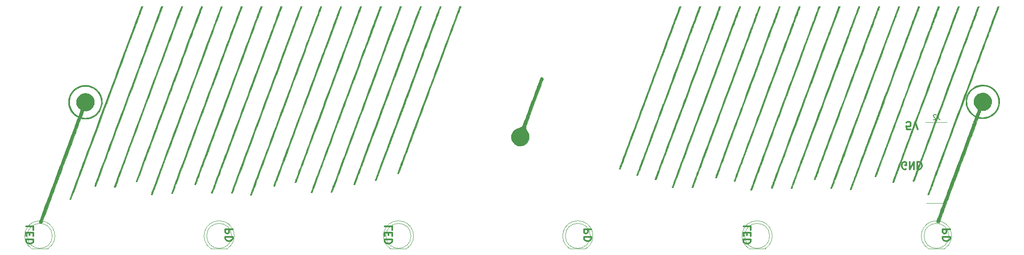
<source format=gbr>
%TF.GenerationSoftware,KiCad,Pcbnew,(5.1.10)-1*%
%TF.CreationDate,2022-02-25T01:57:39-05:00*%
%TF.ProjectId,chunair,6368756e-6169-4722-9e6b-696361645f70,rev?*%
%TF.SameCoordinates,Original*%
%TF.FileFunction,Legend,Bot*%
%TF.FilePolarity,Positive*%
%FSLAX46Y46*%
G04 Gerber Fmt 4.6, Leading zero omitted, Abs format (unit mm)*
G04 Created by KiCad (PCBNEW (5.1.10)-1) date 2022-02-25 01:57:39*
%MOMM*%
%LPD*%
G01*
G04 APERTURE LIST*
%ADD10C,0.300000*%
%ADD11C,0.010000*%
%ADD12C,0.120000*%
%ADD13C,0.150000*%
G04 APERTURE END LIST*
D10*
X218857142Y-99750000D02*
X218714285Y-99821428D01*
X218500000Y-99821428D01*
X218285714Y-99750000D01*
X218142857Y-99607142D01*
X218071428Y-99464285D01*
X218000000Y-99178571D01*
X218000000Y-98964285D01*
X218071428Y-98678571D01*
X218142857Y-98535714D01*
X218285714Y-98392857D01*
X218500000Y-98321428D01*
X218642857Y-98321428D01*
X218857142Y-98392857D01*
X218928571Y-98464285D01*
X218928571Y-98964285D01*
X218642857Y-98964285D01*
X219571428Y-98321428D02*
X219571428Y-99821428D01*
X220428571Y-98321428D01*
X220428571Y-99821428D01*
X221142857Y-98321428D02*
X221142857Y-99821428D01*
X221500000Y-99821428D01*
X221714285Y-99750000D01*
X221857142Y-99607142D01*
X221928571Y-99464285D01*
X222000000Y-99178571D01*
X222000000Y-98964285D01*
X221928571Y-98678571D01*
X221857142Y-98535714D01*
X221714285Y-98392857D01*
X221500000Y-98321428D01*
X221142857Y-98321428D01*
X219714285Y-91821428D02*
X219000000Y-91821428D01*
X218928571Y-91107142D01*
X219000000Y-91178571D01*
X219142857Y-91250000D01*
X219500000Y-91250000D01*
X219642857Y-91178571D01*
X219714285Y-91107142D01*
X219785714Y-90964285D01*
X219785714Y-90607142D01*
X219714285Y-90464285D01*
X219642857Y-90392857D01*
X219500000Y-90321428D01*
X219142857Y-90321428D01*
X219000000Y-90392857D01*
X218928571Y-90464285D01*
X220214285Y-91821428D02*
X220714285Y-90321428D01*
X221214285Y-91821428D01*
X43678571Y-112035714D02*
X43678571Y-111321428D01*
X42178571Y-111321428D01*
X42892857Y-112535714D02*
X42892857Y-113035714D01*
X43678571Y-113250000D02*
X43678571Y-112535714D01*
X42178571Y-112535714D01*
X42178571Y-113250000D01*
X43678571Y-113892857D02*
X42178571Y-113892857D01*
X42178571Y-114250000D01*
X42250000Y-114464285D01*
X42392857Y-114607142D01*
X42535714Y-114678571D01*
X42821428Y-114750000D01*
X43035714Y-114750000D01*
X43321428Y-114678571D01*
X43464285Y-114607142D01*
X43607142Y-114464285D01*
X43678571Y-114250000D01*
X43678571Y-113892857D01*
X115678571Y-112035714D02*
X115678571Y-111321428D01*
X114178571Y-111321428D01*
X114892857Y-112535714D02*
X114892857Y-113035714D01*
X115678571Y-113250000D02*
X115678571Y-112535714D01*
X114178571Y-112535714D01*
X114178571Y-113250000D01*
X115678571Y-113892857D02*
X114178571Y-113892857D01*
X114178571Y-114250000D01*
X114250000Y-114464285D01*
X114392857Y-114607142D01*
X114535714Y-114678571D01*
X114821428Y-114750000D01*
X115035714Y-114750000D01*
X115321428Y-114678571D01*
X115464285Y-114607142D01*
X115607142Y-114464285D01*
X115678571Y-114250000D01*
X115678571Y-113892857D01*
X187678571Y-112035714D02*
X187678571Y-111321428D01*
X186178571Y-111321428D01*
X186892857Y-112535714D02*
X186892857Y-113035714D01*
X187678571Y-113250000D02*
X187678571Y-112535714D01*
X186178571Y-112535714D01*
X186178571Y-113250000D01*
X187678571Y-113892857D02*
X186178571Y-113892857D01*
X186178571Y-114250000D01*
X186250000Y-114464285D01*
X186392857Y-114607142D01*
X186535714Y-114678571D01*
X186821428Y-114750000D01*
X187035714Y-114750000D01*
X187321428Y-114678571D01*
X187464285Y-114607142D01*
X187607142Y-114464285D01*
X187678571Y-114250000D01*
X187678571Y-113892857D01*
X83678571Y-111857142D02*
X82178571Y-111857142D01*
X82178571Y-112428571D01*
X82250000Y-112571428D01*
X82321428Y-112642857D01*
X82464285Y-112714285D01*
X82678571Y-112714285D01*
X82821428Y-112642857D01*
X82892857Y-112571428D01*
X82964285Y-112428571D01*
X82964285Y-111857142D01*
X83678571Y-113357142D02*
X82178571Y-113357142D01*
X82178571Y-113714285D01*
X82250000Y-113928571D01*
X82392857Y-114071428D01*
X82535714Y-114142857D01*
X82821428Y-114214285D01*
X83035714Y-114214285D01*
X83321428Y-114142857D01*
X83464285Y-114071428D01*
X83607142Y-113928571D01*
X83678571Y-113714285D01*
X83678571Y-113357142D01*
X155678571Y-111857142D02*
X154178571Y-111857142D01*
X154178571Y-112428571D01*
X154250000Y-112571428D01*
X154321428Y-112642857D01*
X154464285Y-112714285D01*
X154678571Y-112714285D01*
X154821428Y-112642857D01*
X154892857Y-112571428D01*
X154964285Y-112428571D01*
X154964285Y-111857142D01*
X155678571Y-113357142D02*
X154178571Y-113357142D01*
X154178571Y-113714285D01*
X154250000Y-113928571D01*
X154392857Y-114071428D01*
X154535714Y-114142857D01*
X154821428Y-114214285D01*
X155035714Y-114214285D01*
X155321428Y-114142857D01*
X155464285Y-114071428D01*
X155607142Y-113928571D01*
X155678571Y-113714285D01*
X155678571Y-113357142D01*
X227678571Y-111857142D02*
X226178571Y-111857142D01*
X226178571Y-112428571D01*
X226250000Y-112571428D01*
X226321428Y-112642857D01*
X226464285Y-112714285D01*
X226678571Y-112714285D01*
X226821428Y-112642857D01*
X226892857Y-112571428D01*
X226964285Y-112428571D01*
X226964285Y-111857142D01*
X227678571Y-113357142D02*
X226178571Y-113357142D01*
X226178571Y-113714285D01*
X226250000Y-113928571D01*
X226392857Y-114071428D01*
X226535714Y-114142857D01*
X226821428Y-114214285D01*
X227035714Y-114214285D01*
X227321428Y-114142857D01*
X227464285Y-114071428D01*
X227607142Y-113928571D01*
X227678571Y-113714285D01*
X227678571Y-113357142D01*
D11*
%TO.C,G\u002A\u002A\u002A*%
G36*
X231191424Y-84666133D02*
G01*
X231417210Y-84291144D01*
X231684516Y-83953569D01*
X231988893Y-83655737D01*
X232325896Y-83399978D01*
X232691078Y-83188622D01*
X233079992Y-83023997D01*
X233488193Y-82908433D01*
X233911233Y-82844260D01*
X234344666Y-82833807D01*
X234784047Y-82879404D01*
X235082864Y-82943330D01*
X235504389Y-83082620D01*
X235896491Y-83271531D01*
X236256240Y-83505719D01*
X236580702Y-83780839D01*
X236866946Y-84092547D01*
X237112040Y-84436496D01*
X237313054Y-84808342D01*
X237467054Y-85203741D01*
X237571109Y-85618347D01*
X237622288Y-86047814D01*
X237617657Y-86487797D01*
X237598720Y-86671974D01*
X237564260Y-86863323D01*
X237509218Y-87084717D01*
X237439812Y-87316222D01*
X237362259Y-87537907D01*
X237282775Y-87729842D01*
X237244203Y-87808518D01*
X237089497Y-88068545D01*
X236898890Y-88335338D01*
X236714304Y-88557521D01*
X236411010Y-88852274D01*
X236070145Y-89104110D01*
X235698393Y-89310801D01*
X235302438Y-89470123D01*
X234888965Y-89579849D01*
X234464658Y-89637751D01*
X234036200Y-89641604D01*
X233614649Y-89590020D01*
X233494433Y-89568129D01*
X233398068Y-89552588D01*
X233339645Y-89545575D01*
X233329130Y-89545915D01*
X233317594Y-89574251D01*
X233286022Y-89656500D01*
X233235325Y-89790222D01*
X233166411Y-89972975D01*
X233080189Y-90202321D01*
X232977568Y-90475818D01*
X232859456Y-90791028D01*
X232726763Y-91145510D01*
X232580398Y-91536824D01*
X232421267Y-91962529D01*
X232250282Y-92420187D01*
X232068352Y-92907356D01*
X231876383Y-93421596D01*
X231675287Y-93960468D01*
X231465970Y-94521532D01*
X231249342Y-95102347D01*
X231026313Y-95700474D01*
X230797790Y-96313472D01*
X230564683Y-96938902D01*
X230327901Y-97574322D01*
X230088352Y-98217293D01*
X229846945Y-98865376D01*
X229604589Y-99516131D01*
X229362193Y-100167116D01*
X229120664Y-100815891D01*
X228880914Y-101460019D01*
X228643851Y-102097056D01*
X228410381Y-102724564D01*
X228181417Y-103340104D01*
X227957865Y-103941233D01*
X227740635Y-104525513D01*
X227530635Y-105090504D01*
X227328775Y-105633766D01*
X227135962Y-106152858D01*
X226953108Y-106645340D01*
X226781118Y-107108773D01*
X226620903Y-107540714D01*
X226473372Y-107938727D01*
X226339433Y-108300370D01*
X226219995Y-108623204D01*
X226115968Y-108904787D01*
X226028259Y-109142679D01*
X225957778Y-109334442D01*
X225912353Y-109458636D01*
X225482590Y-110637727D01*
X224889416Y-110421829D01*
X224927903Y-110315881D01*
X224941188Y-110279994D01*
X224974685Y-110189811D01*
X225027629Y-110047380D01*
X225099261Y-109854745D01*
X225188818Y-109613954D01*
X225295540Y-109327054D01*
X225418665Y-108996090D01*
X225557430Y-108623110D01*
X225711075Y-108210159D01*
X225878838Y-107759284D01*
X226059959Y-107272532D01*
X226253674Y-106751948D01*
X226459223Y-106199580D01*
X226675845Y-105617474D01*
X226902777Y-105007675D01*
X227139259Y-104372231D01*
X227384529Y-103713188D01*
X227637825Y-103032593D01*
X227898385Y-102332491D01*
X228165449Y-101614931D01*
X228438255Y-100881956D01*
X228631087Y-100363862D01*
X228909497Y-99615741D01*
X229183606Y-98878966D01*
X229452602Y-98155726D01*
X229715674Y-97448206D01*
X229972011Y-96758595D01*
X230220803Y-96089078D01*
X230461238Y-95441843D01*
X230692505Y-94819074D01*
X230913794Y-94222962D01*
X231124294Y-93655691D01*
X231323192Y-93119448D01*
X231509679Y-92616420D01*
X231682943Y-92148794D01*
X231842175Y-91718757D01*
X231986560Y-91328497D01*
X232115291Y-90980197D01*
X232227554Y-90676048D01*
X232322542Y-90418233D01*
X232399439Y-90208942D01*
X232457437Y-90050361D01*
X232495726Y-89944675D01*
X232499988Y-89932675D01*
X232806709Y-89089965D01*
X232983086Y-88665529D01*
X233052508Y-88494757D01*
X233120140Y-88321825D01*
X233179293Y-88164268D01*
X233223277Y-88039621D01*
X233231803Y-88013512D01*
X233304145Y-87785931D01*
X233183528Y-87703722D01*
X232945432Y-87506016D01*
X232744830Y-87266524D01*
X232588604Y-86995199D01*
X232483641Y-86701999D01*
X232479594Y-86685856D01*
X232430746Y-86423101D01*
X232422329Y-86181012D01*
X232454990Y-85936407D01*
X232505876Y-85740503D01*
X232590981Y-85498833D01*
X232691846Y-85297180D01*
X232820453Y-85115559D01*
X232988779Y-84933988D01*
X232990144Y-84932653D01*
X233236165Y-84732682D01*
X233510111Y-84583682D01*
X233805636Y-84487232D01*
X234116393Y-84444909D01*
X234436037Y-84458292D01*
X234691611Y-84509546D01*
X234997483Y-84623352D01*
X235275048Y-84788996D01*
X235519271Y-85002886D01*
X235706388Y-85233648D01*
X235862449Y-85512827D01*
X235963467Y-85813408D01*
X236007932Y-86129438D01*
X236001139Y-86395893D01*
X235941230Y-86718235D01*
X235830932Y-87014903D01*
X235675246Y-87281723D01*
X235479178Y-87514522D01*
X235247731Y-87709123D01*
X234985909Y-87861352D01*
X234698718Y-87967033D01*
X234391162Y-88021993D01*
X234068243Y-88022056D01*
X234053542Y-88020712D01*
X233956896Y-88012545D01*
X233888672Y-88008771D01*
X233865588Y-88009789D01*
X233854545Y-88038766D01*
X233826611Y-88116447D01*
X233784646Y-88234755D01*
X233731505Y-88385613D01*
X233670049Y-88560945D01*
X233634750Y-88661992D01*
X233559719Y-88874933D01*
X233503112Y-89037563D01*
X233465876Y-89157096D01*
X233448963Y-89240744D01*
X233453325Y-89295721D01*
X233479912Y-89329240D01*
X233529676Y-89348516D01*
X233603565Y-89360759D01*
X233702534Y-89373183D01*
X233728990Y-89376832D01*
X234158413Y-89409411D01*
X234579059Y-89385813D01*
X234986611Y-89309121D01*
X235376754Y-89182418D01*
X235745171Y-89008782D01*
X236087545Y-88791299D01*
X236399562Y-88533049D01*
X236676902Y-88237115D01*
X236915251Y-87906578D01*
X237110292Y-87544521D01*
X237257709Y-87154025D01*
X237343424Y-86796019D01*
X237388018Y-86377900D01*
X237375251Y-85958234D01*
X237307327Y-85543632D01*
X237186446Y-85140708D01*
X237014812Y-84756074D01*
X236794626Y-84396342D01*
X236528090Y-84068124D01*
X236388005Y-83927168D01*
X236187478Y-83748319D01*
X235997801Y-83603939D01*
X235801908Y-83483702D01*
X235582730Y-83377285D01*
X235323198Y-83274364D01*
X235286900Y-83261170D01*
X235105040Y-83196971D01*
X234963019Y-83151069D01*
X234844845Y-83119475D01*
X234734519Y-83098199D01*
X234616048Y-83083253D01*
X234547708Y-83076816D01*
X234211949Y-83065570D01*
X233867336Y-83086843D01*
X233541453Y-83138613D01*
X233466014Y-83156115D01*
X233268842Y-83216382D01*
X233044419Y-83303031D01*
X232813816Y-83406671D01*
X232598104Y-83517917D01*
X232438497Y-83613879D01*
X232244243Y-83758884D01*
X232039538Y-83940844D01*
X231841334Y-84143207D01*
X231666580Y-84349417D01*
X231615223Y-84417871D01*
X231485073Y-84624336D01*
X231359888Y-84870931D01*
X231247883Y-85137756D01*
X231157271Y-85404910D01*
X231096265Y-85652494D01*
X231089270Y-85692177D01*
X231047357Y-86126666D01*
X231063302Y-86554443D01*
X231134880Y-86970921D01*
X231259868Y-87371512D01*
X231436040Y-87751629D01*
X231661176Y-88106687D01*
X231933050Y-88432095D01*
X232249438Y-88723270D01*
X232608116Y-88975621D01*
X232710009Y-89035428D01*
X232806709Y-89089965D01*
X232499988Y-89932675D01*
X232508470Y-89908794D01*
X232721155Y-89299796D01*
X232516366Y-89187284D01*
X232156311Y-88956241D01*
X231834553Y-88682586D01*
X231553013Y-88371571D01*
X231313614Y-88028452D01*
X231118282Y-87658484D01*
X230968937Y-87266919D01*
X230867505Y-86859012D01*
X230815907Y-86440017D01*
X230816066Y-86015188D01*
X230869907Y-85589781D01*
X230979352Y-85169048D01*
X231011603Y-85076206D01*
X231191424Y-84666133D01*
G37*
X231191424Y-84666133D02*
X231417210Y-84291144D01*
X231684516Y-83953569D01*
X231988893Y-83655737D01*
X232325896Y-83399978D01*
X232691078Y-83188622D01*
X233079992Y-83023997D01*
X233488193Y-82908433D01*
X233911233Y-82844260D01*
X234344666Y-82833807D01*
X234784047Y-82879404D01*
X235082864Y-82943330D01*
X235504389Y-83082620D01*
X235896491Y-83271531D01*
X236256240Y-83505719D01*
X236580702Y-83780839D01*
X236866946Y-84092547D01*
X237112040Y-84436496D01*
X237313054Y-84808342D01*
X237467054Y-85203741D01*
X237571109Y-85618347D01*
X237622288Y-86047814D01*
X237617657Y-86487797D01*
X237598720Y-86671974D01*
X237564260Y-86863323D01*
X237509218Y-87084717D01*
X237439812Y-87316222D01*
X237362259Y-87537907D01*
X237282775Y-87729842D01*
X237244203Y-87808518D01*
X237089497Y-88068545D01*
X236898890Y-88335338D01*
X236714304Y-88557521D01*
X236411010Y-88852274D01*
X236070145Y-89104110D01*
X235698393Y-89310801D01*
X235302438Y-89470123D01*
X234888965Y-89579849D01*
X234464658Y-89637751D01*
X234036200Y-89641604D01*
X233614649Y-89590020D01*
X233494433Y-89568129D01*
X233398068Y-89552588D01*
X233339645Y-89545575D01*
X233329130Y-89545915D01*
X233317594Y-89574251D01*
X233286022Y-89656500D01*
X233235325Y-89790222D01*
X233166411Y-89972975D01*
X233080189Y-90202321D01*
X232977568Y-90475818D01*
X232859456Y-90791028D01*
X232726763Y-91145510D01*
X232580398Y-91536824D01*
X232421267Y-91962529D01*
X232250282Y-92420187D01*
X232068352Y-92907356D01*
X231876383Y-93421596D01*
X231675287Y-93960468D01*
X231465970Y-94521532D01*
X231249342Y-95102347D01*
X231026313Y-95700474D01*
X230797790Y-96313472D01*
X230564683Y-96938902D01*
X230327901Y-97574322D01*
X230088352Y-98217293D01*
X229846945Y-98865376D01*
X229604589Y-99516131D01*
X229362193Y-100167116D01*
X229120664Y-100815891D01*
X228880914Y-101460019D01*
X228643851Y-102097056D01*
X228410381Y-102724564D01*
X228181417Y-103340104D01*
X227957865Y-103941233D01*
X227740635Y-104525513D01*
X227530635Y-105090504D01*
X227328775Y-105633766D01*
X227135962Y-106152858D01*
X226953108Y-106645340D01*
X226781118Y-107108773D01*
X226620903Y-107540714D01*
X226473372Y-107938727D01*
X226339433Y-108300370D01*
X226219995Y-108623204D01*
X226115968Y-108904787D01*
X226028259Y-109142679D01*
X225957778Y-109334442D01*
X225912353Y-109458636D01*
X225482590Y-110637727D01*
X224889416Y-110421829D01*
X224927903Y-110315881D01*
X224941188Y-110279994D01*
X224974685Y-110189811D01*
X225027629Y-110047380D01*
X225099261Y-109854745D01*
X225188818Y-109613954D01*
X225295540Y-109327054D01*
X225418665Y-108996090D01*
X225557430Y-108623110D01*
X225711075Y-108210159D01*
X225878838Y-107759284D01*
X226059959Y-107272532D01*
X226253674Y-106751948D01*
X226459223Y-106199580D01*
X226675845Y-105617474D01*
X226902777Y-105007675D01*
X227139259Y-104372231D01*
X227384529Y-103713188D01*
X227637825Y-103032593D01*
X227898385Y-102332491D01*
X228165449Y-101614931D01*
X228438255Y-100881956D01*
X228631087Y-100363862D01*
X228909497Y-99615741D01*
X229183606Y-98878966D01*
X229452602Y-98155726D01*
X229715674Y-97448206D01*
X229972011Y-96758595D01*
X230220803Y-96089078D01*
X230461238Y-95441843D01*
X230692505Y-94819074D01*
X230913794Y-94222962D01*
X231124294Y-93655691D01*
X231323192Y-93119448D01*
X231509679Y-92616420D01*
X231682943Y-92148794D01*
X231842175Y-91718757D01*
X231986560Y-91328497D01*
X232115291Y-90980197D01*
X232227554Y-90676048D01*
X232322542Y-90418233D01*
X232399439Y-90208942D01*
X232457437Y-90050361D01*
X232495726Y-89944675D01*
X232499988Y-89932675D01*
X232806709Y-89089965D01*
X232983086Y-88665529D01*
X233052508Y-88494757D01*
X233120140Y-88321825D01*
X233179293Y-88164268D01*
X233223277Y-88039621D01*
X233231803Y-88013512D01*
X233304145Y-87785931D01*
X233183528Y-87703722D01*
X232945432Y-87506016D01*
X232744830Y-87266524D01*
X232588604Y-86995199D01*
X232483641Y-86701999D01*
X232479594Y-86685856D01*
X232430746Y-86423101D01*
X232422329Y-86181012D01*
X232454990Y-85936407D01*
X232505876Y-85740503D01*
X232590981Y-85498833D01*
X232691846Y-85297180D01*
X232820453Y-85115559D01*
X232988779Y-84933988D01*
X232990144Y-84932653D01*
X233236165Y-84732682D01*
X233510111Y-84583682D01*
X233805636Y-84487232D01*
X234116393Y-84444909D01*
X234436037Y-84458292D01*
X234691611Y-84509546D01*
X234997483Y-84623352D01*
X235275048Y-84788996D01*
X235519271Y-85002886D01*
X235706388Y-85233648D01*
X235862449Y-85512827D01*
X235963467Y-85813408D01*
X236007932Y-86129438D01*
X236001139Y-86395893D01*
X235941230Y-86718235D01*
X235830932Y-87014903D01*
X235675246Y-87281723D01*
X235479178Y-87514522D01*
X235247731Y-87709123D01*
X234985909Y-87861352D01*
X234698718Y-87967033D01*
X234391162Y-88021993D01*
X234068243Y-88022056D01*
X234053542Y-88020712D01*
X233956896Y-88012545D01*
X233888672Y-88008771D01*
X233865588Y-88009789D01*
X233854545Y-88038766D01*
X233826611Y-88116447D01*
X233784646Y-88234755D01*
X233731505Y-88385613D01*
X233670049Y-88560945D01*
X233634750Y-88661992D01*
X233559719Y-88874933D01*
X233503112Y-89037563D01*
X233465876Y-89157096D01*
X233448963Y-89240744D01*
X233453325Y-89295721D01*
X233479912Y-89329240D01*
X233529676Y-89348516D01*
X233603565Y-89360759D01*
X233702534Y-89373183D01*
X233728990Y-89376832D01*
X234158413Y-89409411D01*
X234579059Y-89385813D01*
X234986611Y-89309121D01*
X235376754Y-89182418D01*
X235745171Y-89008782D01*
X236087545Y-88791299D01*
X236399562Y-88533049D01*
X236676902Y-88237115D01*
X236915251Y-87906578D01*
X237110292Y-87544521D01*
X237257709Y-87154025D01*
X237343424Y-86796019D01*
X237388018Y-86377900D01*
X237375251Y-85958234D01*
X237307327Y-85543632D01*
X237186446Y-85140708D01*
X237014812Y-84756074D01*
X236794626Y-84396342D01*
X236528090Y-84068124D01*
X236388005Y-83927168D01*
X236187478Y-83748319D01*
X235997801Y-83603939D01*
X235801908Y-83483702D01*
X235582730Y-83377285D01*
X235323198Y-83274364D01*
X235286900Y-83261170D01*
X235105040Y-83196971D01*
X234963019Y-83151069D01*
X234844845Y-83119475D01*
X234734519Y-83098199D01*
X234616048Y-83083253D01*
X234547708Y-83076816D01*
X234211949Y-83065570D01*
X233867336Y-83086843D01*
X233541453Y-83138613D01*
X233466014Y-83156115D01*
X233268842Y-83216382D01*
X233044419Y-83303031D01*
X232813816Y-83406671D01*
X232598104Y-83517917D01*
X232438497Y-83613879D01*
X232244243Y-83758884D01*
X232039538Y-83940844D01*
X231841334Y-84143207D01*
X231666580Y-84349417D01*
X231615223Y-84417871D01*
X231485073Y-84624336D01*
X231359888Y-84870931D01*
X231247883Y-85137756D01*
X231157271Y-85404910D01*
X231096265Y-85652494D01*
X231089270Y-85692177D01*
X231047357Y-86126666D01*
X231063302Y-86554443D01*
X231134880Y-86970921D01*
X231259868Y-87371512D01*
X231436040Y-87751629D01*
X231661176Y-88106687D01*
X231933050Y-88432095D01*
X232249438Y-88723270D01*
X232608116Y-88975621D01*
X232710009Y-89035428D01*
X232806709Y-89089965D01*
X232499988Y-89932675D01*
X232508470Y-89908794D01*
X232721155Y-89299796D01*
X232516366Y-89187284D01*
X232156311Y-88956241D01*
X231834553Y-88682586D01*
X231553013Y-88371571D01*
X231313614Y-88028452D01*
X231118282Y-87658484D01*
X230968937Y-87266919D01*
X230867505Y-86859012D01*
X230815907Y-86440017D01*
X230816066Y-86015188D01*
X230869907Y-85589781D01*
X230979352Y-85169048D01*
X231011603Y-85076206D01*
X231191424Y-84666133D01*
G36*
X223769573Y-103242228D02*
G01*
X223816343Y-103117533D01*
X223883403Y-102938230D01*
X223970107Y-102706060D01*
X224075804Y-102422768D01*
X224199844Y-102090098D01*
X224341582Y-101709793D01*
X224500365Y-101283597D01*
X224675548Y-100813255D01*
X224866479Y-100300510D01*
X225072511Y-99747106D01*
X225292994Y-99154785D01*
X225527281Y-98525295D01*
X225774721Y-97860376D01*
X226034667Y-97161774D01*
X226306469Y-96431231D01*
X226589477Y-95670493D01*
X226883045Y-94881302D01*
X227186523Y-94065403D01*
X227499262Y-93224540D01*
X227820612Y-92360455D01*
X228149927Y-91474894D01*
X228486555Y-90569599D01*
X228829850Y-89646316D01*
X229179161Y-88706787D01*
X229533840Y-87752756D01*
X229893239Y-86785967D01*
X230256708Y-85808165D01*
X230623597Y-84821093D01*
X230696274Y-84625559D01*
X231059693Y-83647846D01*
X231418281Y-82683260D01*
X231771451Y-81733375D01*
X232118617Y-80799767D01*
X232459191Y-79884011D01*
X232792587Y-78987681D01*
X233118220Y-78112351D01*
X233435500Y-77259598D01*
X233743843Y-76430994D01*
X234042662Y-75628116D01*
X234331369Y-74852538D01*
X234609378Y-74105836D01*
X234876103Y-73389582D01*
X235130957Y-72705355D01*
X235373352Y-72054726D01*
X235602704Y-71439271D01*
X235818425Y-70860565D01*
X236019927Y-70320183D01*
X236206625Y-69819700D01*
X236377932Y-69360690D01*
X236533261Y-68944729D01*
X236672025Y-68573390D01*
X236793639Y-68248249D01*
X236897514Y-67970880D01*
X236983066Y-67742860D01*
X237049705Y-67565761D01*
X237096847Y-67441160D01*
X237123906Y-67370630D01*
X237129373Y-67356951D01*
X237257954Y-67050645D01*
X237539986Y-67051735D01*
X237086823Y-68282322D01*
X237008412Y-68494852D01*
X236911343Y-68757291D01*
X236797996Y-69063236D01*
X236670751Y-69406278D01*
X236531988Y-69780011D01*
X236384090Y-70178029D01*
X236229435Y-70593925D01*
X236070404Y-71021293D01*
X235909378Y-71453728D01*
X235748738Y-71884821D01*
X235598732Y-72287073D01*
X235521242Y-72494867D01*
X235423594Y-72756851D01*
X235306590Y-73070869D01*
X235171032Y-73434765D01*
X235017723Y-73846382D01*
X234847466Y-74303566D01*
X234661064Y-74804159D01*
X234459317Y-75346006D01*
X234243031Y-75926951D01*
X234013005Y-76544838D01*
X233770043Y-77197510D01*
X233514949Y-77882812D01*
X233248524Y-78598588D01*
X232971570Y-79342682D01*
X232684890Y-80112937D01*
X232389286Y-80907199D01*
X232085563Y-81723310D01*
X231774520Y-82559114D01*
X231456963Y-83412457D01*
X231133691Y-84281181D01*
X230805509Y-85163130D01*
X230473217Y-86056149D01*
X230137621Y-86958083D01*
X229799521Y-87866773D01*
X229459720Y-88780066D01*
X229312403Y-89176023D01*
X228978984Y-90072186D01*
X228649753Y-90957083D01*
X228325384Y-91828901D01*
X228006553Y-92685823D01*
X227693935Y-93526036D01*
X227388206Y-94347726D01*
X227090041Y-95149076D01*
X226800115Y-95928274D01*
X226519103Y-96683504D01*
X226247680Y-97412952D01*
X225986522Y-98114804D01*
X225736303Y-98787244D01*
X225497700Y-99428458D01*
X225271387Y-100036631D01*
X225058040Y-100609949D01*
X224858333Y-101146597D01*
X224672943Y-101644761D01*
X224502544Y-102102626D01*
X224347812Y-102518377D01*
X224209421Y-102890200D01*
X224088047Y-103216280D01*
X223984366Y-103494803D01*
X223899052Y-103723955D01*
X223832781Y-103901918D01*
X223786228Y-104026882D01*
X223762800Y-104089713D01*
X223464598Y-104888617D01*
X223305994Y-104892607D01*
X223147390Y-104896596D01*
X223769573Y-103242228D01*
G37*
X223769573Y-103242228D02*
X223816343Y-103117533D01*
X223883403Y-102938230D01*
X223970107Y-102706060D01*
X224075804Y-102422768D01*
X224199844Y-102090098D01*
X224341582Y-101709793D01*
X224500365Y-101283597D01*
X224675548Y-100813255D01*
X224866479Y-100300510D01*
X225072511Y-99747106D01*
X225292994Y-99154785D01*
X225527281Y-98525295D01*
X225774721Y-97860376D01*
X226034667Y-97161774D01*
X226306469Y-96431231D01*
X226589477Y-95670493D01*
X226883045Y-94881302D01*
X227186523Y-94065403D01*
X227499262Y-93224540D01*
X227820612Y-92360455D01*
X228149927Y-91474894D01*
X228486555Y-90569599D01*
X228829850Y-89646316D01*
X229179161Y-88706787D01*
X229533840Y-87752756D01*
X229893239Y-86785967D01*
X230256708Y-85808165D01*
X230623597Y-84821093D01*
X230696274Y-84625559D01*
X231059693Y-83647846D01*
X231418281Y-82683260D01*
X231771451Y-81733375D01*
X232118617Y-80799767D01*
X232459191Y-79884011D01*
X232792587Y-78987681D01*
X233118220Y-78112351D01*
X233435500Y-77259598D01*
X233743843Y-76430994D01*
X234042662Y-75628116D01*
X234331369Y-74852538D01*
X234609378Y-74105836D01*
X234876103Y-73389582D01*
X235130957Y-72705355D01*
X235373352Y-72054726D01*
X235602704Y-71439271D01*
X235818425Y-70860565D01*
X236019927Y-70320183D01*
X236206625Y-69819700D01*
X236377932Y-69360690D01*
X236533261Y-68944729D01*
X236672025Y-68573390D01*
X236793639Y-68248249D01*
X236897514Y-67970880D01*
X236983066Y-67742860D01*
X237049705Y-67565761D01*
X237096847Y-67441160D01*
X237123906Y-67370630D01*
X237129373Y-67356951D01*
X237257954Y-67050645D01*
X237539986Y-67051735D01*
X237086823Y-68282322D01*
X237008412Y-68494852D01*
X236911343Y-68757291D01*
X236797996Y-69063236D01*
X236670751Y-69406278D01*
X236531988Y-69780011D01*
X236384090Y-70178029D01*
X236229435Y-70593925D01*
X236070404Y-71021293D01*
X235909378Y-71453728D01*
X235748738Y-71884821D01*
X235598732Y-72287073D01*
X235521242Y-72494867D01*
X235423594Y-72756851D01*
X235306590Y-73070869D01*
X235171032Y-73434765D01*
X235017723Y-73846382D01*
X234847466Y-74303566D01*
X234661064Y-74804159D01*
X234459317Y-75346006D01*
X234243031Y-75926951D01*
X234013005Y-76544838D01*
X233770043Y-77197510D01*
X233514949Y-77882812D01*
X233248524Y-78598588D01*
X232971570Y-79342682D01*
X232684890Y-80112937D01*
X232389286Y-80907199D01*
X232085563Y-81723310D01*
X231774520Y-82559114D01*
X231456963Y-83412457D01*
X231133691Y-84281181D01*
X230805509Y-85163130D01*
X230473217Y-86056149D01*
X230137621Y-86958083D01*
X229799521Y-87866773D01*
X229459720Y-88780066D01*
X229312403Y-89176023D01*
X228978984Y-90072186D01*
X228649753Y-90957083D01*
X228325384Y-91828901D01*
X228006553Y-92685823D01*
X227693935Y-93526036D01*
X227388206Y-94347726D01*
X227090041Y-95149076D01*
X226800115Y-95928274D01*
X226519103Y-96683504D01*
X226247680Y-97412952D01*
X225986522Y-98114804D01*
X225736303Y-98787244D01*
X225497700Y-99428458D01*
X225271387Y-100036631D01*
X225058040Y-100609949D01*
X224858333Y-101146597D01*
X224672943Y-101644761D01*
X224502544Y-102102626D01*
X224347812Y-102518377D01*
X224209421Y-102890200D01*
X224088047Y-103216280D01*
X223984366Y-103494803D01*
X223899052Y-103723955D01*
X223832781Y-103901918D01*
X223786228Y-104026882D01*
X223762800Y-104089713D01*
X223464598Y-104888617D01*
X223305994Y-104892607D01*
X223147390Y-104896596D01*
X223769573Y-103242228D01*
G36*
X220259925Y-101979400D02*
G01*
X220328995Y-101791487D01*
X220416548Y-101553949D01*
X220521963Y-101268463D01*
X220644613Y-100936708D01*
X220783878Y-100560363D01*
X220939135Y-100141108D01*
X221109761Y-99680620D01*
X221295132Y-99180577D01*
X221494626Y-98642661D01*
X221707619Y-98068546D01*
X221933490Y-97459915D01*
X222171616Y-96818444D01*
X222421371Y-96145813D01*
X222682136Y-95443700D01*
X222953286Y-94713783D01*
X223234198Y-93957743D01*
X223524250Y-93177257D01*
X223822819Y-92374003D01*
X224129281Y-91549662D01*
X224443015Y-90705910D01*
X224763396Y-89844429D01*
X225089802Y-88966894D01*
X225421611Y-88074986D01*
X225469164Y-87947174D01*
X225809271Y-87033052D01*
X226147194Y-86124781D01*
X226482173Y-85224406D01*
X226813448Y-84333971D01*
X227140256Y-83455525D01*
X227461839Y-82591110D01*
X227777434Y-81742774D01*
X228086281Y-80912562D01*
X228387620Y-80102519D01*
X228680687Y-79314690D01*
X228964724Y-78551123D01*
X229238969Y-77813862D01*
X229502663Y-77104952D01*
X229755042Y-76426440D01*
X229995347Y-75780371D01*
X230222816Y-75168790D01*
X230436690Y-74593742D01*
X230636205Y-74057275D01*
X230820603Y-73561433D01*
X230989122Y-73108262D01*
X231141002Y-72699807D01*
X231275481Y-72338114D01*
X231391798Y-72025228D01*
X231489193Y-71763196D01*
X231566905Y-71554063D01*
X231608355Y-71442472D01*
X231751299Y-71057960D01*
X231897827Y-70664577D01*
X232045155Y-70269744D01*
X232190503Y-69880886D01*
X232331089Y-69505428D01*
X232464130Y-69150795D01*
X232586844Y-68824408D01*
X232696450Y-68533693D01*
X232790166Y-68286076D01*
X232851087Y-68125937D01*
X232956028Y-67850185D01*
X233041630Y-67625207D01*
X233110812Y-67445931D01*
X233166497Y-67307284D01*
X233211604Y-67204196D01*
X233249051Y-67131592D01*
X233281761Y-67084400D01*
X233312652Y-67057550D01*
X233344644Y-67045969D01*
X233380658Y-67044584D01*
X233423613Y-67048322D01*
X233469443Y-67051822D01*
X233540203Y-67055155D01*
X232962543Y-68630408D01*
X232917369Y-68753159D01*
X232851882Y-68930454D01*
X232766750Y-69160494D01*
X232662640Y-69441483D01*
X232540221Y-69771626D01*
X232400160Y-70149126D01*
X232243124Y-70572186D01*
X232069783Y-71039011D01*
X231880803Y-71547804D01*
X231676852Y-72096768D01*
X231458600Y-72684108D01*
X231226711Y-73308027D01*
X230981856Y-73966729D01*
X230724702Y-74658418D01*
X230455916Y-75381298D01*
X230176168Y-76133571D01*
X229886122Y-76913442D01*
X229586449Y-77719115D01*
X229277817Y-78548793D01*
X228960893Y-79400680D01*
X228636343Y-80272979D01*
X228304837Y-81163896D01*
X227967043Y-82071632D01*
X227623627Y-82994393D01*
X227275259Y-83930380D01*
X226922606Y-84877799D01*
X226566334Y-85834853D01*
X226425263Y-86213790D01*
X225994036Y-87371969D01*
X225576494Y-88493101D01*
X225172936Y-89576394D01*
X224783656Y-90621056D01*
X224408952Y-91626295D01*
X224049121Y-92591320D01*
X223704458Y-93515336D01*
X223375260Y-94397552D01*
X223061824Y-95237177D01*
X222764446Y-96033416D01*
X222483423Y-96785479D01*
X222219050Y-97492573D01*
X221971624Y-98153905D01*
X221741443Y-98768683D01*
X221528802Y-99336116D01*
X221333998Y-99855410D01*
X221157327Y-100325774D01*
X220999086Y-100746415D01*
X220859571Y-101116541D01*
X220739079Y-101435358D01*
X220637905Y-101702076D01*
X220556348Y-101915902D01*
X220494703Y-102076044D01*
X220453266Y-102181709D01*
X220432333Y-102232105D01*
X220429815Y-102236601D01*
X220377075Y-102246131D01*
X220300881Y-102248348D01*
X220225870Y-102244011D01*
X220176676Y-102233878D01*
X220169842Y-102228595D01*
X220179726Y-102199632D01*
X220209960Y-102116008D01*
X220259925Y-101979400D01*
G37*
X220259925Y-101979400D02*
X220328995Y-101791487D01*
X220416548Y-101553949D01*
X220521963Y-101268463D01*
X220644613Y-100936708D01*
X220783878Y-100560363D01*
X220939135Y-100141108D01*
X221109761Y-99680620D01*
X221295132Y-99180577D01*
X221494626Y-98642661D01*
X221707619Y-98068546D01*
X221933490Y-97459915D01*
X222171616Y-96818444D01*
X222421371Y-96145813D01*
X222682136Y-95443700D01*
X222953286Y-94713783D01*
X223234198Y-93957743D01*
X223524250Y-93177257D01*
X223822819Y-92374003D01*
X224129281Y-91549662D01*
X224443015Y-90705910D01*
X224763396Y-89844429D01*
X225089802Y-88966894D01*
X225421611Y-88074986D01*
X225469164Y-87947174D01*
X225809271Y-87033052D01*
X226147194Y-86124781D01*
X226482173Y-85224406D01*
X226813448Y-84333971D01*
X227140256Y-83455525D01*
X227461839Y-82591110D01*
X227777434Y-81742774D01*
X228086281Y-80912562D01*
X228387620Y-80102519D01*
X228680687Y-79314690D01*
X228964724Y-78551123D01*
X229238969Y-77813862D01*
X229502663Y-77104952D01*
X229755042Y-76426440D01*
X229995347Y-75780371D01*
X230222816Y-75168790D01*
X230436690Y-74593742D01*
X230636205Y-74057275D01*
X230820603Y-73561433D01*
X230989122Y-73108262D01*
X231141002Y-72699807D01*
X231275481Y-72338114D01*
X231391798Y-72025228D01*
X231489193Y-71763196D01*
X231566905Y-71554063D01*
X231608355Y-71442472D01*
X231751299Y-71057960D01*
X231897827Y-70664577D01*
X232045155Y-70269744D01*
X232190503Y-69880886D01*
X232331089Y-69505428D01*
X232464130Y-69150795D01*
X232586844Y-68824408D01*
X232696450Y-68533693D01*
X232790166Y-68286076D01*
X232851087Y-68125937D01*
X232956028Y-67850185D01*
X233041630Y-67625207D01*
X233110812Y-67445931D01*
X233166497Y-67307284D01*
X233211604Y-67204196D01*
X233249051Y-67131592D01*
X233281761Y-67084400D01*
X233312652Y-67057550D01*
X233344644Y-67045969D01*
X233380658Y-67044584D01*
X233423613Y-67048322D01*
X233469443Y-67051822D01*
X233540203Y-67055155D01*
X232962543Y-68630408D01*
X232917369Y-68753159D01*
X232851882Y-68930454D01*
X232766750Y-69160494D01*
X232662640Y-69441483D01*
X232540221Y-69771626D01*
X232400160Y-70149126D01*
X232243124Y-70572186D01*
X232069783Y-71039011D01*
X231880803Y-71547804D01*
X231676852Y-72096768D01*
X231458600Y-72684108D01*
X231226711Y-73308027D01*
X230981856Y-73966729D01*
X230724702Y-74658418D01*
X230455916Y-75381298D01*
X230176168Y-76133571D01*
X229886122Y-76913442D01*
X229586449Y-77719115D01*
X229277817Y-78548793D01*
X228960893Y-79400680D01*
X228636343Y-80272979D01*
X228304837Y-81163896D01*
X227967043Y-82071632D01*
X227623627Y-82994393D01*
X227275259Y-83930380D01*
X226922606Y-84877799D01*
X226566334Y-85834853D01*
X226425263Y-86213790D01*
X225994036Y-87371969D01*
X225576494Y-88493101D01*
X225172936Y-89576394D01*
X224783656Y-90621056D01*
X224408952Y-91626295D01*
X224049121Y-92591320D01*
X223704458Y-93515336D01*
X223375260Y-94397552D01*
X223061824Y-95237177D01*
X222764446Y-96033416D01*
X222483423Y-96785479D01*
X222219050Y-97492573D01*
X221971624Y-98153905D01*
X221741443Y-98768683D01*
X221528802Y-99336116D01*
X221333998Y-99855410D01*
X221157327Y-100325774D01*
X220999086Y-100746415D01*
X220859571Y-101116541D01*
X220739079Y-101435358D01*
X220637905Y-101702076D01*
X220556348Y-101915902D01*
X220494703Y-102076044D01*
X220453266Y-102181709D01*
X220432333Y-102232105D01*
X220429815Y-102236601D01*
X220377075Y-102246131D01*
X220300881Y-102248348D01*
X220225870Y-102244011D01*
X220176676Y-102233878D01*
X220169842Y-102228595D01*
X220179726Y-102199632D01*
X220209960Y-102116008D01*
X220259925Y-101979400D01*
G36*
X216148572Y-102271147D02*
G01*
X216175701Y-102197447D01*
X216222560Y-102070785D01*
X216288467Y-101893000D01*
X216372734Y-101665932D01*
X216474677Y-101391419D01*
X216593611Y-101071304D01*
X216728851Y-100707423D01*
X216879712Y-100301619D01*
X217045509Y-99855729D01*
X217225558Y-99371595D01*
X217419172Y-98851054D01*
X217625667Y-98295949D01*
X217844358Y-97708117D01*
X218074560Y-97089398D01*
X218315589Y-96441633D01*
X218566758Y-95766662D01*
X218827384Y-95066323D01*
X219096779Y-94342456D01*
X219374262Y-93596902D01*
X219659145Y-92831499D01*
X219950744Y-92048089D01*
X220248373Y-91248508D01*
X220551349Y-90434599D01*
X220858986Y-89608201D01*
X221170599Y-88771153D01*
X221485503Y-87925296D01*
X221803012Y-87072468D01*
X222122443Y-86214509D01*
X222443109Y-85353260D01*
X222764325Y-84490560D01*
X223085408Y-83628248D01*
X223405672Y-82768165D01*
X223724431Y-81912149D01*
X224041002Y-81062041D01*
X224354698Y-80219680D01*
X224664836Y-79386906D01*
X224970728Y-78565559D01*
X225271692Y-77757479D01*
X225567041Y-76964505D01*
X225856091Y-76188477D01*
X226138158Y-75431234D01*
X226412555Y-74694616D01*
X226678598Y-73980463D01*
X226935601Y-73290615D01*
X227182880Y-72626911D01*
X227419749Y-71991192D01*
X227645525Y-71385296D01*
X227859522Y-70811064D01*
X228061054Y-70270335D01*
X228249436Y-69764948D01*
X228423985Y-69296744D01*
X228584014Y-68867562D01*
X228728839Y-68479243D01*
X228857775Y-68133625D01*
X228970135Y-67832547D01*
X229065238Y-67577852D01*
X229142396Y-67371377D01*
X229200923Y-67214962D01*
X229240137Y-67110448D01*
X229259352Y-67059673D01*
X229261291Y-67054816D01*
X229294133Y-67053364D01*
X229366468Y-67051825D01*
X229407144Y-67051230D01*
X229543728Y-67049489D01*
X228825812Y-69000805D01*
X228686378Y-69379584D01*
X228538179Y-69781796D01*
X228384971Y-70197270D01*
X228230510Y-70615836D01*
X228078549Y-71027327D01*
X227932846Y-71421570D01*
X227797156Y-71788398D01*
X227675232Y-72117639D01*
X227584916Y-72361188D01*
X227541259Y-72478732D01*
X227477336Y-72650719D01*
X227393853Y-72875252D01*
X227291517Y-73150433D01*
X227171034Y-73474362D01*
X227033110Y-73845142D01*
X226878452Y-74260875D01*
X226707765Y-74719664D01*
X226521757Y-75219609D01*
X226321134Y-75758812D01*
X226106601Y-76335376D01*
X225878866Y-76947403D01*
X225638634Y-77592994D01*
X225386613Y-78270251D01*
X225123506Y-78977276D01*
X224850023Y-79712171D01*
X224566868Y-80473038D01*
X224274749Y-81257978D01*
X223974371Y-82065095D01*
X223666440Y-82892488D01*
X223351664Y-83738262D01*
X223030748Y-84600517D01*
X222704399Y-85477354D01*
X222373323Y-86366877D01*
X222038226Y-87267187D01*
X221726210Y-88105470D01*
X216390485Y-102440686D01*
X216085073Y-102444871D01*
X216148572Y-102271147D01*
G37*
X216148572Y-102271147D02*
X216175701Y-102197447D01*
X216222560Y-102070785D01*
X216288467Y-101893000D01*
X216372734Y-101665932D01*
X216474677Y-101391419D01*
X216593611Y-101071304D01*
X216728851Y-100707423D01*
X216879712Y-100301619D01*
X217045509Y-99855729D01*
X217225558Y-99371595D01*
X217419172Y-98851054D01*
X217625667Y-98295949D01*
X217844358Y-97708117D01*
X218074560Y-97089398D01*
X218315589Y-96441633D01*
X218566758Y-95766662D01*
X218827384Y-95066323D01*
X219096779Y-94342456D01*
X219374262Y-93596902D01*
X219659145Y-92831499D01*
X219950744Y-92048089D01*
X220248373Y-91248508D01*
X220551349Y-90434599D01*
X220858986Y-89608201D01*
X221170599Y-88771153D01*
X221485503Y-87925296D01*
X221803012Y-87072468D01*
X222122443Y-86214509D01*
X222443109Y-85353260D01*
X222764325Y-84490560D01*
X223085408Y-83628248D01*
X223405672Y-82768165D01*
X223724431Y-81912149D01*
X224041002Y-81062041D01*
X224354698Y-80219680D01*
X224664836Y-79386906D01*
X224970728Y-78565559D01*
X225271692Y-77757479D01*
X225567041Y-76964505D01*
X225856091Y-76188477D01*
X226138158Y-75431234D01*
X226412555Y-74694616D01*
X226678598Y-73980463D01*
X226935601Y-73290615D01*
X227182880Y-72626911D01*
X227419749Y-71991192D01*
X227645525Y-71385296D01*
X227859522Y-70811064D01*
X228061054Y-70270335D01*
X228249436Y-69764948D01*
X228423985Y-69296744D01*
X228584014Y-68867562D01*
X228728839Y-68479243D01*
X228857775Y-68133625D01*
X228970135Y-67832547D01*
X229065238Y-67577852D01*
X229142396Y-67371377D01*
X229200923Y-67214962D01*
X229240137Y-67110448D01*
X229259352Y-67059673D01*
X229261291Y-67054816D01*
X229294133Y-67053364D01*
X229366468Y-67051825D01*
X229407144Y-67051230D01*
X229543728Y-67049489D01*
X228825812Y-69000805D01*
X228686378Y-69379584D01*
X228538179Y-69781796D01*
X228384971Y-70197270D01*
X228230510Y-70615836D01*
X228078549Y-71027327D01*
X227932846Y-71421570D01*
X227797156Y-71788398D01*
X227675232Y-72117639D01*
X227584916Y-72361188D01*
X227541259Y-72478732D01*
X227477336Y-72650719D01*
X227393853Y-72875252D01*
X227291517Y-73150433D01*
X227171034Y-73474362D01*
X227033110Y-73845142D01*
X226878452Y-74260875D01*
X226707765Y-74719664D01*
X226521757Y-75219609D01*
X226321134Y-75758812D01*
X226106601Y-76335376D01*
X225878866Y-76947403D01*
X225638634Y-77592994D01*
X225386613Y-78270251D01*
X225123506Y-78977276D01*
X224850023Y-79712171D01*
X224566868Y-80473038D01*
X224274749Y-81257978D01*
X223974371Y-82065095D01*
X223666440Y-82892488D01*
X223351664Y-83738262D01*
X223030748Y-84600517D01*
X222704399Y-85477354D01*
X222373323Y-86366877D01*
X222038226Y-87267187D01*
X221726210Y-88105470D01*
X216390485Y-102440686D01*
X216085073Y-102444871D01*
X216148572Y-102271147D01*
G36*
X212902321Y-100272332D02*
G01*
X212937480Y-100177943D01*
X212992897Y-100029078D01*
X213067876Y-99827610D01*
X213161720Y-99575410D01*
X213273734Y-99274350D01*
X213403220Y-98926302D01*
X213549484Y-98533138D01*
X213711827Y-98096731D01*
X213889554Y-97618954D01*
X214081969Y-97101677D01*
X214288376Y-96546772D01*
X214508076Y-95956113D01*
X214740375Y-95331572D01*
X214984577Y-94675020D01*
X215239984Y-93988329D01*
X215505901Y-93273372D01*
X215781631Y-92532021D01*
X216066477Y-91766147D01*
X216359744Y-90977624D01*
X216660737Y-90168322D01*
X216968756Y-89340115D01*
X217283106Y-88494874D01*
X217603093Y-87634472D01*
X217928017Y-86760780D01*
X218257185Y-85875671D01*
X218446993Y-85365284D01*
X218782426Y-84463340D01*
X219115744Y-83567129D01*
X219446172Y-82678732D01*
X219772935Y-81800232D01*
X220095259Y-80933707D01*
X220412370Y-80081240D01*
X220723495Y-79244911D01*
X221027856Y-78426801D01*
X221324682Y-77628991D01*
X221613197Y-76853562D01*
X221892627Y-76102595D01*
X222162197Y-75378171D01*
X222421133Y-74682372D01*
X222668661Y-74017276D01*
X222904006Y-73384967D01*
X223126393Y-72787523D01*
X223335049Y-72227028D01*
X223529199Y-71705561D01*
X223708069Y-71225204D01*
X223870883Y-70788037D01*
X224016868Y-70396141D01*
X224145250Y-70051598D01*
X224255254Y-69756488D01*
X224346105Y-69512892D01*
X224417029Y-69322891D01*
X224435579Y-69273241D01*
X225263807Y-67057220D01*
X225389184Y-67053264D01*
X225474163Y-67053031D01*
X225533160Y-67057276D01*
X225542237Y-67059381D01*
X225543795Y-67090675D01*
X225523596Y-67170660D01*
X225483566Y-67292770D01*
X225434202Y-67427910D01*
X225404424Y-67506975D01*
X225355298Y-67637931D01*
X225288480Y-67816341D01*
X225205632Y-68037767D01*
X225108410Y-68297771D01*
X224998473Y-68591915D01*
X224877479Y-68915764D01*
X224747086Y-69264879D01*
X224608954Y-69634821D01*
X224464741Y-70021154D01*
X224316104Y-70419441D01*
X224247711Y-70602743D01*
X224168732Y-70814502D01*
X224069601Y-71080422D01*
X223951131Y-71398320D01*
X223814135Y-71766013D01*
X223659424Y-72181318D01*
X223487811Y-72642052D01*
X223300112Y-73146031D01*
X223097135Y-73691073D01*
X222879696Y-74274995D01*
X222648607Y-74895613D01*
X222404680Y-75550745D01*
X222148729Y-76238206D01*
X221881566Y-76955815D01*
X221604003Y-77701388D01*
X221316854Y-78472742D01*
X221020931Y-79267693D01*
X220717048Y-80084060D01*
X220406017Y-80919659D01*
X220088649Y-81772305D01*
X219765760Y-82639817D01*
X219438160Y-83520012D01*
X219106664Y-84410706D01*
X218772083Y-85309715D01*
X218435230Y-86214858D01*
X218096918Y-87123951D01*
X218008012Y-87362863D01*
X217679202Y-88246405D01*
X217355653Y-89115739D01*
X217037995Y-89969170D01*
X216726859Y-90805001D01*
X216422878Y-91621535D01*
X216126684Y-92417079D01*
X215838910Y-93189935D01*
X215560186Y-93938410D01*
X215291144Y-94660805D01*
X215032417Y-95355426D01*
X214784638Y-96020576D01*
X214548435Y-96654561D01*
X214324445Y-97255683D01*
X214113296Y-97822248D01*
X213915621Y-98352560D01*
X213732053Y-98844922D01*
X213563222Y-99297640D01*
X213409762Y-99709018D01*
X213272305Y-100077358D01*
X213151480Y-100400967D01*
X213047921Y-100678148D01*
X212962261Y-100907204D01*
X212895130Y-101086441D01*
X212847160Y-101214163D01*
X212818984Y-101288673D01*
X212811071Y-101308903D01*
X212779074Y-101309502D01*
X212706870Y-101308420D01*
X212660526Y-101307280D01*
X212518007Y-101303357D01*
X212902321Y-100272332D01*
G37*
X212902321Y-100272332D02*
X212937480Y-100177943D01*
X212992897Y-100029078D01*
X213067876Y-99827610D01*
X213161720Y-99575410D01*
X213273734Y-99274350D01*
X213403220Y-98926302D01*
X213549484Y-98533138D01*
X213711827Y-98096731D01*
X213889554Y-97618954D01*
X214081969Y-97101677D01*
X214288376Y-96546772D01*
X214508076Y-95956113D01*
X214740375Y-95331572D01*
X214984577Y-94675020D01*
X215239984Y-93988329D01*
X215505901Y-93273372D01*
X215781631Y-92532021D01*
X216066477Y-91766147D01*
X216359744Y-90977624D01*
X216660737Y-90168322D01*
X216968756Y-89340115D01*
X217283106Y-88494874D01*
X217603093Y-87634472D01*
X217928017Y-86760780D01*
X218257185Y-85875671D01*
X218446993Y-85365284D01*
X218782426Y-84463340D01*
X219115744Y-83567129D01*
X219446172Y-82678732D01*
X219772935Y-81800232D01*
X220095259Y-80933707D01*
X220412370Y-80081240D01*
X220723495Y-79244911D01*
X221027856Y-78426801D01*
X221324682Y-77628991D01*
X221613197Y-76853562D01*
X221892627Y-76102595D01*
X222162197Y-75378171D01*
X222421133Y-74682372D01*
X222668661Y-74017276D01*
X222904006Y-73384967D01*
X223126393Y-72787523D01*
X223335049Y-72227028D01*
X223529199Y-71705561D01*
X223708069Y-71225204D01*
X223870883Y-70788037D01*
X224016868Y-70396141D01*
X224145250Y-70051598D01*
X224255254Y-69756488D01*
X224346105Y-69512892D01*
X224417029Y-69322891D01*
X224435579Y-69273241D01*
X225263807Y-67057220D01*
X225389184Y-67053264D01*
X225474163Y-67053031D01*
X225533160Y-67057276D01*
X225542237Y-67059381D01*
X225543795Y-67090675D01*
X225523596Y-67170660D01*
X225483566Y-67292770D01*
X225434202Y-67427910D01*
X225404424Y-67506975D01*
X225355298Y-67637931D01*
X225288480Y-67816341D01*
X225205632Y-68037767D01*
X225108410Y-68297771D01*
X224998473Y-68591915D01*
X224877479Y-68915764D01*
X224747086Y-69264879D01*
X224608954Y-69634821D01*
X224464741Y-70021154D01*
X224316104Y-70419441D01*
X224247711Y-70602743D01*
X224168732Y-70814502D01*
X224069601Y-71080422D01*
X223951131Y-71398320D01*
X223814135Y-71766013D01*
X223659424Y-72181318D01*
X223487811Y-72642052D01*
X223300112Y-73146031D01*
X223097135Y-73691073D01*
X222879696Y-74274995D01*
X222648607Y-74895613D01*
X222404680Y-75550745D01*
X222148729Y-76238206D01*
X221881566Y-76955815D01*
X221604003Y-77701388D01*
X221316854Y-78472742D01*
X221020931Y-79267693D01*
X220717048Y-80084060D01*
X220406017Y-80919659D01*
X220088649Y-81772305D01*
X219765760Y-82639817D01*
X219438160Y-83520012D01*
X219106664Y-84410706D01*
X218772083Y-85309715D01*
X218435230Y-86214858D01*
X218096918Y-87123951D01*
X218008012Y-87362863D01*
X217679202Y-88246405D01*
X217355653Y-89115739D01*
X217037995Y-89969170D01*
X216726859Y-90805001D01*
X216422878Y-91621535D01*
X216126684Y-92417079D01*
X215838910Y-93189935D01*
X215560186Y-93938410D01*
X215291144Y-94660805D01*
X215032417Y-95355426D01*
X214784638Y-96020576D01*
X214548435Y-96654561D01*
X214324445Y-97255683D01*
X214113296Y-97822248D01*
X213915621Y-98352560D01*
X213732053Y-98844922D01*
X213563222Y-99297640D01*
X213409762Y-99709018D01*
X213272305Y-100077358D01*
X213151480Y-100400967D01*
X213047921Y-100678148D01*
X212962261Y-100907204D01*
X212895130Y-101086441D01*
X212847160Y-101214163D01*
X212818984Y-101288673D01*
X212811071Y-101308903D01*
X212779074Y-101309502D01*
X212706870Y-101308420D01*
X212660526Y-101307280D01*
X212518007Y-101303357D01*
X212902321Y-100272332D01*
G36*
X207621036Y-103728268D02*
G01*
X207636247Y-103687131D01*
X207671817Y-103591288D01*
X207727138Y-103442379D01*
X207801600Y-103242041D01*
X207894595Y-102991910D01*
X208005510Y-102693625D01*
X208133740Y-102348826D01*
X208278672Y-101959146D01*
X208439700Y-101526226D01*
X208616213Y-101051704D01*
X208807601Y-100537217D01*
X209013256Y-99984403D01*
X209232568Y-99394898D01*
X209464927Y-98770343D01*
X209709726Y-98112373D01*
X209966354Y-97422627D01*
X210234201Y-96702743D01*
X210512659Y-95954358D01*
X210801118Y-95179111D01*
X211098969Y-94378639D01*
X211405602Y-93554580D01*
X211720410Y-92708570D01*
X212042780Y-91842249D01*
X212372106Y-90957255D01*
X212707777Y-90055225D01*
X213049183Y-89137796D01*
X213395716Y-88206606D01*
X213472234Y-88000994D01*
X213827941Y-87045163D01*
X214181883Y-86094074D01*
X214533313Y-85149733D01*
X214881484Y-84214146D01*
X215225650Y-83289320D01*
X215565064Y-82377259D01*
X215898981Y-81479969D01*
X216226653Y-80599457D01*
X216547335Y-79737729D01*
X216860279Y-78896790D01*
X217164739Y-78078646D01*
X217459969Y-77285305D01*
X217745222Y-76518769D01*
X218019752Y-75781047D01*
X218282813Y-75074145D01*
X218533657Y-74400066D01*
X218771540Y-73760819D01*
X218995711Y-73158408D01*
X219205429Y-72594841D01*
X219399945Y-72072121D01*
X219578511Y-71592255D01*
X219740384Y-71157251D01*
X219884815Y-70769111D01*
X220011057Y-70429844D01*
X220118366Y-70141456D01*
X220205994Y-69905951D01*
X220256765Y-69769493D01*
X221269743Y-67046878D01*
X221383329Y-67050594D01*
X221468908Y-67052604D01*
X221531541Y-67052714D01*
X221537552Y-67052519D01*
X221546504Y-67063324D01*
X221542699Y-67100624D01*
X221524463Y-67169792D01*
X221490119Y-67276203D01*
X221437994Y-67425229D01*
X221366408Y-67622245D01*
X221324189Y-67736661D01*
X221299371Y-67803533D01*
X221254166Y-67925164D01*
X221189162Y-68099974D01*
X221104947Y-68326383D01*
X221002108Y-68602812D01*
X220881237Y-68927679D01*
X220742919Y-69299403D01*
X220587744Y-69716404D01*
X220416299Y-70177103D01*
X220229173Y-70679918D01*
X220026954Y-71223269D01*
X219810230Y-71805575D01*
X219579589Y-72425256D01*
X219335621Y-73080732D01*
X219078913Y-73770423D01*
X218810053Y-74492746D01*
X218529629Y-75246123D01*
X218238231Y-76028973D01*
X217936445Y-76839716D01*
X217624861Y-77676769D01*
X217304067Y-78538555D01*
X216974650Y-79423492D01*
X216637200Y-80330000D01*
X216292304Y-81256497D01*
X215940551Y-82201404D01*
X215582528Y-83163141D01*
X215218824Y-84140126D01*
X214850029Y-85130780D01*
X214476728Y-86133521D01*
X214459141Y-86180762D01*
X207848093Y-103938930D01*
X207694743Y-103942792D01*
X207541393Y-103946655D01*
X207621036Y-103728268D01*
G37*
X207621036Y-103728268D02*
X207636247Y-103687131D01*
X207671817Y-103591288D01*
X207727138Y-103442379D01*
X207801600Y-103242041D01*
X207894595Y-102991910D01*
X208005510Y-102693625D01*
X208133740Y-102348826D01*
X208278672Y-101959146D01*
X208439700Y-101526226D01*
X208616213Y-101051704D01*
X208807601Y-100537217D01*
X209013256Y-99984403D01*
X209232568Y-99394898D01*
X209464927Y-98770343D01*
X209709726Y-98112373D01*
X209966354Y-97422627D01*
X210234201Y-96702743D01*
X210512659Y-95954358D01*
X210801118Y-95179111D01*
X211098969Y-94378639D01*
X211405602Y-93554580D01*
X211720410Y-92708570D01*
X212042780Y-91842249D01*
X212372106Y-90957255D01*
X212707777Y-90055225D01*
X213049183Y-89137796D01*
X213395716Y-88206606D01*
X213472234Y-88000994D01*
X213827941Y-87045163D01*
X214181883Y-86094074D01*
X214533313Y-85149733D01*
X214881484Y-84214146D01*
X215225650Y-83289320D01*
X215565064Y-82377259D01*
X215898981Y-81479969D01*
X216226653Y-80599457D01*
X216547335Y-79737729D01*
X216860279Y-78896790D01*
X217164739Y-78078646D01*
X217459969Y-77285305D01*
X217745222Y-76518769D01*
X218019752Y-75781047D01*
X218282813Y-75074145D01*
X218533657Y-74400066D01*
X218771540Y-73760819D01*
X218995711Y-73158408D01*
X219205429Y-72594841D01*
X219399945Y-72072121D01*
X219578511Y-71592255D01*
X219740384Y-71157251D01*
X219884815Y-70769111D01*
X220011057Y-70429844D01*
X220118366Y-70141456D01*
X220205994Y-69905951D01*
X220256765Y-69769493D01*
X221269743Y-67046878D01*
X221383329Y-67050594D01*
X221468908Y-67052604D01*
X221531541Y-67052714D01*
X221537552Y-67052519D01*
X221546504Y-67063324D01*
X221542699Y-67100624D01*
X221524463Y-67169792D01*
X221490119Y-67276203D01*
X221437994Y-67425229D01*
X221366408Y-67622245D01*
X221324189Y-67736661D01*
X221299371Y-67803533D01*
X221254166Y-67925164D01*
X221189162Y-68099974D01*
X221104947Y-68326383D01*
X221002108Y-68602812D01*
X220881237Y-68927679D01*
X220742919Y-69299403D01*
X220587744Y-69716404D01*
X220416299Y-70177103D01*
X220229173Y-70679918D01*
X220026954Y-71223269D01*
X219810230Y-71805575D01*
X219579589Y-72425256D01*
X219335621Y-73080732D01*
X219078913Y-73770423D01*
X218810053Y-74492746D01*
X218529629Y-75246123D01*
X218238231Y-76028973D01*
X217936445Y-76839716D01*
X217624861Y-77676769D01*
X217304067Y-78538555D01*
X216974650Y-79423492D01*
X216637200Y-80330000D01*
X216292304Y-81256497D01*
X215940551Y-82201404D01*
X215582528Y-83163141D01*
X215218824Y-84140126D01*
X214850029Y-85130780D01*
X214476728Y-86133521D01*
X214459141Y-86180762D01*
X207848093Y-103938930D01*
X207694743Y-103942792D01*
X207541393Y-103946655D01*
X207621036Y-103728268D01*
G36*
X203697983Y-103569924D02*
G01*
X203748304Y-103432922D01*
X203817946Y-103244022D01*
X203906360Y-103004705D01*
X204012998Y-102716451D01*
X204137307Y-102380741D01*
X204278739Y-101999057D01*
X204436743Y-101572880D01*
X204610770Y-101103690D01*
X204800268Y-100592968D01*
X205004688Y-100042195D01*
X205223480Y-99452853D01*
X205456094Y-98826422D01*
X205701979Y-98164383D01*
X205960587Y-97468218D01*
X206231365Y-96739407D01*
X206513766Y-95979430D01*
X206807236Y-95189771D01*
X207111230Y-94371908D01*
X207425194Y-93527324D01*
X207748580Y-92657499D01*
X208080836Y-91763913D01*
X208421414Y-90848049D01*
X208769762Y-89911387D01*
X209125331Y-88955408D01*
X209487572Y-87981592D01*
X209855932Y-86991422D01*
X210229864Y-85986378D01*
X210463875Y-85357459D01*
X217276885Y-67047645D01*
X217388732Y-67047952D01*
X217472297Y-67050882D01*
X217531523Y-67057673D01*
X217536670Y-67058962D01*
X217540042Y-67058755D01*
X217543775Y-67057183D01*
X217547398Y-67055515D01*
X217550440Y-67055024D01*
X217552432Y-67056980D01*
X217552904Y-67062653D01*
X217551388Y-67073316D01*
X217547410Y-67090240D01*
X217540503Y-67114694D01*
X217530197Y-67147951D01*
X217516021Y-67191280D01*
X217497505Y-67245955D01*
X217474180Y-67313244D01*
X217445575Y-67394420D01*
X217411220Y-67490754D01*
X217370646Y-67603515D01*
X217323383Y-67733977D01*
X217268960Y-67883409D01*
X217206910Y-68053082D01*
X217136758Y-68244269D01*
X217058038Y-68458238D01*
X216970279Y-68696263D01*
X216873011Y-68959614D01*
X216765765Y-69249560D01*
X216648069Y-69567375D01*
X216519454Y-69914329D01*
X216379450Y-70291692D01*
X216227588Y-70700737D01*
X216063397Y-71142734D01*
X215886408Y-71618953D01*
X215696150Y-72130666D01*
X215492152Y-72679145D01*
X215273947Y-73265660D01*
X215041064Y-73891482D01*
X214793032Y-74557882D01*
X214529382Y-75266131D01*
X214249643Y-76017501D01*
X213953346Y-76813261D01*
X213640021Y-77654685D01*
X213309199Y-78543041D01*
X212960407Y-79479602D01*
X212593178Y-80465639D01*
X212207041Y-81502421D01*
X211801527Y-82591221D01*
X211376164Y-83733310D01*
X210930483Y-84929959D01*
X210745998Y-85425304D01*
X210387721Y-86387313D01*
X210033493Y-87338513D01*
X209683945Y-88277199D01*
X209339713Y-89201667D01*
X209001432Y-90110209D01*
X208669737Y-91001120D01*
X208345263Y-91872695D01*
X208028642Y-92723226D01*
X207720511Y-93551010D01*
X207421505Y-94354339D01*
X207132257Y-95131509D01*
X206853403Y-95880813D01*
X206585578Y-96600545D01*
X206329414Y-97289001D01*
X206085550Y-97944473D01*
X205854616Y-98565257D01*
X205637250Y-99149646D01*
X205434086Y-99695935D01*
X205245757Y-100202417D01*
X205072899Y-100667387D01*
X204916148Y-101089140D01*
X204776136Y-101465970D01*
X204653499Y-101796170D01*
X204548872Y-102078035D01*
X204462890Y-102309859D01*
X204396186Y-102489937D01*
X204349395Y-102616562D01*
X204329038Y-102671915D01*
X203955148Y-103692760D01*
X203809654Y-103695051D01*
X203723886Y-103693565D01*
X203668232Y-103687221D01*
X203657513Y-103682307D01*
X203667537Y-103653546D01*
X203697983Y-103569924D01*
G37*
X203697983Y-103569924D02*
X203748304Y-103432922D01*
X203817946Y-103244022D01*
X203906360Y-103004705D01*
X204012998Y-102716451D01*
X204137307Y-102380741D01*
X204278739Y-101999057D01*
X204436743Y-101572880D01*
X204610770Y-101103690D01*
X204800268Y-100592968D01*
X205004688Y-100042195D01*
X205223480Y-99452853D01*
X205456094Y-98826422D01*
X205701979Y-98164383D01*
X205960587Y-97468218D01*
X206231365Y-96739407D01*
X206513766Y-95979430D01*
X206807236Y-95189771D01*
X207111230Y-94371908D01*
X207425194Y-93527324D01*
X207748580Y-92657499D01*
X208080836Y-91763913D01*
X208421414Y-90848049D01*
X208769762Y-89911387D01*
X209125331Y-88955408D01*
X209487572Y-87981592D01*
X209855932Y-86991422D01*
X210229864Y-85986378D01*
X210463875Y-85357459D01*
X217276885Y-67047645D01*
X217388732Y-67047952D01*
X217472297Y-67050882D01*
X217531523Y-67057673D01*
X217536670Y-67058962D01*
X217540042Y-67058755D01*
X217543775Y-67057183D01*
X217547398Y-67055515D01*
X217550440Y-67055024D01*
X217552432Y-67056980D01*
X217552904Y-67062653D01*
X217551388Y-67073316D01*
X217547410Y-67090240D01*
X217540503Y-67114694D01*
X217530197Y-67147951D01*
X217516021Y-67191280D01*
X217497505Y-67245955D01*
X217474180Y-67313244D01*
X217445575Y-67394420D01*
X217411220Y-67490754D01*
X217370646Y-67603515D01*
X217323383Y-67733977D01*
X217268960Y-67883409D01*
X217206910Y-68053082D01*
X217136758Y-68244269D01*
X217058038Y-68458238D01*
X216970279Y-68696263D01*
X216873011Y-68959614D01*
X216765765Y-69249560D01*
X216648069Y-69567375D01*
X216519454Y-69914329D01*
X216379450Y-70291692D01*
X216227588Y-70700737D01*
X216063397Y-71142734D01*
X215886408Y-71618953D01*
X215696150Y-72130666D01*
X215492152Y-72679145D01*
X215273947Y-73265660D01*
X215041064Y-73891482D01*
X214793032Y-74557882D01*
X214529382Y-75266131D01*
X214249643Y-76017501D01*
X213953346Y-76813261D01*
X213640021Y-77654685D01*
X213309199Y-78543041D01*
X212960407Y-79479602D01*
X212593178Y-80465639D01*
X212207041Y-81502421D01*
X211801527Y-82591221D01*
X211376164Y-83733310D01*
X210930483Y-84929959D01*
X210745998Y-85425304D01*
X210387721Y-86387313D01*
X210033493Y-87338513D01*
X209683945Y-88277199D01*
X209339713Y-89201667D01*
X209001432Y-90110209D01*
X208669737Y-91001120D01*
X208345263Y-91872695D01*
X208028642Y-92723226D01*
X207720511Y-93551010D01*
X207421505Y-94354339D01*
X207132257Y-95131509D01*
X206853403Y-95880813D01*
X206585578Y-96600545D01*
X206329414Y-97289001D01*
X206085550Y-97944473D01*
X205854616Y-98565257D01*
X205637250Y-99149646D01*
X205434086Y-99695935D01*
X205245757Y-100202417D01*
X205072899Y-100667387D01*
X204916148Y-101089140D01*
X204776136Y-101465970D01*
X204653499Y-101796170D01*
X204548872Y-102078035D01*
X204462890Y-102309859D01*
X204396186Y-102489937D01*
X204349395Y-102616562D01*
X204329038Y-102671915D01*
X203955148Y-103692760D01*
X203809654Y-103695051D01*
X203723886Y-103693565D01*
X203668232Y-103687221D01*
X203657513Y-103682307D01*
X203667537Y-103653546D01*
X203697983Y-103569924D01*
G36*
X200563513Y-101238103D02*
G01*
X200606284Y-101121748D01*
X200668227Y-100953971D01*
X200748647Y-100736637D01*
X200846847Y-100471615D01*
X200962133Y-100160769D01*
X201093810Y-99805967D01*
X201241183Y-99409075D01*
X201403556Y-98971958D01*
X201580235Y-98496485D01*
X201770523Y-97984523D01*
X201973727Y-97437935D01*
X202189150Y-96858590D01*
X202416098Y-96248354D01*
X202653875Y-95609095D01*
X202901786Y-94942677D01*
X203159137Y-94250967D01*
X203425232Y-93535833D01*
X203699375Y-92799140D01*
X203980873Y-92042755D01*
X204269028Y-91268545D01*
X204563146Y-90478376D01*
X204862534Y-89674115D01*
X205166493Y-88857627D01*
X205474331Y-88030781D01*
X205785351Y-87195441D01*
X206098859Y-86353475D01*
X206414160Y-85506749D01*
X206730557Y-84657130D01*
X207047356Y-83806484D01*
X207363861Y-82956678D01*
X207679379Y-82109578D01*
X207993214Y-81267050D01*
X208304669Y-80430962D01*
X208613050Y-79603180D01*
X208917663Y-78785570D01*
X209217811Y-77979998D01*
X209512800Y-77188331D01*
X209801934Y-76412437D01*
X210084519Y-75654180D01*
X210359859Y-74915429D01*
X210627259Y-74198049D01*
X210886023Y-73503906D01*
X211135457Y-72834868D01*
X211374866Y-72192800D01*
X211603554Y-71579570D01*
X211820827Y-70997044D01*
X212025988Y-70447088D01*
X212218343Y-69931568D01*
X212397197Y-69452353D01*
X212561854Y-69011306D01*
X212711619Y-68610296D01*
X212845798Y-68251189D01*
X212963695Y-67935852D01*
X213064614Y-67666150D01*
X213147861Y-67443951D01*
X213212741Y-67271120D01*
X213258558Y-67149525D01*
X213284617Y-67081032D01*
X213290769Y-67065632D01*
X213327445Y-67060451D01*
X213398676Y-67055321D01*
X213479431Y-67051490D01*
X213544679Y-67050208D01*
X213568650Y-67051761D01*
X213560476Y-67079720D01*
X213533400Y-67158449D01*
X213489468Y-67282369D01*
X213430727Y-67445902D01*
X213359222Y-67643468D01*
X213277002Y-67869488D01*
X213186113Y-68118380D01*
X213088600Y-68384568D01*
X212986512Y-68662472D01*
X212881894Y-68946511D01*
X212776792Y-69231106D01*
X212673253Y-69510679D01*
X212573325Y-69779650D01*
X212479055Y-70032438D01*
X212392485Y-70263467D01*
X212321275Y-70452344D01*
X212299063Y-70511541D01*
X212256549Y-70625380D01*
X212194368Y-70792151D01*
X212113157Y-71010139D01*
X212013552Y-71277635D01*
X211896190Y-71592927D01*
X211761708Y-71954301D01*
X211610742Y-72360048D01*
X211443929Y-72808456D01*
X211261904Y-73297811D01*
X211065304Y-73826404D01*
X210854766Y-74392522D01*
X210630928Y-74994454D01*
X210394423Y-75630487D01*
X210145891Y-76298911D01*
X209885966Y-76998012D01*
X209615285Y-77726082D01*
X209334485Y-78481405D01*
X209044202Y-79262273D01*
X208745073Y-80066972D01*
X208437735Y-80893790D01*
X208122823Y-81741018D01*
X207800975Y-82606942D01*
X207472826Y-83489850D01*
X207139013Y-84388033D01*
X206800174Y-85299777D01*
X206569514Y-85920452D01*
X206227612Y-86840403D01*
X205890265Y-87747952D01*
X205558114Y-88641386D01*
X205231793Y-89518992D01*
X204911943Y-90379058D01*
X204599201Y-91219873D01*
X204294203Y-92039725D01*
X203997589Y-92836901D01*
X203709996Y-93609688D01*
X203432063Y-94356376D01*
X203164425Y-95075251D01*
X202907723Y-95764602D01*
X202662593Y-96422717D01*
X202429674Y-97047883D01*
X202209604Y-97638389D01*
X202003018Y-98192522D01*
X201810557Y-98708571D01*
X201632859Y-99184822D01*
X201470560Y-99619564D01*
X201324298Y-100011085D01*
X201194712Y-100357673D01*
X201082439Y-100657616D01*
X200988117Y-100909201D01*
X200912384Y-101110716D01*
X200855878Y-101260450D01*
X200819237Y-101356690D01*
X200806090Y-101390461D01*
X200602898Y-101898443D01*
X200463395Y-101895559D01*
X200323893Y-101892674D01*
X200563513Y-101238103D01*
G37*
X200563513Y-101238103D02*
X200606284Y-101121748D01*
X200668227Y-100953971D01*
X200748647Y-100736637D01*
X200846847Y-100471615D01*
X200962133Y-100160769D01*
X201093810Y-99805967D01*
X201241183Y-99409075D01*
X201403556Y-98971958D01*
X201580235Y-98496485D01*
X201770523Y-97984523D01*
X201973727Y-97437935D01*
X202189150Y-96858590D01*
X202416098Y-96248354D01*
X202653875Y-95609095D01*
X202901786Y-94942677D01*
X203159137Y-94250967D01*
X203425232Y-93535833D01*
X203699375Y-92799140D01*
X203980873Y-92042755D01*
X204269028Y-91268545D01*
X204563146Y-90478376D01*
X204862534Y-89674115D01*
X205166493Y-88857627D01*
X205474331Y-88030781D01*
X205785351Y-87195441D01*
X206098859Y-86353475D01*
X206414160Y-85506749D01*
X206730557Y-84657130D01*
X207047356Y-83806484D01*
X207363861Y-82956678D01*
X207679379Y-82109578D01*
X207993214Y-81267050D01*
X208304669Y-80430962D01*
X208613050Y-79603180D01*
X208917663Y-78785570D01*
X209217811Y-77979998D01*
X209512800Y-77188331D01*
X209801934Y-76412437D01*
X210084519Y-75654180D01*
X210359859Y-74915429D01*
X210627259Y-74198049D01*
X210886023Y-73503906D01*
X211135457Y-72834868D01*
X211374866Y-72192800D01*
X211603554Y-71579570D01*
X211820827Y-70997044D01*
X212025988Y-70447088D01*
X212218343Y-69931568D01*
X212397197Y-69452353D01*
X212561854Y-69011306D01*
X212711619Y-68610296D01*
X212845798Y-68251189D01*
X212963695Y-67935852D01*
X213064614Y-67666150D01*
X213147861Y-67443951D01*
X213212741Y-67271120D01*
X213258558Y-67149525D01*
X213284617Y-67081032D01*
X213290769Y-67065632D01*
X213327445Y-67060451D01*
X213398676Y-67055321D01*
X213479431Y-67051490D01*
X213544679Y-67050208D01*
X213568650Y-67051761D01*
X213560476Y-67079720D01*
X213533400Y-67158449D01*
X213489468Y-67282369D01*
X213430727Y-67445902D01*
X213359222Y-67643468D01*
X213277002Y-67869488D01*
X213186113Y-68118380D01*
X213088600Y-68384568D01*
X212986512Y-68662472D01*
X212881894Y-68946511D01*
X212776792Y-69231106D01*
X212673253Y-69510679D01*
X212573325Y-69779650D01*
X212479055Y-70032438D01*
X212392485Y-70263467D01*
X212321275Y-70452344D01*
X212299063Y-70511541D01*
X212256549Y-70625380D01*
X212194368Y-70792151D01*
X212113157Y-71010139D01*
X212013552Y-71277635D01*
X211896190Y-71592927D01*
X211761708Y-71954301D01*
X211610742Y-72360048D01*
X211443929Y-72808456D01*
X211261904Y-73297811D01*
X211065304Y-73826404D01*
X210854766Y-74392522D01*
X210630928Y-74994454D01*
X210394423Y-75630487D01*
X210145891Y-76298911D01*
X209885966Y-76998012D01*
X209615285Y-77726082D01*
X209334485Y-78481405D01*
X209044202Y-79262273D01*
X208745073Y-80066972D01*
X208437735Y-80893790D01*
X208122823Y-81741018D01*
X207800975Y-82606942D01*
X207472826Y-83489850D01*
X207139013Y-84388033D01*
X206800174Y-85299777D01*
X206569514Y-85920452D01*
X206227612Y-86840403D01*
X205890265Y-87747952D01*
X205558114Y-88641386D01*
X205231793Y-89518992D01*
X204911943Y-90379058D01*
X204599201Y-91219873D01*
X204294203Y-92039725D01*
X203997589Y-92836901D01*
X203709996Y-93609688D01*
X203432063Y-94356376D01*
X203164425Y-95075251D01*
X202907723Y-95764602D01*
X202662593Y-96422717D01*
X202429674Y-97047883D01*
X202209604Y-97638389D01*
X202003018Y-98192522D01*
X201810557Y-98708571D01*
X201632859Y-99184822D01*
X201470560Y-99619564D01*
X201324298Y-100011085D01*
X201194712Y-100357673D01*
X201082439Y-100657616D01*
X200988117Y-100909201D01*
X200912384Y-101110716D01*
X200855878Y-101260450D01*
X200819237Y-101356690D01*
X200806090Y-101390461D01*
X200602898Y-101898443D01*
X200463395Y-101895559D01*
X200323893Y-101892674D01*
X200563513Y-101238103D01*
G36*
X195857777Y-103185816D02*
G01*
X195943435Y-102952318D01*
X196046138Y-102673126D01*
X196165095Y-102350369D01*
X196299522Y-101986175D01*
X196448629Y-101582674D01*
X196611627Y-101141992D01*
X196787730Y-100666260D01*
X196976150Y-100157606D01*
X197176098Y-99618159D01*
X197386787Y-99050047D01*
X197607428Y-98455400D01*
X197837235Y-97836345D01*
X198075419Y-97195011D01*
X198321192Y-96533528D01*
X198573767Y-95854024D01*
X198832354Y-95158627D01*
X199001141Y-94704877D01*
X199613183Y-93059756D01*
X200204466Y-91470482D01*
X200775177Y-89936549D01*
X201325506Y-88457454D01*
X201855638Y-87032691D01*
X202365764Y-85661757D01*
X202856069Y-84344147D01*
X203326742Y-83079355D01*
X203777973Y-81866878D01*
X204209947Y-80706211D01*
X204622854Y-79596849D01*
X205016880Y-78538289D01*
X205392215Y-77530024D01*
X205749046Y-76571551D01*
X206087561Y-75662366D01*
X206407947Y-74801962D01*
X206710393Y-73989838D01*
X206995087Y-73225487D01*
X207262216Y-72508404D01*
X207511968Y-71838087D01*
X207744533Y-71214028D01*
X207960098Y-70635726D01*
X208158848Y-70102674D01*
X208340975Y-69614368D01*
X208506664Y-69170305D01*
X208656105Y-68769977D01*
X208789485Y-68412883D01*
X208906992Y-68098516D01*
X209008813Y-67826373D01*
X209095138Y-67595949D01*
X209166153Y-67406739D01*
X209222048Y-67258240D01*
X209263008Y-67149944D01*
X209289224Y-67081350D01*
X209300882Y-67051952D01*
X209301544Y-67050668D01*
X209341412Y-67048315D01*
X209413544Y-67049747D01*
X209490292Y-67053803D01*
X209544008Y-67059328D01*
X209551576Y-67061128D01*
X209546238Y-67091023D01*
X209519885Y-67176362D01*
X209472802Y-67316368D01*
X209405272Y-67510264D01*
X209317578Y-67757274D01*
X209210005Y-68056623D01*
X209082836Y-68407533D01*
X208936355Y-68809228D01*
X208770845Y-69260932D01*
X208586590Y-69761870D01*
X208383875Y-70311264D01*
X208162982Y-70908339D01*
X207924196Y-71552317D01*
X207667800Y-72242423D01*
X207394077Y-72977880D01*
X207131763Y-73681644D01*
X207047276Y-73908229D01*
X206942671Y-74188887D01*
X206818793Y-74521346D01*
X206676489Y-74903332D01*
X206516603Y-75332574D01*
X206339983Y-75806801D01*
X206147473Y-76323740D01*
X205939919Y-76881117D01*
X205718168Y-77476663D01*
X205483065Y-78108104D01*
X205235456Y-78773168D01*
X204976187Y-79469584D01*
X204706103Y-80195079D01*
X204426052Y-80947380D01*
X204136878Y-81724216D01*
X203839427Y-82523316D01*
X203534545Y-83342406D01*
X203223080Y-84179214D01*
X202905874Y-85031469D01*
X202583775Y-85896898D01*
X202257629Y-86773230D01*
X201928281Y-87658191D01*
X201596578Y-88549510D01*
X201263365Y-89444915D01*
X201003012Y-90144552D01*
X200679710Y-91013217D01*
X200361588Y-91867681D01*
X200049291Y-92706216D01*
X199743466Y-93527097D01*
X199444758Y-94328596D01*
X199153814Y-95108986D01*
X198871278Y-95866542D01*
X198597798Y-96599535D01*
X198334019Y-97306239D01*
X198080588Y-97984927D01*
X197838148Y-98633873D01*
X197607347Y-99251349D01*
X197388831Y-99835629D01*
X197183246Y-100384985D01*
X196991236Y-100897692D01*
X196813450Y-101372022D01*
X196650531Y-101806248D01*
X196503127Y-102198645D01*
X196371882Y-102547483D01*
X196257444Y-102851037D01*
X196160457Y-103107580D01*
X196081568Y-103315386D01*
X196021423Y-103472727D01*
X195980666Y-103577877D01*
X195959947Y-103629108D01*
X195957394Y-103634126D01*
X195904219Y-103642891D01*
X195828080Y-103643415D01*
X195753929Y-103637047D01*
X195706718Y-103625132D01*
X195701338Y-103620292D01*
X195710942Y-103590857D01*
X195740742Y-103507214D01*
X195789950Y-103371491D01*
X195857777Y-103185816D01*
G37*
X195857777Y-103185816D02*
X195943435Y-102952318D01*
X196046138Y-102673126D01*
X196165095Y-102350369D01*
X196299522Y-101986175D01*
X196448629Y-101582674D01*
X196611627Y-101141992D01*
X196787730Y-100666260D01*
X196976150Y-100157606D01*
X197176098Y-99618159D01*
X197386787Y-99050047D01*
X197607428Y-98455400D01*
X197837235Y-97836345D01*
X198075419Y-97195011D01*
X198321192Y-96533528D01*
X198573767Y-95854024D01*
X198832354Y-95158627D01*
X199001141Y-94704877D01*
X199613183Y-93059756D01*
X200204466Y-91470482D01*
X200775177Y-89936549D01*
X201325506Y-88457454D01*
X201855638Y-87032691D01*
X202365764Y-85661757D01*
X202856069Y-84344147D01*
X203326742Y-83079355D01*
X203777973Y-81866878D01*
X204209947Y-80706211D01*
X204622854Y-79596849D01*
X205016880Y-78538289D01*
X205392215Y-77530024D01*
X205749046Y-76571551D01*
X206087561Y-75662366D01*
X206407947Y-74801962D01*
X206710393Y-73989838D01*
X206995087Y-73225487D01*
X207262216Y-72508404D01*
X207511968Y-71838087D01*
X207744533Y-71214028D01*
X207960098Y-70635726D01*
X208158848Y-70102674D01*
X208340975Y-69614368D01*
X208506664Y-69170305D01*
X208656105Y-68769977D01*
X208789485Y-68412883D01*
X208906992Y-68098516D01*
X209008813Y-67826373D01*
X209095138Y-67595949D01*
X209166153Y-67406739D01*
X209222048Y-67258240D01*
X209263008Y-67149944D01*
X209289224Y-67081350D01*
X209300882Y-67051952D01*
X209301544Y-67050668D01*
X209341412Y-67048315D01*
X209413544Y-67049747D01*
X209490292Y-67053803D01*
X209544008Y-67059328D01*
X209551576Y-67061128D01*
X209546238Y-67091023D01*
X209519885Y-67176362D01*
X209472802Y-67316368D01*
X209405272Y-67510264D01*
X209317578Y-67757274D01*
X209210005Y-68056623D01*
X209082836Y-68407533D01*
X208936355Y-68809228D01*
X208770845Y-69260932D01*
X208586590Y-69761870D01*
X208383875Y-70311264D01*
X208162982Y-70908339D01*
X207924196Y-71552317D01*
X207667800Y-72242423D01*
X207394077Y-72977880D01*
X207131763Y-73681644D01*
X207047276Y-73908229D01*
X206942671Y-74188887D01*
X206818793Y-74521346D01*
X206676489Y-74903332D01*
X206516603Y-75332574D01*
X206339983Y-75806801D01*
X206147473Y-76323740D01*
X205939919Y-76881117D01*
X205718168Y-77476663D01*
X205483065Y-78108104D01*
X205235456Y-78773168D01*
X204976187Y-79469584D01*
X204706103Y-80195079D01*
X204426052Y-80947380D01*
X204136878Y-81724216D01*
X203839427Y-82523316D01*
X203534545Y-83342406D01*
X203223080Y-84179214D01*
X202905874Y-85031469D01*
X202583775Y-85896898D01*
X202257629Y-86773230D01*
X201928281Y-87658191D01*
X201596578Y-88549510D01*
X201263365Y-89444915D01*
X201003012Y-90144552D01*
X200679710Y-91013217D01*
X200361588Y-91867681D01*
X200049291Y-92706216D01*
X199743466Y-93527097D01*
X199444758Y-94328596D01*
X199153814Y-95108986D01*
X198871278Y-95866542D01*
X198597798Y-96599535D01*
X198334019Y-97306239D01*
X198080588Y-97984927D01*
X197838148Y-98633873D01*
X197607347Y-99251349D01*
X197388831Y-99835629D01*
X197183246Y-100384985D01*
X196991236Y-100897692D01*
X196813450Y-101372022D01*
X196650531Y-101806248D01*
X196503127Y-102198645D01*
X196371882Y-102547483D01*
X196257444Y-102851037D01*
X196160457Y-103107580D01*
X196081568Y-103315386D01*
X196021423Y-103472727D01*
X195980666Y-103577877D01*
X195959947Y-103629108D01*
X195957394Y-103634126D01*
X195904219Y-103642891D01*
X195828080Y-103643415D01*
X195753929Y-103637047D01*
X195706718Y-103625132D01*
X195701338Y-103620292D01*
X195710942Y-103590857D01*
X195740742Y-103507214D01*
X195789950Y-103371491D01*
X195857777Y-103185816D01*
G36*
X191886700Y-103102165D02*
G01*
X191911233Y-103035415D01*
X191956020Y-102914259D01*
X192020339Y-102740634D01*
X192103471Y-102516474D01*
X192204696Y-102243717D01*
X192323293Y-101924296D01*
X192458541Y-101560148D01*
X192609722Y-101153209D01*
X192776114Y-100705415D01*
X192956998Y-100218701D01*
X193151652Y-99695003D01*
X193359358Y-99136257D01*
X193579394Y-98544397D01*
X193811042Y-97921362D01*
X194053579Y-97269084D01*
X194306287Y-96589501D01*
X194568445Y-95884548D01*
X194839333Y-95156162D01*
X195118230Y-94406277D01*
X195404416Y-93636829D01*
X195697171Y-92849755D01*
X195995776Y-92046989D01*
X196299510Y-91230467D01*
X196607651Y-90402126D01*
X196919482Y-89563901D01*
X197234281Y-88717728D01*
X197551327Y-87865542D01*
X197869901Y-87009279D01*
X198189283Y-86150875D01*
X198508751Y-85292265D01*
X198827587Y-84435386D01*
X199145071Y-83582173D01*
X199460480Y-82734561D01*
X199773096Y-81894487D01*
X200082198Y-81063886D01*
X200387067Y-80244694D01*
X200686981Y-79438846D01*
X200981222Y-78648280D01*
X201269067Y-77874928D01*
X201549799Y-77120729D01*
X201822694Y-76387616D01*
X202087035Y-75677528D01*
X202342100Y-74992398D01*
X202587171Y-74334162D01*
X202821524Y-73704756D01*
X203044443Y-73106117D01*
X203255205Y-72540180D01*
X203453090Y-72008880D01*
X203637380Y-71514154D01*
X203807352Y-71057935D01*
X203962288Y-70642162D01*
X204101465Y-70268768D01*
X204224166Y-69939692D01*
X204329670Y-69656867D01*
X204417255Y-69422229D01*
X204486202Y-69237714D01*
X204510893Y-69171721D01*
X205303022Y-67055605D01*
X205436480Y-67053504D01*
X205521909Y-67053757D01*
X205579809Y-67056867D01*
X205590178Y-67058769D01*
X205590049Y-67087917D01*
X205570379Y-67157381D01*
X205535406Y-67252259D01*
X205534530Y-67254437D01*
X205501218Y-67339041D01*
X205451225Y-67468530D01*
X205388916Y-67631480D01*
X205318655Y-67816462D01*
X205244806Y-68012047D01*
X205220793Y-68075903D01*
X205196486Y-68140903D01*
X205151839Y-68260626D01*
X205087457Y-68433442D01*
X205003945Y-68657722D01*
X204901911Y-68931837D01*
X204781960Y-69254158D01*
X204644697Y-69623056D01*
X204490728Y-70036903D01*
X204320659Y-70494068D01*
X204135096Y-70992925D01*
X203934646Y-71531842D01*
X203719913Y-72109191D01*
X203491504Y-72723342D01*
X203250023Y-73372669D01*
X202996078Y-74055540D01*
X202730274Y-74770327D01*
X202453216Y-75515401D01*
X202165510Y-76289133D01*
X201867762Y-77089894D01*
X201560579Y-77916055D01*
X201244566Y-78765987D01*
X200920329Y-79638061D01*
X200588473Y-80530647D01*
X200249603Y-81442117D01*
X199904328Y-82370843D01*
X199553251Y-83315194D01*
X199196979Y-84273541D01*
X198836117Y-85244258D01*
X198776975Y-85403351D01*
X198415005Y-86377004D01*
X198057340Y-87338958D01*
X197704594Y-88287568D01*
X197357378Y-89221190D01*
X197016308Y-90138176D01*
X196681993Y-91036882D01*
X196355049Y-91915662D01*
X196036087Y-92772871D01*
X195725722Y-93606863D01*
X195424566Y-94415992D01*
X195133230Y-95198614D01*
X194852330Y-95953081D01*
X194582477Y-96677750D01*
X194324286Y-97370975D01*
X194078367Y-98031110D01*
X193845335Y-98656509D01*
X193625802Y-99245527D01*
X193420382Y-99796519D01*
X193229687Y-100307839D01*
X193054330Y-100777841D01*
X192894925Y-101204880D01*
X192752084Y-101587309D01*
X192626420Y-101923486D01*
X192518545Y-102211763D01*
X192429074Y-102450494D01*
X192358619Y-102638035D01*
X192307792Y-102772740D01*
X192277208Y-102852962D01*
X192274614Y-102859653D01*
X191978224Y-103621674D01*
X191838917Y-103618794D01*
X191699609Y-103615914D01*
X191886700Y-103102165D01*
G37*
X191886700Y-103102165D02*
X191911233Y-103035415D01*
X191956020Y-102914259D01*
X192020339Y-102740634D01*
X192103471Y-102516474D01*
X192204696Y-102243717D01*
X192323293Y-101924296D01*
X192458541Y-101560148D01*
X192609722Y-101153209D01*
X192776114Y-100705415D01*
X192956998Y-100218701D01*
X193151652Y-99695003D01*
X193359358Y-99136257D01*
X193579394Y-98544397D01*
X193811042Y-97921362D01*
X194053579Y-97269084D01*
X194306287Y-96589501D01*
X194568445Y-95884548D01*
X194839333Y-95156162D01*
X195118230Y-94406277D01*
X195404416Y-93636829D01*
X195697171Y-92849755D01*
X195995776Y-92046989D01*
X196299510Y-91230467D01*
X196607651Y-90402126D01*
X196919482Y-89563901D01*
X197234281Y-88717728D01*
X197551327Y-87865542D01*
X197869901Y-87009279D01*
X198189283Y-86150875D01*
X198508751Y-85292265D01*
X198827587Y-84435386D01*
X199145071Y-83582173D01*
X199460480Y-82734561D01*
X199773096Y-81894487D01*
X200082198Y-81063886D01*
X200387067Y-80244694D01*
X200686981Y-79438846D01*
X200981222Y-78648280D01*
X201269067Y-77874928D01*
X201549799Y-77120729D01*
X201822694Y-76387616D01*
X202087035Y-75677528D01*
X202342100Y-74992398D01*
X202587171Y-74334162D01*
X202821524Y-73704756D01*
X203044443Y-73106117D01*
X203255205Y-72540180D01*
X203453090Y-72008880D01*
X203637380Y-71514154D01*
X203807352Y-71057935D01*
X203962288Y-70642162D01*
X204101465Y-70268768D01*
X204224166Y-69939692D01*
X204329670Y-69656867D01*
X204417255Y-69422229D01*
X204486202Y-69237714D01*
X204510893Y-69171721D01*
X205303022Y-67055605D01*
X205436480Y-67053504D01*
X205521909Y-67053757D01*
X205579809Y-67056867D01*
X205590178Y-67058769D01*
X205590049Y-67087917D01*
X205570379Y-67157381D01*
X205535406Y-67252259D01*
X205534530Y-67254437D01*
X205501218Y-67339041D01*
X205451225Y-67468530D01*
X205388916Y-67631480D01*
X205318655Y-67816462D01*
X205244806Y-68012047D01*
X205220793Y-68075903D01*
X205196486Y-68140903D01*
X205151839Y-68260626D01*
X205087457Y-68433442D01*
X205003945Y-68657722D01*
X204901911Y-68931837D01*
X204781960Y-69254158D01*
X204644697Y-69623056D01*
X204490728Y-70036903D01*
X204320659Y-70494068D01*
X204135096Y-70992925D01*
X203934646Y-71531842D01*
X203719913Y-72109191D01*
X203491504Y-72723342D01*
X203250023Y-73372669D01*
X202996078Y-74055540D01*
X202730274Y-74770327D01*
X202453216Y-75515401D01*
X202165510Y-76289133D01*
X201867762Y-77089894D01*
X201560579Y-77916055D01*
X201244566Y-78765987D01*
X200920329Y-79638061D01*
X200588473Y-80530647D01*
X200249603Y-81442117D01*
X199904328Y-82370843D01*
X199553251Y-83315194D01*
X199196979Y-84273541D01*
X198836117Y-85244258D01*
X198776975Y-85403351D01*
X198415005Y-86377004D01*
X198057340Y-87338958D01*
X197704594Y-88287568D01*
X197357378Y-89221190D01*
X197016308Y-90138176D01*
X196681993Y-91036882D01*
X196355049Y-91915662D01*
X196036087Y-92772871D01*
X195725722Y-93606863D01*
X195424566Y-94415992D01*
X195133230Y-95198614D01*
X194852330Y-95953081D01*
X194582477Y-96677750D01*
X194324286Y-97370975D01*
X194078367Y-98031110D01*
X193845335Y-98656509D01*
X193625802Y-99245527D01*
X193420382Y-99796519D01*
X193229687Y-100307839D01*
X193054330Y-100777841D01*
X192894925Y-101204880D01*
X192752084Y-101587309D01*
X192626420Y-101923486D01*
X192518545Y-102211763D01*
X192429074Y-102450494D01*
X192358619Y-102638035D01*
X192307792Y-102772740D01*
X192277208Y-102852962D01*
X192274614Y-102859653D01*
X191978224Y-103621674D01*
X191838917Y-103618794D01*
X191699609Y-103615914D01*
X191886700Y-103102165D01*
G36*
X187653356Y-103771714D02*
G01*
X187722893Y-103582731D01*
X187811193Y-103343371D01*
X187917698Y-103055125D01*
X188041856Y-102719486D01*
X188183115Y-102337945D01*
X188340918Y-101911992D01*
X188514715Y-101443118D01*
X188703950Y-100932815D01*
X188908070Y-100382574D01*
X189126521Y-99793885D01*
X189358750Y-99168240D01*
X189604203Y-98507131D01*
X189862326Y-97812048D01*
X190132566Y-97084482D01*
X190414369Y-96325925D01*
X190707182Y-95537867D01*
X191010451Y-94721799D01*
X191323621Y-93879213D01*
X191646140Y-93011601D01*
X191977455Y-92120453D01*
X192317010Y-91207260D01*
X192664252Y-90273513D01*
X193018630Y-89320704D01*
X193379587Y-88350323D01*
X193746570Y-87363862D01*
X194119028Y-86362811D01*
X194277933Y-85935761D01*
X194653694Y-84925929D01*
X195024668Y-83928926D01*
X195390287Y-82946289D01*
X195749978Y-81979551D01*
X196103171Y-81030247D01*
X196449295Y-80099911D01*
X196787779Y-79190081D01*
X197118053Y-78302289D01*
X197439546Y-77438071D01*
X197751686Y-76598960D01*
X198053903Y-75786494D01*
X198345626Y-75002205D01*
X198626285Y-74247628D01*
X198895308Y-73524300D01*
X199152126Y-72833754D01*
X199396165Y-72177526D01*
X199626858Y-71557150D01*
X199843632Y-70974161D01*
X200045916Y-70430094D01*
X200233141Y-69926483D01*
X200404734Y-69464864D01*
X200560126Y-69046773D01*
X200698744Y-68673741D01*
X200820019Y-68347305D01*
X200923380Y-68069001D01*
X201008256Y-67840362D01*
X201074077Y-67662924D01*
X201120270Y-67538220D01*
X201146266Y-67467788D01*
X201150492Y-67456228D01*
X201299751Y-67044833D01*
X201615092Y-67057312D01*
X201401451Y-67624376D01*
X201317233Y-67847855D01*
X201222398Y-68099403D01*
X201125691Y-68355841D01*
X201035849Y-68593991D01*
X200986104Y-68725802D01*
X200964037Y-68784696D01*
X200921622Y-68898344D01*
X200859455Y-69065146D01*
X200778131Y-69283501D01*
X200678245Y-69551809D01*
X200560392Y-69868472D01*
X200425165Y-70231888D01*
X200273162Y-70640459D01*
X200104975Y-71092583D01*
X199921200Y-71586663D01*
X199722433Y-72121097D01*
X199509266Y-72694286D01*
X199282297Y-73304631D01*
X199042119Y-73950529D01*
X198789328Y-74630384D01*
X198524518Y-75342594D01*
X198248283Y-76085561D01*
X197961221Y-76857682D01*
X197663924Y-77657360D01*
X197356988Y-78482995D01*
X197041007Y-79332986D01*
X196716577Y-80205733D01*
X196384293Y-81099637D01*
X196044747Y-82013098D01*
X195698539Y-82944516D01*
X195346259Y-83892292D01*
X194988505Y-84854825D01*
X194625871Y-85830515D01*
X194459216Y-86278921D01*
X194095029Y-87258750D01*
X193735604Y-88225634D01*
X193381529Y-89177997D01*
X193033393Y-90114257D01*
X192691784Y-91032836D01*
X192357291Y-91932153D01*
X192030502Y-92810631D01*
X191712005Y-93666688D01*
X191402389Y-94498745D01*
X191102242Y-95305224D01*
X190812152Y-96084544D01*
X190532708Y-96835128D01*
X190264499Y-97555393D01*
X190008112Y-98243762D01*
X189764136Y-98898657D01*
X189533159Y-99518494D01*
X189315770Y-100101698D01*
X189112557Y-100646686D01*
X188924108Y-101151882D01*
X188751011Y-101615704D01*
X188593857Y-102036574D01*
X188453231Y-102412912D01*
X188329723Y-102743139D01*
X188223922Y-103025675D01*
X188136415Y-103258940D01*
X188067791Y-103441357D01*
X188018638Y-103571343D01*
X187989545Y-103647322D01*
X187982824Y-103664277D01*
X187831615Y-104030877D01*
X187701331Y-104034988D01*
X187620253Y-104033825D01*
X187569790Y-104026053D01*
X187562841Y-104021498D01*
X187572775Y-103992590D01*
X187603132Y-103908831D01*
X187653356Y-103771714D01*
G37*
X187653356Y-103771714D02*
X187722893Y-103582731D01*
X187811193Y-103343371D01*
X187917698Y-103055125D01*
X188041856Y-102719486D01*
X188183115Y-102337945D01*
X188340918Y-101911992D01*
X188514715Y-101443118D01*
X188703950Y-100932815D01*
X188908070Y-100382574D01*
X189126521Y-99793885D01*
X189358750Y-99168240D01*
X189604203Y-98507131D01*
X189862326Y-97812048D01*
X190132566Y-97084482D01*
X190414369Y-96325925D01*
X190707182Y-95537867D01*
X191010451Y-94721799D01*
X191323621Y-93879213D01*
X191646140Y-93011601D01*
X191977455Y-92120453D01*
X192317010Y-91207260D01*
X192664252Y-90273513D01*
X193018630Y-89320704D01*
X193379587Y-88350323D01*
X193746570Y-87363862D01*
X194119028Y-86362811D01*
X194277933Y-85935761D01*
X194653694Y-84925929D01*
X195024668Y-83928926D01*
X195390287Y-82946289D01*
X195749978Y-81979551D01*
X196103171Y-81030247D01*
X196449295Y-80099911D01*
X196787779Y-79190081D01*
X197118053Y-78302289D01*
X197439546Y-77438071D01*
X197751686Y-76598960D01*
X198053903Y-75786494D01*
X198345626Y-75002205D01*
X198626285Y-74247628D01*
X198895308Y-73524300D01*
X199152126Y-72833754D01*
X199396165Y-72177526D01*
X199626858Y-71557150D01*
X199843632Y-70974161D01*
X200045916Y-70430094D01*
X200233141Y-69926483D01*
X200404734Y-69464864D01*
X200560126Y-69046773D01*
X200698744Y-68673741D01*
X200820019Y-68347305D01*
X200923380Y-68069001D01*
X201008256Y-67840362D01*
X201074077Y-67662924D01*
X201120270Y-67538220D01*
X201146266Y-67467788D01*
X201150492Y-67456228D01*
X201299751Y-67044833D01*
X201615092Y-67057312D01*
X201401451Y-67624376D01*
X201317233Y-67847855D01*
X201222398Y-68099403D01*
X201125691Y-68355841D01*
X201035849Y-68593991D01*
X200986104Y-68725802D01*
X200964037Y-68784696D01*
X200921622Y-68898344D01*
X200859455Y-69065146D01*
X200778131Y-69283501D01*
X200678245Y-69551809D01*
X200560392Y-69868472D01*
X200425165Y-70231888D01*
X200273162Y-70640459D01*
X200104975Y-71092583D01*
X199921200Y-71586663D01*
X199722433Y-72121097D01*
X199509266Y-72694286D01*
X199282297Y-73304631D01*
X199042119Y-73950529D01*
X198789328Y-74630384D01*
X198524518Y-75342594D01*
X198248283Y-76085561D01*
X197961221Y-76857682D01*
X197663924Y-77657360D01*
X197356988Y-78482995D01*
X197041007Y-79332986D01*
X196716577Y-80205733D01*
X196384293Y-81099637D01*
X196044747Y-82013098D01*
X195698539Y-82944516D01*
X195346259Y-83892292D01*
X194988505Y-84854825D01*
X194625871Y-85830515D01*
X194459216Y-86278921D01*
X194095029Y-87258750D01*
X193735604Y-88225634D01*
X193381529Y-89177997D01*
X193033393Y-90114257D01*
X192691784Y-91032836D01*
X192357291Y-91932153D01*
X192030502Y-92810631D01*
X191712005Y-93666688D01*
X191402389Y-94498745D01*
X191102242Y-95305224D01*
X190812152Y-96084544D01*
X190532708Y-96835128D01*
X190264499Y-97555393D01*
X190008112Y-98243762D01*
X189764136Y-98898657D01*
X189533159Y-99518494D01*
X189315770Y-100101698D01*
X189112557Y-100646686D01*
X188924108Y-101151882D01*
X188751011Y-101615704D01*
X188593857Y-102036574D01*
X188453231Y-102412912D01*
X188329723Y-102743139D01*
X188223922Y-103025675D01*
X188136415Y-103258940D01*
X188067791Y-103441357D01*
X188018638Y-103571343D01*
X187989545Y-103647322D01*
X187982824Y-103664277D01*
X187831615Y-104030877D01*
X187701331Y-104034988D01*
X187620253Y-104033825D01*
X187569790Y-104026053D01*
X187562841Y-104021498D01*
X187572775Y-103992590D01*
X187603132Y-103908831D01*
X187653356Y-103771714D01*
G36*
X184413058Y-101766431D02*
G01*
X184500973Y-101527021D01*
X184607017Y-101238938D01*
X184730623Y-100903714D01*
X184871223Y-100522884D01*
X185028246Y-100097980D01*
X185201126Y-99630536D01*
X185389294Y-99122087D01*
X185592181Y-98574163D01*
X185809218Y-97988302D01*
X186039836Y-97366033D01*
X186283469Y-96708893D01*
X186539547Y-96018414D01*
X186807501Y-95296130D01*
X187086763Y-94543574D01*
X187376764Y-93762280D01*
X187676937Y-92953781D01*
X187986712Y-92119611D01*
X188305521Y-91261304D01*
X188632795Y-90380392D01*
X188967967Y-89478409D01*
X189310466Y-88556890D01*
X189659726Y-87617367D01*
X190015177Y-86661374D01*
X190376251Y-85690444D01*
X190605427Y-85074285D01*
X190971055Y-84091295D01*
X191331954Y-83120977D01*
X191687533Y-82164917D01*
X192037204Y-81224698D01*
X192380377Y-80301907D01*
X192716462Y-79398130D01*
X193044871Y-78514951D01*
X193365014Y-77653957D01*
X193676302Y-76816732D01*
X193978146Y-76004862D01*
X194269956Y-75219933D01*
X194551143Y-74463531D01*
X194821118Y-73737239D01*
X195079292Y-73042645D01*
X195325075Y-72381334D01*
X195557880Y-71754890D01*
X195777114Y-71164900D01*
X195982189Y-70612949D01*
X196172517Y-70100622D01*
X196347509Y-69629505D01*
X196506573Y-69201183D01*
X196649122Y-68817242D01*
X196774567Y-68479269D01*
X196882318Y-68188846D01*
X196971785Y-67947560D01*
X197042380Y-67756998D01*
X197093512Y-67618743D01*
X197124594Y-67534382D01*
X197132894Y-67511627D01*
X197297167Y-67055953D01*
X197434976Y-67053782D01*
X197521772Y-67053965D01*
X197581245Y-67056941D01*
X197593026Y-67058980D01*
X197594565Y-67065690D01*
X197590893Y-67085149D01*
X197580880Y-67120459D01*
X197563396Y-67174726D01*
X197537310Y-67251055D01*
X197501492Y-67352549D01*
X197454810Y-67482313D01*
X197396134Y-67643451D01*
X197324334Y-67839068D01*
X197238279Y-68072268D01*
X197136838Y-68346156D01*
X197018881Y-68663835D01*
X196883278Y-69028410D01*
X196728897Y-69442987D01*
X196554608Y-69910668D01*
X196548971Y-69925788D01*
X196516946Y-70011752D01*
X196464598Y-70152327D01*
X196392576Y-70345780D01*
X196301522Y-70590380D01*
X196192082Y-70884391D01*
X196064900Y-71226083D01*
X195920623Y-71613722D01*
X195759893Y-72045575D01*
X195583357Y-72519909D01*
X195391660Y-73034992D01*
X195185445Y-73589090D01*
X194965359Y-74180471D01*
X194732044Y-74807403D01*
X194486148Y-75468151D01*
X194228314Y-76160984D01*
X193959188Y-76884168D01*
X193679415Y-77635970D01*
X193389638Y-78414659D01*
X193090503Y-79218499D01*
X192782655Y-80045761D01*
X192466740Y-80894709D01*
X192143401Y-81763612D01*
X191813283Y-82650736D01*
X191477032Y-83554351D01*
X191135292Y-84472719D01*
X190788709Y-85404111D01*
X190437926Y-86346793D01*
X190365142Y-86542390D01*
X190016493Y-87479262D01*
X189673017Y-88402075D01*
X189335313Y-89309225D01*
X189003977Y-90199110D01*
X188679609Y-91070126D01*
X188362805Y-91920673D01*
X188054167Y-92749147D01*
X187754288Y-93553946D01*
X187463769Y-94333466D01*
X187183208Y-95086106D01*
X186913203Y-95810263D01*
X186654350Y-96504335D01*
X186407249Y-97166718D01*
X186172498Y-97795811D01*
X185950695Y-98390011D01*
X185742437Y-98947715D01*
X185548323Y-99467321D01*
X185368950Y-99947226D01*
X185204918Y-100385828D01*
X185056824Y-100781525D01*
X184925265Y-101132712D01*
X184810839Y-101437789D01*
X184714147Y-101695153D01*
X184635783Y-101903200D01*
X184576349Y-102060329D01*
X184536440Y-102164937D01*
X184516654Y-102215421D01*
X184514524Y-102220092D01*
X184468650Y-102232938D01*
X184394653Y-102235529D01*
X184317995Y-102229176D01*
X184264135Y-102215194D01*
X184254070Y-102206659D01*
X184263779Y-102177281D01*
X184293893Y-102093094D01*
X184343842Y-101955633D01*
X184413058Y-101766431D01*
G37*
X184413058Y-101766431D02*
X184500973Y-101527021D01*
X184607017Y-101238938D01*
X184730623Y-100903714D01*
X184871223Y-100522884D01*
X185028246Y-100097980D01*
X185201126Y-99630536D01*
X185389294Y-99122087D01*
X185592181Y-98574163D01*
X185809218Y-97988302D01*
X186039836Y-97366033D01*
X186283469Y-96708893D01*
X186539547Y-96018414D01*
X186807501Y-95296130D01*
X187086763Y-94543574D01*
X187376764Y-93762280D01*
X187676937Y-92953781D01*
X187986712Y-92119611D01*
X188305521Y-91261304D01*
X188632795Y-90380392D01*
X188967967Y-89478409D01*
X189310466Y-88556890D01*
X189659726Y-87617367D01*
X190015177Y-86661374D01*
X190376251Y-85690444D01*
X190605427Y-85074285D01*
X190971055Y-84091295D01*
X191331954Y-83120977D01*
X191687533Y-82164917D01*
X192037204Y-81224698D01*
X192380377Y-80301907D01*
X192716462Y-79398130D01*
X193044871Y-78514951D01*
X193365014Y-77653957D01*
X193676302Y-76816732D01*
X193978146Y-76004862D01*
X194269956Y-75219933D01*
X194551143Y-74463531D01*
X194821118Y-73737239D01*
X195079292Y-73042645D01*
X195325075Y-72381334D01*
X195557880Y-71754890D01*
X195777114Y-71164900D01*
X195982189Y-70612949D01*
X196172517Y-70100622D01*
X196347509Y-69629505D01*
X196506573Y-69201183D01*
X196649122Y-68817242D01*
X196774567Y-68479269D01*
X196882318Y-68188846D01*
X196971785Y-67947560D01*
X197042380Y-67756998D01*
X197093512Y-67618743D01*
X197124594Y-67534382D01*
X197132894Y-67511627D01*
X197297167Y-67055953D01*
X197434976Y-67053782D01*
X197521772Y-67053965D01*
X197581245Y-67056941D01*
X197593026Y-67058980D01*
X197594565Y-67065690D01*
X197590893Y-67085149D01*
X197580880Y-67120459D01*
X197563396Y-67174726D01*
X197537310Y-67251055D01*
X197501492Y-67352549D01*
X197454810Y-67482313D01*
X197396134Y-67643451D01*
X197324334Y-67839068D01*
X197238279Y-68072268D01*
X197136838Y-68346156D01*
X197018881Y-68663835D01*
X196883278Y-69028410D01*
X196728897Y-69442987D01*
X196554608Y-69910668D01*
X196548971Y-69925788D01*
X196516946Y-70011752D01*
X196464598Y-70152327D01*
X196392576Y-70345780D01*
X196301522Y-70590380D01*
X196192082Y-70884391D01*
X196064900Y-71226083D01*
X195920623Y-71613722D01*
X195759893Y-72045575D01*
X195583357Y-72519909D01*
X195391660Y-73034992D01*
X195185445Y-73589090D01*
X194965359Y-74180471D01*
X194732044Y-74807403D01*
X194486148Y-75468151D01*
X194228314Y-76160984D01*
X193959188Y-76884168D01*
X193679415Y-77635970D01*
X193389638Y-78414659D01*
X193090503Y-79218499D01*
X192782655Y-80045761D01*
X192466740Y-80894709D01*
X192143401Y-81763612D01*
X191813283Y-82650736D01*
X191477032Y-83554351D01*
X191135292Y-84472719D01*
X190788709Y-85404111D01*
X190437926Y-86346793D01*
X190365142Y-86542390D01*
X190016493Y-87479262D01*
X189673017Y-88402075D01*
X189335313Y-89309225D01*
X189003977Y-90199110D01*
X188679609Y-91070126D01*
X188362805Y-91920673D01*
X188054167Y-92749147D01*
X187754288Y-93553946D01*
X187463769Y-94333466D01*
X187183208Y-95086106D01*
X186913203Y-95810263D01*
X186654350Y-96504335D01*
X186407249Y-97166718D01*
X186172498Y-97795811D01*
X185950695Y-98390011D01*
X185742437Y-98947715D01*
X185548323Y-99467321D01*
X185368950Y-99947226D01*
X185204918Y-100385828D01*
X185056824Y-100781525D01*
X184925265Y-101132712D01*
X184810839Y-101437789D01*
X184714147Y-101695153D01*
X184635783Y-101903200D01*
X184576349Y-102060329D01*
X184536440Y-102164937D01*
X184516654Y-102215421D01*
X184514524Y-102220092D01*
X184468650Y-102232938D01*
X184394653Y-102235529D01*
X184317995Y-102229176D01*
X184264135Y-102215194D01*
X184254070Y-102206659D01*
X184263779Y-102177281D01*
X184293893Y-102093094D01*
X184343842Y-101955633D01*
X184413058Y-101766431D01*
G36*
X180600498Y-101272081D02*
G01*
X180669433Y-101083941D01*
X180756844Y-100846213D01*
X180862106Y-100560584D01*
X180984593Y-100228743D01*
X181123678Y-99852376D01*
X181278736Y-99433172D01*
X181449141Y-98972817D01*
X181634268Y-98473001D01*
X181833489Y-97935410D01*
X182046182Y-97361732D01*
X182271717Y-96753654D01*
X182509471Y-96112865D01*
X182758817Y-95441052D01*
X183019129Y-94739903D01*
X183289782Y-94011105D01*
X183570149Y-93256346D01*
X183859605Y-92477314D01*
X184157524Y-91675696D01*
X184463280Y-90853180D01*
X184776248Y-90011454D01*
X185095801Y-89152205D01*
X185421314Y-88277122D01*
X185752160Y-87387891D01*
X185756370Y-87376578D01*
X186096142Y-86463433D01*
X186434263Y-85554677D01*
X186769942Y-84652435D01*
X187102391Y-83758828D01*
X187430820Y-82875977D01*
X187754442Y-82006005D01*
X188072466Y-81151035D01*
X188384103Y-80313189D01*
X188688565Y-79494588D01*
X188985062Y-78697356D01*
X189272804Y-77923614D01*
X189551004Y-77175485D01*
X189818872Y-76455091D01*
X190075618Y-75764554D01*
X190320454Y-75105997D01*
X190552590Y-74481541D01*
X190771238Y-73893311D01*
X190975607Y-73343426D01*
X191164911Y-72834009D01*
X191338358Y-72367183D01*
X191495160Y-71945071D01*
X191634527Y-71569794D01*
X191755671Y-71243474D01*
X191857803Y-70968234D01*
X191940133Y-70746197D01*
X191972377Y-70659167D01*
X192117377Y-70268101D01*
X192260258Y-69883624D01*
X192399135Y-69510769D01*
X192532115Y-69154568D01*
X192657312Y-68820054D01*
X192772837Y-68512262D01*
X192876799Y-68236224D01*
X192967312Y-67996974D01*
X193042486Y-67799543D01*
X193100432Y-67648967D01*
X193136197Y-67557903D01*
X193339577Y-67049990D01*
X193479080Y-67052873D01*
X193618582Y-67055758D01*
X193128528Y-68386898D01*
X193039425Y-68628516D01*
X192932055Y-68918976D01*
X192809192Y-69250806D01*
X192673610Y-69616530D01*
X192528085Y-70008677D01*
X192375392Y-70419772D01*
X192218305Y-70842343D01*
X192059599Y-71268916D01*
X191902050Y-71692019D01*
X191748432Y-72104177D01*
X191713991Y-72196524D01*
X191641418Y-72391189D01*
X191548730Y-72639985D01*
X191436750Y-72940692D01*
X191306305Y-73291092D01*
X191158220Y-73688962D01*
X190993322Y-74132083D01*
X190812436Y-74618234D01*
X190616388Y-75145195D01*
X190406003Y-75710745D01*
X190182107Y-76312664D01*
X189945527Y-76948731D01*
X189697088Y-77616727D01*
X189437616Y-78314430D01*
X189167935Y-79039620D01*
X188888874Y-79790078D01*
X188601256Y-80563582D01*
X188305908Y-81357912D01*
X188003656Y-82170847D01*
X187695324Y-83000167D01*
X187381741Y-83843652D01*
X187063729Y-84699082D01*
X186742118Y-85564235D01*
X186417730Y-86436892D01*
X186091392Y-87314832D01*
X185924819Y-87762976D01*
X185605457Y-88622070D01*
X185290811Y-89468248D01*
X184981557Y-90299695D01*
X184678374Y-91114600D01*
X184381935Y-91911151D01*
X184092918Y-92687535D01*
X183811999Y-93441938D01*
X183539856Y-94172550D01*
X183277163Y-94877556D01*
X183024598Y-95555145D01*
X182782837Y-96203504D01*
X182552556Y-96820821D01*
X182334433Y-97405282D01*
X182129142Y-97955076D01*
X181937362Y-98468390D01*
X181759768Y-98943411D01*
X181597037Y-99378328D01*
X181449844Y-99771327D01*
X181318867Y-100120595D01*
X181204783Y-100424321D01*
X181108266Y-100680692D01*
X181029995Y-100887894D01*
X180970645Y-101044117D01*
X180930893Y-101147546D01*
X180911727Y-101195648D01*
X180763326Y-101540357D01*
X180642071Y-101541955D01*
X180563581Y-101538155D01*
X180515890Y-101526721D01*
X180510810Y-101522094D01*
X180520561Y-101492845D01*
X180550666Y-101408945D01*
X180600498Y-101272081D01*
G37*
X180600498Y-101272081D02*
X180669433Y-101083941D01*
X180756844Y-100846213D01*
X180862106Y-100560584D01*
X180984593Y-100228743D01*
X181123678Y-99852376D01*
X181278736Y-99433172D01*
X181449141Y-98972817D01*
X181634268Y-98473001D01*
X181833489Y-97935410D01*
X182046182Y-97361732D01*
X182271717Y-96753654D01*
X182509471Y-96112865D01*
X182758817Y-95441052D01*
X183019129Y-94739903D01*
X183289782Y-94011105D01*
X183570149Y-93256346D01*
X183859605Y-92477314D01*
X184157524Y-91675696D01*
X184463280Y-90853180D01*
X184776248Y-90011454D01*
X185095801Y-89152205D01*
X185421314Y-88277122D01*
X185752160Y-87387891D01*
X185756370Y-87376578D01*
X186096142Y-86463433D01*
X186434263Y-85554677D01*
X186769942Y-84652435D01*
X187102391Y-83758828D01*
X187430820Y-82875977D01*
X187754442Y-82006005D01*
X188072466Y-81151035D01*
X188384103Y-80313189D01*
X188688565Y-79494588D01*
X188985062Y-78697356D01*
X189272804Y-77923614D01*
X189551004Y-77175485D01*
X189818872Y-76455091D01*
X190075618Y-75764554D01*
X190320454Y-75105997D01*
X190552590Y-74481541D01*
X190771238Y-73893311D01*
X190975607Y-73343426D01*
X191164911Y-72834009D01*
X191338358Y-72367183D01*
X191495160Y-71945071D01*
X191634527Y-71569794D01*
X191755671Y-71243474D01*
X191857803Y-70968234D01*
X191940133Y-70746197D01*
X191972377Y-70659167D01*
X192117377Y-70268101D01*
X192260258Y-69883624D01*
X192399135Y-69510769D01*
X192532115Y-69154568D01*
X192657312Y-68820054D01*
X192772837Y-68512262D01*
X192876799Y-68236224D01*
X192967312Y-67996974D01*
X193042486Y-67799543D01*
X193100432Y-67648967D01*
X193136197Y-67557903D01*
X193339577Y-67049990D01*
X193479080Y-67052873D01*
X193618582Y-67055758D01*
X193128528Y-68386898D01*
X193039425Y-68628516D01*
X192932055Y-68918976D01*
X192809192Y-69250806D01*
X192673610Y-69616530D01*
X192528085Y-70008677D01*
X192375392Y-70419772D01*
X192218305Y-70842343D01*
X192059599Y-71268916D01*
X191902050Y-71692019D01*
X191748432Y-72104177D01*
X191713991Y-72196524D01*
X191641418Y-72391189D01*
X191548730Y-72639985D01*
X191436750Y-72940692D01*
X191306305Y-73291092D01*
X191158220Y-73688962D01*
X190993322Y-74132083D01*
X190812436Y-74618234D01*
X190616388Y-75145195D01*
X190406003Y-75710745D01*
X190182107Y-76312664D01*
X189945527Y-76948731D01*
X189697088Y-77616727D01*
X189437616Y-78314430D01*
X189167935Y-79039620D01*
X188888874Y-79790078D01*
X188601256Y-80563582D01*
X188305908Y-81357912D01*
X188003656Y-82170847D01*
X187695324Y-83000167D01*
X187381741Y-83843652D01*
X187063729Y-84699082D01*
X186742118Y-85564235D01*
X186417730Y-86436892D01*
X186091392Y-87314832D01*
X185924819Y-87762976D01*
X185605457Y-88622070D01*
X185290811Y-89468248D01*
X184981557Y-90299695D01*
X184678374Y-91114600D01*
X184381935Y-91911151D01*
X184092918Y-92687535D01*
X183811999Y-93441938D01*
X183539856Y-94172550D01*
X183277163Y-94877556D01*
X183024598Y-95555145D01*
X182782837Y-96203504D01*
X182552556Y-96820821D01*
X182334433Y-97405282D01*
X182129142Y-97955076D01*
X181937362Y-98468390D01*
X181759768Y-98943411D01*
X181597037Y-99378328D01*
X181449844Y-99771327D01*
X181318867Y-100120595D01*
X181204783Y-100424321D01*
X181108266Y-100680692D01*
X181029995Y-100887894D01*
X180970645Y-101044117D01*
X180930893Y-101147546D01*
X180911727Y-101195648D01*
X180763326Y-101540357D01*
X180642071Y-101541955D01*
X180563581Y-101538155D01*
X180515890Y-101526721D01*
X180510810Y-101522094D01*
X180520561Y-101492845D01*
X180550666Y-101408945D01*
X180600498Y-101272081D01*
G36*
X176093395Y-102636421D02*
G01*
X176148453Y-102486873D01*
X176223010Y-102284961D01*
X176316333Y-102032654D01*
X176427691Y-101731923D01*
X176556349Y-101384737D01*
X176701575Y-100993068D01*
X176862637Y-100558885D01*
X177038801Y-100084158D01*
X177229335Y-99570858D01*
X177433505Y-99020954D01*
X177650579Y-98436416D01*
X177879824Y-97819216D01*
X178120508Y-97171322D01*
X178371896Y-96494705D01*
X178633257Y-95791335D01*
X178903859Y-95063182D01*
X179182966Y-94312217D01*
X179469848Y-93540409D01*
X179763771Y-92749727D01*
X180064003Y-91942145D01*
X180369810Y-91119630D01*
X180680460Y-90284152D01*
X180995218Y-89437682D01*
X181313355Y-88582190D01*
X181634136Y-87719647D01*
X181956828Y-86852022D01*
X182280699Y-85981285D01*
X182605014Y-85109407D01*
X182929043Y-84238357D01*
X183252053Y-83370106D01*
X183573309Y-82506624D01*
X183892080Y-81649880D01*
X184207631Y-80801847D01*
X184519232Y-79964492D01*
X184826149Y-79139786D01*
X185127648Y-78329699D01*
X185422999Y-77536203D01*
X185711466Y-76761266D01*
X185992317Y-76006858D01*
X186264820Y-75274950D01*
X186528242Y-74567513D01*
X186781851Y-73886515D01*
X187024912Y-73233928D01*
X187256694Y-72611720D01*
X187476462Y-72021864D01*
X187683486Y-71466327D01*
X187877032Y-70947081D01*
X188056365Y-70466096D01*
X188220756Y-70025343D01*
X188369470Y-69626790D01*
X188501774Y-69272408D01*
X188616936Y-68964167D01*
X188714223Y-68704038D01*
X188792901Y-68493989D01*
X188852239Y-68335992D01*
X188891503Y-68232018D01*
X188896471Y-68218960D01*
X189338469Y-67059167D01*
X189452495Y-67053836D01*
X189532972Y-67052559D01*
X189586144Y-67056206D01*
X189591317Y-67057532D01*
X189585793Y-67087058D01*
X189559906Y-67170443D01*
X189514518Y-67305304D01*
X189450497Y-67489256D01*
X189368707Y-67719913D01*
X189270012Y-67994890D01*
X189155280Y-68311802D01*
X189025373Y-68668265D01*
X188881158Y-69061893D01*
X188723501Y-69490302D01*
X188553264Y-69951107D01*
X188371314Y-70441921D01*
X188178517Y-70960363D01*
X188069154Y-71253772D01*
X188037942Y-71337532D01*
X187986455Y-71475810D01*
X187915375Y-71666772D01*
X187825385Y-71908589D01*
X187717164Y-72199429D01*
X187591394Y-72537462D01*
X187448756Y-72920856D01*
X187289931Y-73347779D01*
X187115601Y-73816401D01*
X186926444Y-74324890D01*
X186723146Y-74871417D01*
X186506384Y-75454147D01*
X186276842Y-76071252D01*
X186035198Y-76720899D01*
X185782137Y-77401258D01*
X185518336Y-78110497D01*
X185244480Y-78846785D01*
X184961248Y-79608292D01*
X184669322Y-80393184D01*
X184369381Y-81199633D01*
X184062110Y-82025805D01*
X183748186Y-82869871D01*
X183428293Y-83730000D01*
X183103112Y-84604358D01*
X182773322Y-85491117D01*
X182514899Y-86185989D01*
X182179374Y-87088142D01*
X181846827Y-87982200D01*
X181517988Y-88866208D01*
X181193588Y-89738201D01*
X180874356Y-90596221D01*
X180561021Y-91438308D01*
X180254316Y-92262499D01*
X179954969Y-93066837D01*
X179663710Y-93849360D01*
X179381270Y-94608108D01*
X179108377Y-95341121D01*
X178845764Y-96046438D01*
X178594159Y-96722098D01*
X178354293Y-97366142D01*
X178126895Y-97976610D01*
X177912696Y-98551540D01*
X177712425Y-99088974D01*
X177526812Y-99586949D01*
X177356588Y-100043507D01*
X177202484Y-100456686D01*
X177065228Y-100824527D01*
X176945550Y-101145069D01*
X176844181Y-101416352D01*
X176761851Y-101636415D01*
X176699290Y-101803298D01*
X176670859Y-101878907D01*
X176055389Y-103512706D01*
X175914900Y-103513530D01*
X175774411Y-103514353D01*
X176058569Y-102731636D01*
X176093395Y-102636421D01*
G37*
X176093395Y-102636421D02*
X176148453Y-102486873D01*
X176223010Y-102284961D01*
X176316333Y-102032654D01*
X176427691Y-101731923D01*
X176556349Y-101384737D01*
X176701575Y-100993068D01*
X176862637Y-100558885D01*
X177038801Y-100084158D01*
X177229335Y-99570858D01*
X177433505Y-99020954D01*
X177650579Y-98436416D01*
X177879824Y-97819216D01*
X178120508Y-97171322D01*
X178371896Y-96494705D01*
X178633257Y-95791335D01*
X178903859Y-95063182D01*
X179182966Y-94312217D01*
X179469848Y-93540409D01*
X179763771Y-92749727D01*
X180064003Y-91942145D01*
X180369810Y-91119630D01*
X180680460Y-90284152D01*
X180995218Y-89437682D01*
X181313355Y-88582190D01*
X181634136Y-87719647D01*
X181956828Y-86852022D01*
X182280699Y-85981285D01*
X182605014Y-85109407D01*
X182929043Y-84238357D01*
X183252053Y-83370106D01*
X183573309Y-82506624D01*
X183892080Y-81649880D01*
X184207631Y-80801847D01*
X184519232Y-79964492D01*
X184826149Y-79139786D01*
X185127648Y-78329699D01*
X185422999Y-77536203D01*
X185711466Y-76761266D01*
X185992317Y-76006858D01*
X186264820Y-75274950D01*
X186528242Y-74567513D01*
X186781851Y-73886515D01*
X187024912Y-73233928D01*
X187256694Y-72611720D01*
X187476462Y-72021864D01*
X187683486Y-71466327D01*
X187877032Y-70947081D01*
X188056365Y-70466096D01*
X188220756Y-70025343D01*
X188369470Y-69626790D01*
X188501774Y-69272408D01*
X188616936Y-68964167D01*
X188714223Y-68704038D01*
X188792901Y-68493989D01*
X188852239Y-68335992D01*
X188891503Y-68232018D01*
X188896471Y-68218960D01*
X189338469Y-67059167D01*
X189452495Y-67053836D01*
X189532972Y-67052559D01*
X189586144Y-67056206D01*
X189591317Y-67057532D01*
X189585793Y-67087058D01*
X189559906Y-67170443D01*
X189514518Y-67305304D01*
X189450497Y-67489256D01*
X189368707Y-67719913D01*
X189270012Y-67994890D01*
X189155280Y-68311802D01*
X189025373Y-68668265D01*
X188881158Y-69061893D01*
X188723501Y-69490302D01*
X188553264Y-69951107D01*
X188371314Y-70441921D01*
X188178517Y-70960363D01*
X188069154Y-71253772D01*
X188037942Y-71337532D01*
X187986455Y-71475810D01*
X187915375Y-71666772D01*
X187825385Y-71908589D01*
X187717164Y-72199429D01*
X187591394Y-72537462D01*
X187448756Y-72920856D01*
X187289931Y-73347779D01*
X187115601Y-73816401D01*
X186926444Y-74324890D01*
X186723146Y-74871417D01*
X186506384Y-75454147D01*
X186276842Y-76071252D01*
X186035198Y-76720899D01*
X185782137Y-77401258D01*
X185518336Y-78110497D01*
X185244480Y-78846785D01*
X184961248Y-79608292D01*
X184669322Y-80393184D01*
X184369381Y-81199633D01*
X184062110Y-82025805D01*
X183748186Y-82869871D01*
X183428293Y-83730000D01*
X183103112Y-84604358D01*
X182773322Y-85491117D01*
X182514899Y-86185989D01*
X182179374Y-87088142D01*
X181846827Y-87982200D01*
X181517988Y-88866208D01*
X181193588Y-89738201D01*
X180874356Y-90596221D01*
X180561021Y-91438308D01*
X180254316Y-92262499D01*
X179954969Y-93066837D01*
X179663710Y-93849360D01*
X179381270Y-94608108D01*
X179108377Y-95341121D01*
X178845764Y-96046438D01*
X178594159Y-96722098D01*
X178354293Y-97366142D01*
X178126895Y-97976610D01*
X177912696Y-98551540D01*
X177712425Y-99088974D01*
X177526812Y-99586949D01*
X177356588Y-100043507D01*
X177202484Y-100456686D01*
X177065228Y-100824527D01*
X176945550Y-101145069D01*
X176844181Y-101416352D01*
X176761851Y-101636415D01*
X176699290Y-101803298D01*
X176670859Y-101878907D01*
X176055389Y-103512706D01*
X175914900Y-103513530D01*
X175774411Y-103514353D01*
X176058569Y-102731636D01*
X176093395Y-102636421D01*
G36*
X171890734Y-103215726D02*
G01*
X171959469Y-103028997D01*
X172046429Y-102793315D01*
X172150927Y-102510529D01*
X172272275Y-102182485D01*
X172409789Y-101811030D01*
X172562779Y-101398013D01*
X172730562Y-100945279D01*
X172912447Y-100454678D01*
X173107752Y-99928056D01*
X173315786Y-99367261D01*
X173535864Y-98774138D01*
X173767300Y-98150538D01*
X174009407Y-97498306D01*
X174261496Y-96819289D01*
X174522884Y-96115336D01*
X174792880Y-95388295D01*
X175070801Y-94640010D01*
X175355959Y-93872331D01*
X175647667Y-93087105D01*
X175945237Y-92286179D01*
X176247984Y-91471401D01*
X176555221Y-90644617D01*
X176866262Y-89807675D01*
X177180418Y-88962423D01*
X177497003Y-88110708D01*
X177815332Y-87254377D01*
X178134717Y-86395278D01*
X178454471Y-85535257D01*
X178773907Y-84676164D01*
X179092339Y-83819843D01*
X179409080Y-82968143D01*
X179723444Y-82122912D01*
X180034743Y-81285998D01*
X180342290Y-80459246D01*
X180645400Y-79644504D01*
X180943385Y-78843620D01*
X181235558Y-78058441D01*
X181521234Y-77290816D01*
X181799725Y-76542590D01*
X182070343Y-75815611D01*
X182332403Y-75111727D01*
X182585219Y-74432784D01*
X182828102Y-73780632D01*
X183060366Y-73157116D01*
X183281324Y-72564084D01*
X183490291Y-72003384D01*
X183686579Y-71476862D01*
X183869501Y-70986366D01*
X184038370Y-70533745D01*
X184192500Y-70120843D01*
X184331206Y-69749510D01*
X184453797Y-69421593D01*
X184559588Y-69138939D01*
X184647895Y-68903394D01*
X184697124Y-68772354D01*
X185344807Y-67050249D01*
X185488774Y-67053225D01*
X185574674Y-67055595D01*
X185630911Y-67058265D01*
X185641833Y-67059510D01*
X185638076Y-67085731D01*
X185617908Y-67138770D01*
X185602814Y-67177425D01*
X185568246Y-67268376D01*
X185515717Y-67407584D01*
X185446742Y-67591007D01*
X185362834Y-67814605D01*
X185265505Y-68074339D01*
X185156271Y-68366169D01*
X185036643Y-68686056D01*
X184908138Y-69029958D01*
X184772269Y-69393836D01*
X184630547Y-69773650D01*
X184597504Y-69862242D01*
X184524363Y-70058443D01*
X184431047Y-70308915D01*
X184318326Y-70611580D01*
X184186975Y-70964361D01*
X184037766Y-71365178D01*
X183871473Y-71811953D01*
X183688870Y-72302608D01*
X183490728Y-72835065D01*
X183277821Y-73407244D01*
X183050923Y-74017069D01*
X182810806Y-74662459D01*
X182558244Y-75341338D01*
X182294010Y-76051627D01*
X182018876Y-76791248D01*
X181733617Y-77558120D01*
X181439005Y-78350169D01*
X181135814Y-79165313D01*
X180824815Y-80001475D01*
X180506784Y-80856577D01*
X180182492Y-81728540D01*
X179852714Y-82615286D01*
X179518221Y-83514737D01*
X179179788Y-84424815D01*
X178838187Y-85343439D01*
X178494193Y-86268534D01*
X178167628Y-87146782D01*
X177828129Y-88059741D01*
X177492712Y-88961547D01*
X177162044Y-89850414D01*
X176836790Y-90724557D01*
X176517618Y-91582188D01*
X176205191Y-92421524D01*
X175900177Y-93240776D01*
X175603242Y-94038161D01*
X175315051Y-94811890D01*
X175036271Y-95560180D01*
X174767568Y-96281244D01*
X174509607Y-96973296D01*
X174263054Y-97634550D01*
X174028577Y-98263220D01*
X173806840Y-98857521D01*
X173598510Y-99415666D01*
X173404252Y-99935870D01*
X173224733Y-100416348D01*
X173060619Y-100855311D01*
X172912575Y-101250975D01*
X172781268Y-101601555D01*
X172667364Y-101905265D01*
X172571529Y-102160318D01*
X172494429Y-102364927D01*
X172436728Y-102517310D01*
X172399095Y-102615677D01*
X172391607Y-102634927D01*
X172058074Y-103486055D01*
X171933660Y-103484005D01*
X171854455Y-103478752D01*
X171806262Y-103468080D01*
X171800746Y-103463725D01*
X171810686Y-103434938D01*
X171840911Y-103351655D01*
X171890734Y-103215726D01*
G37*
X171890734Y-103215726D02*
X171959469Y-103028997D01*
X172046429Y-102793315D01*
X172150927Y-102510529D01*
X172272275Y-102182485D01*
X172409789Y-101811030D01*
X172562779Y-101398013D01*
X172730562Y-100945279D01*
X172912447Y-100454678D01*
X173107752Y-99928056D01*
X173315786Y-99367261D01*
X173535864Y-98774138D01*
X173767300Y-98150538D01*
X174009407Y-97498306D01*
X174261496Y-96819289D01*
X174522884Y-96115336D01*
X174792880Y-95388295D01*
X175070801Y-94640010D01*
X175355959Y-93872331D01*
X175647667Y-93087105D01*
X175945237Y-92286179D01*
X176247984Y-91471401D01*
X176555221Y-90644617D01*
X176866262Y-89807675D01*
X177180418Y-88962423D01*
X177497003Y-88110708D01*
X177815332Y-87254377D01*
X178134717Y-86395278D01*
X178454471Y-85535257D01*
X178773907Y-84676164D01*
X179092339Y-83819843D01*
X179409080Y-82968143D01*
X179723444Y-82122912D01*
X180034743Y-81285998D01*
X180342290Y-80459246D01*
X180645400Y-79644504D01*
X180943385Y-78843620D01*
X181235558Y-78058441D01*
X181521234Y-77290816D01*
X181799725Y-76542590D01*
X182070343Y-75815611D01*
X182332403Y-75111727D01*
X182585219Y-74432784D01*
X182828102Y-73780632D01*
X183060366Y-73157116D01*
X183281324Y-72564084D01*
X183490291Y-72003384D01*
X183686579Y-71476862D01*
X183869501Y-70986366D01*
X184038370Y-70533745D01*
X184192500Y-70120843D01*
X184331206Y-69749510D01*
X184453797Y-69421593D01*
X184559588Y-69138939D01*
X184647895Y-68903394D01*
X184697124Y-68772354D01*
X185344807Y-67050249D01*
X185488774Y-67053225D01*
X185574674Y-67055595D01*
X185630911Y-67058265D01*
X185641833Y-67059510D01*
X185638076Y-67085731D01*
X185617908Y-67138770D01*
X185602814Y-67177425D01*
X185568246Y-67268376D01*
X185515717Y-67407584D01*
X185446742Y-67591007D01*
X185362834Y-67814605D01*
X185265505Y-68074339D01*
X185156271Y-68366169D01*
X185036643Y-68686056D01*
X184908138Y-69029958D01*
X184772269Y-69393836D01*
X184630547Y-69773650D01*
X184597504Y-69862242D01*
X184524363Y-70058443D01*
X184431047Y-70308915D01*
X184318326Y-70611580D01*
X184186975Y-70964361D01*
X184037766Y-71365178D01*
X183871473Y-71811953D01*
X183688870Y-72302608D01*
X183490728Y-72835065D01*
X183277821Y-73407244D01*
X183050923Y-74017069D01*
X182810806Y-74662459D01*
X182558244Y-75341338D01*
X182294010Y-76051627D01*
X182018876Y-76791248D01*
X181733617Y-77558120D01*
X181439005Y-78350169D01*
X181135814Y-79165313D01*
X180824815Y-80001475D01*
X180506784Y-80856577D01*
X180182492Y-81728540D01*
X179852714Y-82615286D01*
X179518221Y-83514737D01*
X179179788Y-84424815D01*
X178838187Y-85343439D01*
X178494193Y-86268534D01*
X178167628Y-87146782D01*
X177828129Y-88059741D01*
X177492712Y-88961547D01*
X177162044Y-89850414D01*
X176836790Y-90724557D01*
X176517618Y-91582188D01*
X176205191Y-92421524D01*
X175900177Y-93240776D01*
X175603242Y-94038161D01*
X175315051Y-94811890D01*
X175036271Y-95560180D01*
X174767568Y-96281244D01*
X174509607Y-96973296D01*
X174263054Y-97634550D01*
X174028577Y-98263220D01*
X173806840Y-98857521D01*
X173598510Y-99415666D01*
X173404252Y-99935870D01*
X173224733Y-100416348D01*
X173060619Y-100855311D01*
X172912575Y-101250975D01*
X172781268Y-101601555D01*
X172667364Y-101905265D01*
X172571529Y-102160318D01*
X172494429Y-102364927D01*
X172436728Y-102517310D01*
X172399095Y-102615677D01*
X172391607Y-102634927D01*
X172058074Y-103486055D01*
X171933660Y-103484005D01*
X171854455Y-103478752D01*
X171806262Y-103468080D01*
X171800746Y-103463725D01*
X171810686Y-103434938D01*
X171840911Y-103351655D01*
X171890734Y-103215726D01*
G36*
X168803253Y-100746006D02*
G01*
X168841639Y-100644080D01*
X168900275Y-100487674D01*
X168978462Y-100278662D01*
X169075503Y-100018915D01*
X169190702Y-99710306D01*
X169323360Y-99354707D01*
X169472782Y-98953990D01*
X169638268Y-98510027D01*
X169819125Y-98024691D01*
X170014652Y-97499855D01*
X170224154Y-96937390D01*
X170446934Y-96339169D01*
X170682293Y-95707064D01*
X170929536Y-95042947D01*
X171187966Y-94348692D01*
X171456884Y-93626169D01*
X171735594Y-92877251D01*
X172023399Y-92103811D01*
X172319602Y-91307721D01*
X172623506Y-90490853D01*
X172934412Y-89655079D01*
X173251626Y-88802273D01*
X173574450Y-87934305D01*
X173902184Y-87053050D01*
X174234134Y-86160378D01*
X174500442Y-85444170D01*
X174838572Y-84534812D01*
X175174404Y-83631701D01*
X175507182Y-82736876D01*
X175836148Y-81852374D01*
X176160541Y-80980232D01*
X176479606Y-80122486D01*
X176792583Y-79281174D01*
X177098715Y-78458333D01*
X177397241Y-77656000D01*
X177687407Y-76876213D01*
X177968450Y-76121007D01*
X178239615Y-75392422D01*
X178500143Y-74692493D01*
X178749275Y-74023257D01*
X178986253Y-73386752D01*
X179210319Y-72785015D01*
X179420715Y-72220084D01*
X179616681Y-71693995D01*
X179797461Y-71208785D01*
X179962295Y-70766491D01*
X180110426Y-70369151D01*
X180241094Y-70018802D01*
X180353544Y-69717481D01*
X180447014Y-69467224D01*
X180520748Y-69270071D01*
X180554943Y-69178796D01*
X181350459Y-67057435D01*
X181503802Y-67053590D01*
X181657146Y-67049745D01*
X181485591Y-67506581D01*
X181450239Y-67600909D01*
X181395637Y-67746854D01*
X181323546Y-67939700D01*
X181235726Y-68174736D01*
X181133937Y-68447249D01*
X181019939Y-68752525D01*
X180895491Y-69085852D01*
X180762353Y-69442517D01*
X180622286Y-69817808D01*
X180477048Y-70207010D01*
X180328401Y-70605413D01*
X180289602Y-70709410D01*
X180213014Y-70914783D01*
X180116263Y-71174361D01*
X180000145Y-71486001D01*
X179865457Y-71847562D01*
X179712997Y-72256903D01*
X179543560Y-72711882D01*
X179357947Y-73210357D01*
X179156953Y-73750188D01*
X178941374Y-74329232D01*
X178712009Y-74945347D01*
X178469653Y-75596393D01*
X178215106Y-76280227D01*
X177949162Y-76994709D01*
X177672620Y-77737695D01*
X177386278Y-78507047D01*
X177090931Y-79300621D01*
X176787378Y-80116275D01*
X176476413Y-80951869D01*
X176158837Y-81805260D01*
X175835445Y-82674308D01*
X175507035Y-83556870D01*
X175174403Y-84450805D01*
X174838347Y-85353972D01*
X174499664Y-86264228D01*
X174159151Y-87179434D01*
X173982322Y-87654712D01*
X173650461Y-88546627D01*
X173323799Y-89424441D01*
X173002965Y-90286470D01*
X172688586Y-91131027D01*
X172381292Y-91956430D01*
X172081708Y-92760992D01*
X171790466Y-93543032D01*
X171508192Y-94300861D01*
X171235514Y-95032796D01*
X170973061Y-95737154D01*
X170721462Y-96412250D01*
X170481342Y-97056397D01*
X170253334Y-97667913D01*
X170038062Y-98245112D01*
X169836157Y-98786310D01*
X169648245Y-99289822D01*
X169474957Y-99753963D01*
X169316918Y-100177049D01*
X169174759Y-100557396D01*
X169049106Y-100893318D01*
X168940589Y-101183130D01*
X168849835Y-101425150D01*
X168777472Y-101617691D01*
X168724129Y-101759070D01*
X168690435Y-101847602D01*
X168677016Y-101881601D01*
X168676839Y-101881912D01*
X168635661Y-101897748D01*
X168556801Y-101906311D01*
X168509626Y-101906817D01*
X168365048Y-101903828D01*
X168803253Y-100746006D01*
G37*
X168803253Y-100746006D02*
X168841639Y-100644080D01*
X168900275Y-100487674D01*
X168978462Y-100278662D01*
X169075503Y-100018915D01*
X169190702Y-99710306D01*
X169323360Y-99354707D01*
X169472782Y-98953990D01*
X169638268Y-98510027D01*
X169819125Y-98024691D01*
X170014652Y-97499855D01*
X170224154Y-96937390D01*
X170446934Y-96339169D01*
X170682293Y-95707064D01*
X170929536Y-95042947D01*
X171187966Y-94348692D01*
X171456884Y-93626169D01*
X171735594Y-92877251D01*
X172023399Y-92103811D01*
X172319602Y-91307721D01*
X172623506Y-90490853D01*
X172934412Y-89655079D01*
X173251626Y-88802273D01*
X173574450Y-87934305D01*
X173902184Y-87053050D01*
X174234134Y-86160378D01*
X174500442Y-85444170D01*
X174838572Y-84534812D01*
X175174404Y-83631701D01*
X175507182Y-82736876D01*
X175836148Y-81852374D01*
X176160541Y-80980232D01*
X176479606Y-80122486D01*
X176792583Y-79281174D01*
X177098715Y-78458333D01*
X177397241Y-77656000D01*
X177687407Y-76876213D01*
X177968450Y-76121007D01*
X178239615Y-75392422D01*
X178500143Y-74692493D01*
X178749275Y-74023257D01*
X178986253Y-73386752D01*
X179210319Y-72785015D01*
X179420715Y-72220084D01*
X179616681Y-71693995D01*
X179797461Y-71208785D01*
X179962295Y-70766491D01*
X180110426Y-70369151D01*
X180241094Y-70018802D01*
X180353544Y-69717481D01*
X180447014Y-69467224D01*
X180520748Y-69270071D01*
X180554943Y-69178796D01*
X181350459Y-67057435D01*
X181503802Y-67053590D01*
X181657146Y-67049745D01*
X181485591Y-67506581D01*
X181450239Y-67600909D01*
X181395637Y-67746854D01*
X181323546Y-67939700D01*
X181235726Y-68174736D01*
X181133937Y-68447249D01*
X181019939Y-68752525D01*
X180895491Y-69085852D01*
X180762353Y-69442517D01*
X180622286Y-69817808D01*
X180477048Y-70207010D01*
X180328401Y-70605413D01*
X180289602Y-70709410D01*
X180213014Y-70914783D01*
X180116263Y-71174361D01*
X180000145Y-71486001D01*
X179865457Y-71847562D01*
X179712997Y-72256903D01*
X179543560Y-72711882D01*
X179357947Y-73210357D01*
X179156953Y-73750188D01*
X178941374Y-74329232D01*
X178712009Y-74945347D01*
X178469653Y-75596393D01*
X178215106Y-76280227D01*
X177949162Y-76994709D01*
X177672620Y-77737695D01*
X177386278Y-78507047D01*
X177090931Y-79300621D01*
X176787378Y-80116275D01*
X176476413Y-80951869D01*
X176158837Y-81805260D01*
X175835445Y-82674308D01*
X175507035Y-83556870D01*
X175174403Y-84450805D01*
X174838347Y-85353972D01*
X174499664Y-86264228D01*
X174159151Y-87179434D01*
X173982322Y-87654712D01*
X173650461Y-88546627D01*
X173323799Y-89424441D01*
X173002965Y-90286470D01*
X172688586Y-91131027D01*
X172381292Y-91956430D01*
X172081708Y-92760992D01*
X171790466Y-93543032D01*
X171508192Y-94300861D01*
X171235514Y-95032796D01*
X170973061Y-95737154D01*
X170721462Y-96412250D01*
X170481342Y-97056397D01*
X170253334Y-97667913D01*
X170038062Y-98245112D01*
X169836157Y-98786310D01*
X169648245Y-99289822D01*
X169474957Y-99753963D01*
X169316918Y-100177049D01*
X169174759Y-100557396D01*
X169049106Y-100893318D01*
X168940589Y-101183130D01*
X168849835Y-101425150D01*
X168777472Y-101617691D01*
X168724129Y-101759070D01*
X168690435Y-101847602D01*
X168677016Y-101881601D01*
X168676839Y-101881912D01*
X168635661Y-101897748D01*
X168556801Y-101906311D01*
X168509626Y-101906817D01*
X168365048Y-101903828D01*
X168803253Y-100746006D01*
G36*
X164806029Y-100795607D02*
G01*
X164875105Y-100607545D01*
X164962685Y-100369802D01*
X165068154Y-100084044D01*
X165190893Y-99751935D01*
X165330283Y-99375141D01*
X165485708Y-98955326D01*
X165656548Y-98494155D01*
X165842189Y-97993294D01*
X166042010Y-97454406D01*
X166255394Y-96879158D01*
X166481723Y-96269214D01*
X166720380Y-95626239D01*
X166970748Y-94951898D01*
X167232207Y-94247855D01*
X167504141Y-93515778D01*
X167785932Y-92757328D01*
X168076963Y-91974172D01*
X168376615Y-91167975D01*
X168684269Y-90340401D01*
X168999310Y-89493116D01*
X169321119Y-88627785D01*
X169649079Y-87746072D01*
X169982571Y-86849642D01*
X170103754Y-86523941D01*
X170447437Y-85600255D01*
X170789243Y-84681610D01*
X171128405Y-83770074D01*
X171464152Y-82867708D01*
X171795719Y-81976578D01*
X172122337Y-81098746D01*
X172443238Y-80236277D01*
X172757653Y-79391235D01*
X173064816Y-78565684D01*
X173363958Y-77761688D01*
X173654311Y-76981311D01*
X173935108Y-76226617D01*
X174205579Y-75499669D01*
X174464960Y-74802533D01*
X174712478Y-74137271D01*
X174947369Y-73505948D01*
X175168863Y-72910627D01*
X175376192Y-72353374D01*
X175568591Y-71836251D01*
X175745288Y-71361324D01*
X175905517Y-70930655D01*
X176048510Y-70546307D01*
X176173500Y-70210347D01*
X176279718Y-69924839D01*
X176366395Y-69691844D01*
X176424462Y-69535750D01*
X177348940Y-67050487D01*
X177492265Y-67053449D01*
X177577956Y-67055816D01*
X177633951Y-67058487D01*
X177644681Y-67059721D01*
X177644313Y-67065700D01*
X177639144Y-67084085D01*
X177628235Y-67117421D01*
X177610641Y-67168256D01*
X177585422Y-67239136D01*
X177551638Y-67332608D01*
X177508345Y-67451220D01*
X177454604Y-67597516D01*
X177389472Y-67774044D01*
X177312006Y-67983350D01*
X177221268Y-68227982D01*
X177116314Y-68510486D01*
X176996203Y-68833407D01*
X176859993Y-69199293D01*
X176706742Y-69610691D01*
X176535511Y-70070148D01*
X176345357Y-70580208D01*
X176135338Y-71143421D01*
X176081095Y-71288868D01*
X176002549Y-71499568D01*
X175903918Y-71764301D01*
X175786064Y-72080745D01*
X175649850Y-72446584D01*
X175496139Y-72859497D01*
X175325792Y-73317165D01*
X175139673Y-73817271D01*
X174938646Y-74357493D01*
X174723572Y-74935514D01*
X174495312Y-75549014D01*
X174254733Y-76195675D01*
X174002695Y-76873177D01*
X173740060Y-77579202D01*
X173467693Y-78311430D01*
X173186454Y-79067542D01*
X172897207Y-79845219D01*
X172600816Y-80642143D01*
X172298142Y-81455994D01*
X171990048Y-82284453D01*
X171677396Y-83125201D01*
X171361050Y-83975920D01*
X171041872Y-84834290D01*
X170720725Y-85697992D01*
X170398471Y-86564707D01*
X170395358Y-86573082D01*
X170079505Y-87422497D01*
X169767466Y-88261465D01*
X169459971Y-89088022D01*
X169157752Y-89900205D01*
X168861540Y-90696052D01*
X168572070Y-91473600D01*
X168290074Y-92230886D01*
X168016281Y-92965948D01*
X167751425Y-93676821D01*
X167496240Y-94361544D01*
X167251455Y-95018154D01*
X167017805Y-95644688D01*
X166796020Y-96239183D01*
X166586833Y-96799676D01*
X166390976Y-97324205D01*
X166209182Y-97810806D01*
X166042183Y-98257518D01*
X165890710Y-98662376D01*
X165755496Y-99023419D01*
X165637272Y-99338683D01*
X165536772Y-99606206D01*
X165454727Y-99824023D01*
X165391871Y-99990174D01*
X165348934Y-100102696D01*
X165337786Y-100131515D01*
X164973326Y-101067343D01*
X164848910Y-101065300D01*
X164769708Y-101060060D01*
X164721522Y-101049409D01*
X164716008Y-101045062D01*
X164725863Y-101016031D01*
X164756075Y-100932324D01*
X164806029Y-100795607D01*
G37*
X164806029Y-100795607D02*
X164875105Y-100607545D01*
X164962685Y-100369802D01*
X165068154Y-100084044D01*
X165190893Y-99751935D01*
X165330283Y-99375141D01*
X165485708Y-98955326D01*
X165656548Y-98494155D01*
X165842189Y-97993294D01*
X166042010Y-97454406D01*
X166255394Y-96879158D01*
X166481723Y-96269214D01*
X166720380Y-95626239D01*
X166970748Y-94951898D01*
X167232207Y-94247855D01*
X167504141Y-93515778D01*
X167785932Y-92757328D01*
X168076963Y-91974172D01*
X168376615Y-91167975D01*
X168684269Y-90340401D01*
X168999310Y-89493116D01*
X169321119Y-88627785D01*
X169649079Y-87746072D01*
X169982571Y-86849642D01*
X170103754Y-86523941D01*
X170447437Y-85600255D01*
X170789243Y-84681610D01*
X171128405Y-83770074D01*
X171464152Y-82867708D01*
X171795719Y-81976578D01*
X172122337Y-81098746D01*
X172443238Y-80236277D01*
X172757653Y-79391235D01*
X173064816Y-78565684D01*
X173363958Y-77761688D01*
X173654311Y-76981311D01*
X173935108Y-76226617D01*
X174205579Y-75499669D01*
X174464960Y-74802533D01*
X174712478Y-74137271D01*
X174947369Y-73505948D01*
X175168863Y-72910627D01*
X175376192Y-72353374D01*
X175568591Y-71836251D01*
X175745288Y-71361324D01*
X175905517Y-70930655D01*
X176048510Y-70546307D01*
X176173500Y-70210347D01*
X176279718Y-69924839D01*
X176366395Y-69691844D01*
X176424462Y-69535750D01*
X177348940Y-67050487D01*
X177492265Y-67053449D01*
X177577956Y-67055816D01*
X177633951Y-67058487D01*
X177644681Y-67059721D01*
X177644313Y-67065700D01*
X177639144Y-67084085D01*
X177628235Y-67117421D01*
X177610641Y-67168256D01*
X177585422Y-67239136D01*
X177551638Y-67332608D01*
X177508345Y-67451220D01*
X177454604Y-67597516D01*
X177389472Y-67774044D01*
X177312006Y-67983350D01*
X177221268Y-68227982D01*
X177116314Y-68510486D01*
X176996203Y-68833407D01*
X176859993Y-69199293D01*
X176706742Y-69610691D01*
X176535511Y-70070148D01*
X176345357Y-70580208D01*
X176135338Y-71143421D01*
X176081095Y-71288868D01*
X176002549Y-71499568D01*
X175903918Y-71764301D01*
X175786064Y-72080745D01*
X175649850Y-72446584D01*
X175496139Y-72859497D01*
X175325792Y-73317165D01*
X175139673Y-73817271D01*
X174938646Y-74357493D01*
X174723572Y-74935514D01*
X174495312Y-75549014D01*
X174254733Y-76195675D01*
X174002695Y-76873177D01*
X173740060Y-77579202D01*
X173467693Y-78311430D01*
X173186454Y-79067542D01*
X172897207Y-79845219D01*
X172600816Y-80642143D01*
X172298142Y-81455994D01*
X171990048Y-82284453D01*
X171677396Y-83125201D01*
X171361050Y-83975920D01*
X171041872Y-84834290D01*
X170720725Y-85697992D01*
X170398471Y-86564707D01*
X170395358Y-86573082D01*
X170079505Y-87422497D01*
X169767466Y-88261465D01*
X169459971Y-89088022D01*
X169157752Y-89900205D01*
X168861540Y-90696052D01*
X168572070Y-91473600D01*
X168290074Y-92230886D01*
X168016281Y-92965948D01*
X167751425Y-93676821D01*
X167496240Y-94361544D01*
X167251455Y-95018154D01*
X167017805Y-95644688D01*
X166796020Y-96239183D01*
X166586833Y-96799676D01*
X166390976Y-97324205D01*
X166209182Y-97810806D01*
X166042183Y-98257518D01*
X165890710Y-98662376D01*
X165755496Y-99023419D01*
X165637272Y-99338683D01*
X165536772Y-99606206D01*
X165454727Y-99824023D01*
X165391871Y-99990174D01*
X165348934Y-100102696D01*
X165337786Y-100131515D01*
X164973326Y-101067343D01*
X164848910Y-101065300D01*
X164769708Y-101060060D01*
X164721522Y-101049409D01*
X164716008Y-101045062D01*
X164725863Y-101016031D01*
X164756075Y-100932324D01*
X164806029Y-100795607D01*
G36*
X161241171Y-99629611D02*
G01*
X161291187Y-99494324D01*
X161360052Y-99308430D01*
X161447054Y-99073839D01*
X161551482Y-98792463D01*
X161672627Y-98466212D01*
X161809775Y-98096995D01*
X161962216Y-97686725D01*
X162129241Y-97237310D01*
X162310136Y-96750661D01*
X162504191Y-96228690D01*
X162710694Y-95673306D01*
X162928935Y-95086419D01*
X163158204Y-94469942D01*
X163397788Y-93825782D01*
X163646977Y-93155851D01*
X163905059Y-92462061D01*
X164171324Y-91746321D01*
X164445060Y-91010541D01*
X164725556Y-90256631D01*
X165012102Y-89486504D01*
X165303985Y-88702068D01*
X165600495Y-87905234D01*
X165900922Y-87097913D01*
X166204554Y-86282015D01*
X166510679Y-85459452D01*
X166818587Y-84632131D01*
X167127566Y-83801966D01*
X167436907Y-82970865D01*
X167745896Y-82140740D01*
X168053825Y-81313501D01*
X168359980Y-80491058D01*
X168663651Y-79675323D01*
X168964128Y-78868203D01*
X169260699Y-78071613D01*
X169552652Y-77287459D01*
X169839278Y-76517655D01*
X170119865Y-75764110D01*
X170393701Y-75028734D01*
X170660076Y-74313438D01*
X170918279Y-73620132D01*
X171167599Y-72950728D01*
X171407323Y-72307135D01*
X171636742Y-71691263D01*
X171855144Y-71105023D01*
X172061819Y-70550327D01*
X172256054Y-70029083D01*
X172437140Y-69543202D01*
X172604365Y-69094596D01*
X172757018Y-68685175D01*
X172894386Y-68316848D01*
X173015762Y-67991526D01*
X173120431Y-67711121D01*
X173207686Y-67477541D01*
X173276811Y-67292698D01*
X173327098Y-67158502D01*
X173357835Y-67076864D01*
X173368307Y-67049690D01*
X173398429Y-67048406D01*
X173469321Y-67048697D01*
X173516217Y-67049487D01*
X173659089Y-67052441D01*
X173223815Y-68227585D01*
X173111283Y-68531241D01*
X172988831Y-68861396D01*
X172861776Y-69203728D01*
X172735436Y-69543919D01*
X172615129Y-69867652D01*
X172506170Y-70160607D01*
X172431760Y-70360472D01*
X172292066Y-70735507D01*
X172137229Y-71151267D01*
X171968002Y-71605725D01*
X171785142Y-72096854D01*
X171589400Y-72622627D01*
X171381532Y-73181016D01*
X171162291Y-73769996D01*
X170932431Y-74387538D01*
X170692707Y-75031616D01*
X170443873Y-75700202D01*
X170186683Y-76391270D01*
X169921891Y-77102793D01*
X169650250Y-77832743D01*
X169372516Y-78579094D01*
X169089442Y-79339818D01*
X168801781Y-80112890D01*
X168510290Y-80896280D01*
X168215721Y-81687963D01*
X167918828Y-82485910D01*
X167620366Y-83288097D01*
X167321088Y-84092495D01*
X167021750Y-84897077D01*
X166723104Y-85699816D01*
X166425905Y-86498686D01*
X166130907Y-87291659D01*
X165838864Y-88076707D01*
X165550531Y-88851805D01*
X165266661Y-89614926D01*
X164988007Y-90364041D01*
X164715326Y-91097124D01*
X164449371Y-91812148D01*
X164190894Y-92507086D01*
X163940652Y-93179911D01*
X163699397Y-93828596D01*
X163467884Y-94451114D01*
X163246868Y-95045437D01*
X163037101Y-95609539D01*
X162839338Y-96141394D01*
X162654334Y-96638973D01*
X162482842Y-97100249D01*
X162325617Y-97523196D01*
X162183412Y-97905787D01*
X162056982Y-98245994D01*
X161947081Y-98541791D01*
X161854462Y-98791150D01*
X161779880Y-98992045D01*
X161724089Y-99142448D01*
X161687843Y-99240333D01*
X161672659Y-99281569D01*
X161502744Y-99748629D01*
X161353470Y-99749504D01*
X161267175Y-99748248D01*
X161211474Y-99744074D01*
X161200529Y-99740723D01*
X161210715Y-99712381D01*
X161241171Y-99629611D01*
G37*
X161241171Y-99629611D02*
X161291187Y-99494324D01*
X161360052Y-99308430D01*
X161447054Y-99073839D01*
X161551482Y-98792463D01*
X161672627Y-98466212D01*
X161809775Y-98096995D01*
X161962216Y-97686725D01*
X162129241Y-97237310D01*
X162310136Y-96750661D01*
X162504191Y-96228690D01*
X162710694Y-95673306D01*
X162928935Y-95086419D01*
X163158204Y-94469942D01*
X163397788Y-93825782D01*
X163646977Y-93155851D01*
X163905059Y-92462061D01*
X164171324Y-91746321D01*
X164445060Y-91010541D01*
X164725556Y-90256631D01*
X165012102Y-89486504D01*
X165303985Y-88702068D01*
X165600495Y-87905234D01*
X165900922Y-87097913D01*
X166204554Y-86282015D01*
X166510679Y-85459452D01*
X166818587Y-84632131D01*
X167127566Y-83801966D01*
X167436907Y-82970865D01*
X167745896Y-82140740D01*
X168053825Y-81313501D01*
X168359980Y-80491058D01*
X168663651Y-79675323D01*
X168964128Y-78868203D01*
X169260699Y-78071613D01*
X169552652Y-77287459D01*
X169839278Y-76517655D01*
X170119865Y-75764110D01*
X170393701Y-75028734D01*
X170660076Y-74313438D01*
X170918279Y-73620132D01*
X171167599Y-72950728D01*
X171407323Y-72307135D01*
X171636742Y-71691263D01*
X171855144Y-71105023D01*
X172061819Y-70550327D01*
X172256054Y-70029083D01*
X172437140Y-69543202D01*
X172604365Y-69094596D01*
X172757018Y-68685175D01*
X172894386Y-68316848D01*
X173015762Y-67991526D01*
X173120431Y-67711121D01*
X173207686Y-67477541D01*
X173276811Y-67292698D01*
X173327098Y-67158502D01*
X173357835Y-67076864D01*
X173368307Y-67049690D01*
X173398429Y-67048406D01*
X173469321Y-67048697D01*
X173516217Y-67049487D01*
X173659089Y-67052441D01*
X173223815Y-68227585D01*
X173111283Y-68531241D01*
X172988831Y-68861396D01*
X172861776Y-69203728D01*
X172735436Y-69543919D01*
X172615129Y-69867652D01*
X172506170Y-70160607D01*
X172431760Y-70360472D01*
X172292066Y-70735507D01*
X172137229Y-71151267D01*
X171968002Y-71605725D01*
X171785142Y-72096854D01*
X171589400Y-72622627D01*
X171381532Y-73181016D01*
X171162291Y-73769996D01*
X170932431Y-74387538D01*
X170692707Y-75031616D01*
X170443873Y-75700202D01*
X170186683Y-76391270D01*
X169921891Y-77102793D01*
X169650250Y-77832743D01*
X169372516Y-78579094D01*
X169089442Y-79339818D01*
X168801781Y-80112890D01*
X168510290Y-80896280D01*
X168215721Y-81687963D01*
X167918828Y-82485910D01*
X167620366Y-83288097D01*
X167321088Y-84092495D01*
X167021750Y-84897077D01*
X166723104Y-85699816D01*
X166425905Y-86498686D01*
X166130907Y-87291659D01*
X165838864Y-88076707D01*
X165550531Y-88851805D01*
X165266661Y-89614926D01*
X164988007Y-90364041D01*
X164715326Y-91097124D01*
X164449371Y-91812148D01*
X164190894Y-92507086D01*
X163940652Y-93179911D01*
X163699397Y-93828596D01*
X163467884Y-94451114D01*
X163246868Y-95045437D01*
X163037101Y-95609539D01*
X162839338Y-96141394D01*
X162654334Y-96638973D01*
X162482842Y-97100249D01*
X162325617Y-97523196D01*
X162183412Y-97905787D01*
X162056982Y-98245994D01*
X161947081Y-98541791D01*
X161854462Y-98791150D01*
X161779880Y-98992045D01*
X161724089Y-99142448D01*
X161687843Y-99240333D01*
X161672659Y-99281569D01*
X161502744Y-99748629D01*
X161353470Y-99749504D01*
X161267175Y-99748248D01*
X161211474Y-99744074D01*
X161200529Y-99740723D01*
X161210715Y-99712381D01*
X161241171Y-99629611D01*
G36*
X139725516Y-92622539D02*
G01*
X139805863Y-92444600D01*
X139888078Y-92302468D01*
X139888136Y-92302384D01*
X140013153Y-92138993D01*
X140149989Y-92000133D01*
X140308216Y-91879487D01*
X140497410Y-91770731D01*
X140727144Y-91667547D01*
X141006992Y-91563613D01*
X141007370Y-91563482D01*
X141248086Y-91474369D01*
X141439378Y-91388151D01*
X141591164Y-91298098D01*
X141713360Y-91197476D01*
X141815884Y-91079555D01*
X141894684Y-90961168D01*
X141920813Y-90906419D01*
X141967040Y-90795725D01*
X142033125Y-90629718D01*
X142118830Y-90409029D01*
X142223915Y-90134287D01*
X142348141Y-89806123D01*
X142491269Y-89425169D01*
X142653061Y-88992052D01*
X142833275Y-88507407D01*
X143031675Y-87971860D01*
X143157519Y-87631307D01*
X143326521Y-87173923D01*
X143499442Y-86706609D01*
X143673968Y-86235578D01*
X143847786Y-85767047D01*
X144018585Y-85307232D01*
X144184051Y-84862347D01*
X144341871Y-84438609D01*
X144489733Y-84042232D01*
X144625324Y-83679431D01*
X144746332Y-83356422D01*
X144850442Y-83079421D01*
X144909980Y-82921642D01*
X145485961Y-81398451D01*
X145580956Y-81350521D01*
X145689136Y-81321977D01*
X145773617Y-81338139D01*
X145861959Y-81389778D01*
X145945503Y-81469733D01*
X146006211Y-81558075D01*
X146025776Y-81616709D01*
X146016166Y-81650589D01*
X145986624Y-81737760D01*
X145938253Y-81875200D01*
X145872166Y-82059883D01*
X145789468Y-82288788D01*
X145691269Y-82558889D01*
X145578673Y-82867163D01*
X145452792Y-83210586D01*
X145314732Y-83586135D01*
X145165601Y-83990784D01*
X145006507Y-84421512D01*
X144838558Y-84875294D01*
X144662861Y-85349105D01*
X144480524Y-85839923D01*
X144348924Y-86193627D01*
X144161260Y-86698148D01*
X143978664Y-87189932D01*
X143802306Y-87665783D01*
X143633358Y-88122505D01*
X143472992Y-88556901D01*
X143322380Y-88965774D01*
X143182695Y-89345928D01*
X143055107Y-89694168D01*
X142940788Y-90007294D01*
X142840910Y-90282113D01*
X142756645Y-90515426D01*
X142689166Y-90704037D01*
X142639642Y-90844751D01*
X142609248Y-90934371D01*
X142600425Y-90963249D01*
X142546947Y-91222283D01*
X142532532Y-91457363D01*
X142559497Y-91680654D01*
X142630162Y-91904322D01*
X142746842Y-92140529D01*
X142859654Y-92323680D01*
X143015639Y-92604243D01*
X143114269Y-92887678D01*
X143157927Y-93183569D01*
X143150100Y-93490650D01*
X143099772Y-93762176D01*
X143006804Y-94036317D01*
X142880669Y-94285720D01*
X142867272Y-94307186D01*
X142670191Y-94563162D01*
X142435750Y-94774392D01*
X142169621Y-94938112D01*
X141877475Y-95051558D01*
X141564984Y-95111965D01*
X141237821Y-95116570D01*
X141210935Y-95114423D01*
X140965804Y-95071177D01*
X140708842Y-94987668D01*
X140462722Y-94872868D01*
X140250116Y-94735744D01*
X140246315Y-94732799D01*
X140056432Y-94556922D01*
X139883958Y-94344004D01*
X139744262Y-94114680D01*
X139680893Y-93973427D01*
X139627172Y-93789855D01*
X139589250Y-93574175D01*
X139570613Y-93353118D01*
X139574449Y-93156679D01*
X139601932Y-93000032D01*
X139654913Y-92814834D01*
X139725516Y-92622539D01*
G37*
X139725516Y-92622539D02*
X139805863Y-92444600D01*
X139888078Y-92302468D01*
X139888136Y-92302384D01*
X140013153Y-92138993D01*
X140149989Y-92000133D01*
X140308216Y-91879487D01*
X140497410Y-91770731D01*
X140727144Y-91667547D01*
X141006992Y-91563613D01*
X141007370Y-91563482D01*
X141248086Y-91474369D01*
X141439378Y-91388151D01*
X141591164Y-91298098D01*
X141713360Y-91197476D01*
X141815884Y-91079555D01*
X141894684Y-90961168D01*
X141920813Y-90906419D01*
X141967040Y-90795725D01*
X142033125Y-90629718D01*
X142118830Y-90409029D01*
X142223915Y-90134287D01*
X142348141Y-89806123D01*
X142491269Y-89425169D01*
X142653061Y-88992052D01*
X142833275Y-88507407D01*
X143031675Y-87971860D01*
X143157519Y-87631307D01*
X143326521Y-87173923D01*
X143499442Y-86706609D01*
X143673968Y-86235578D01*
X143847786Y-85767047D01*
X144018585Y-85307232D01*
X144184051Y-84862347D01*
X144341871Y-84438609D01*
X144489733Y-84042232D01*
X144625324Y-83679431D01*
X144746332Y-83356422D01*
X144850442Y-83079421D01*
X144909980Y-82921642D01*
X145485961Y-81398451D01*
X145580956Y-81350521D01*
X145689136Y-81321977D01*
X145773617Y-81338139D01*
X145861959Y-81389778D01*
X145945503Y-81469733D01*
X146006211Y-81558075D01*
X146025776Y-81616709D01*
X146016166Y-81650589D01*
X145986624Y-81737760D01*
X145938253Y-81875200D01*
X145872166Y-82059883D01*
X145789468Y-82288788D01*
X145691269Y-82558889D01*
X145578673Y-82867163D01*
X145452792Y-83210586D01*
X145314732Y-83586135D01*
X145165601Y-83990784D01*
X145006507Y-84421512D01*
X144838558Y-84875294D01*
X144662861Y-85349105D01*
X144480524Y-85839923D01*
X144348924Y-86193627D01*
X144161260Y-86698148D01*
X143978664Y-87189932D01*
X143802306Y-87665783D01*
X143633358Y-88122505D01*
X143472992Y-88556901D01*
X143322380Y-88965774D01*
X143182695Y-89345928D01*
X143055107Y-89694168D01*
X142940788Y-90007294D01*
X142840910Y-90282113D01*
X142756645Y-90515426D01*
X142689166Y-90704037D01*
X142639642Y-90844751D01*
X142609248Y-90934371D01*
X142600425Y-90963249D01*
X142546947Y-91222283D01*
X142532532Y-91457363D01*
X142559497Y-91680654D01*
X142630162Y-91904322D01*
X142746842Y-92140529D01*
X142859654Y-92323680D01*
X143015639Y-92604243D01*
X143114269Y-92887678D01*
X143157927Y-93183569D01*
X143150100Y-93490650D01*
X143099772Y-93762176D01*
X143006804Y-94036317D01*
X142880669Y-94285720D01*
X142867272Y-94307186D01*
X142670191Y-94563162D01*
X142435750Y-94774392D01*
X142169621Y-94938112D01*
X141877475Y-95051558D01*
X141564984Y-95111965D01*
X141237821Y-95116570D01*
X141210935Y-95114423D01*
X140965804Y-95071177D01*
X140708842Y-94987668D01*
X140462722Y-94872868D01*
X140250116Y-94735744D01*
X140246315Y-94732799D01*
X140056432Y-94556922D01*
X139883958Y-94344004D01*
X139744262Y-94114680D01*
X139680893Y-93973427D01*
X139627172Y-93789855D01*
X139589250Y-93574175D01*
X139570613Y-93353118D01*
X139574449Y-93156679D01*
X139601932Y-93000032D01*
X139654913Y-92814834D01*
X139725516Y-92622539D01*
G36*
X117216533Y-99292351D02*
G01*
X117260613Y-99175337D01*
X117324933Y-99003828D01*
X117408800Y-98779684D01*
X117511525Y-98504764D01*
X117632411Y-98180929D01*
X117770768Y-97810040D01*
X117925904Y-97393955D01*
X118097125Y-96934537D01*
X118283740Y-96433646D01*
X118485057Y-95893141D01*
X118700382Y-95314883D01*
X118929024Y-94700732D01*
X119170291Y-94052549D01*
X119423488Y-93372195D01*
X119687925Y-92661528D01*
X119962910Y-91922410D01*
X120247749Y-91156701D01*
X120541751Y-90366261D01*
X120844222Y-89552952D01*
X121154471Y-88718631D01*
X121471805Y-87865162D01*
X121795531Y-86994403D01*
X122124959Y-86108216D01*
X122459395Y-85208459D01*
X122798145Y-84296995D01*
X123140520Y-83375682D01*
X123273715Y-83017235D01*
X123614474Y-82100254D01*
X123950750Y-81195477D01*
X124281900Y-80304633D01*
X124607281Y-79429447D01*
X124926247Y-78571649D01*
X125238157Y-77732965D01*
X125542368Y-76915123D01*
X125838235Y-76119850D01*
X126125115Y-75348874D01*
X126402364Y-74603921D01*
X126669340Y-73886720D01*
X126925397Y-73198998D01*
X127169895Y-72542483D01*
X127402188Y-71918901D01*
X127621633Y-71329981D01*
X127827588Y-70777449D01*
X128019407Y-70263033D01*
X128196449Y-69788461D01*
X128358069Y-69355460D01*
X128503623Y-68965756D01*
X128632470Y-68621079D01*
X128743964Y-68323155D01*
X128837463Y-68073712D01*
X128912324Y-67874477D01*
X128967902Y-67727178D01*
X129003554Y-67633540D01*
X129014575Y-67605191D01*
X129237642Y-67042670D01*
X129355447Y-67049507D01*
X129435084Y-67055409D01*
X129485743Y-67061525D01*
X129491159Y-67062862D01*
X129484797Y-67092517D01*
X129457107Y-67178299D01*
X129408122Y-67320135D01*
X129337863Y-67517951D01*
X129246359Y-67771676D01*
X129133636Y-68081236D01*
X128999720Y-68446559D01*
X128844639Y-68867572D01*
X128668418Y-69344204D01*
X128471084Y-69876380D01*
X128252664Y-70464028D01*
X128141689Y-70762162D01*
X127881065Y-71462051D01*
X127611199Y-72186830D01*
X127332795Y-72934602D01*
X127046559Y-73703470D01*
X126753198Y-74491536D01*
X126453416Y-75296902D01*
X126147920Y-76117672D01*
X125837414Y-76951946D01*
X125522606Y-77797829D01*
X125204202Y-78653422D01*
X124882905Y-79516828D01*
X124559422Y-80386149D01*
X124234460Y-81259488D01*
X123908724Y-82134948D01*
X123582919Y-83010630D01*
X123257751Y-83884637D01*
X122933927Y-84755072D01*
X122612152Y-85620038D01*
X122293131Y-86477635D01*
X121977571Y-87325968D01*
X121666176Y-88163139D01*
X121359654Y-88987249D01*
X121058709Y-89796402D01*
X120764048Y-90588700D01*
X120476376Y-91362246D01*
X120196399Y-92115141D01*
X119924823Y-92845489D01*
X119662353Y-93551391D01*
X119409695Y-94230952D01*
X119167556Y-94882271D01*
X118936640Y-95503453D01*
X118717654Y-96092601D01*
X118511303Y-96647815D01*
X118318292Y-97167198D01*
X118139329Y-97648855D01*
X117975119Y-98090885D01*
X117826366Y-98491392D01*
X117693777Y-98848480D01*
X117578059Y-99160249D01*
X117479917Y-99424803D01*
X117400054Y-99640244D01*
X117339181Y-99804674D01*
X117297998Y-99916197D01*
X117279564Y-99966439D01*
X117001414Y-100730776D01*
X116839280Y-100724359D01*
X116677145Y-100717943D01*
X117216533Y-99292351D01*
G37*
X117216533Y-99292351D02*
X117260613Y-99175337D01*
X117324933Y-99003828D01*
X117408800Y-98779684D01*
X117511525Y-98504764D01*
X117632411Y-98180929D01*
X117770768Y-97810040D01*
X117925904Y-97393955D01*
X118097125Y-96934537D01*
X118283740Y-96433646D01*
X118485057Y-95893141D01*
X118700382Y-95314883D01*
X118929024Y-94700732D01*
X119170291Y-94052549D01*
X119423488Y-93372195D01*
X119687925Y-92661528D01*
X119962910Y-91922410D01*
X120247749Y-91156701D01*
X120541751Y-90366261D01*
X120844222Y-89552952D01*
X121154471Y-88718631D01*
X121471805Y-87865162D01*
X121795531Y-86994403D01*
X122124959Y-86108216D01*
X122459395Y-85208459D01*
X122798145Y-84296995D01*
X123140520Y-83375682D01*
X123273715Y-83017235D01*
X123614474Y-82100254D01*
X123950750Y-81195477D01*
X124281900Y-80304633D01*
X124607281Y-79429447D01*
X124926247Y-78571649D01*
X125238157Y-77732965D01*
X125542368Y-76915123D01*
X125838235Y-76119850D01*
X126125115Y-75348874D01*
X126402364Y-74603921D01*
X126669340Y-73886720D01*
X126925397Y-73198998D01*
X127169895Y-72542483D01*
X127402188Y-71918901D01*
X127621633Y-71329981D01*
X127827588Y-70777449D01*
X128019407Y-70263033D01*
X128196449Y-69788461D01*
X128358069Y-69355460D01*
X128503623Y-68965756D01*
X128632470Y-68621079D01*
X128743964Y-68323155D01*
X128837463Y-68073712D01*
X128912324Y-67874477D01*
X128967902Y-67727178D01*
X129003554Y-67633540D01*
X129014575Y-67605191D01*
X129237642Y-67042670D01*
X129355447Y-67049507D01*
X129435084Y-67055409D01*
X129485743Y-67061525D01*
X129491159Y-67062862D01*
X129484797Y-67092517D01*
X129457107Y-67178299D01*
X129408122Y-67320135D01*
X129337863Y-67517951D01*
X129246359Y-67771676D01*
X129133636Y-68081236D01*
X128999720Y-68446559D01*
X128844639Y-68867572D01*
X128668418Y-69344204D01*
X128471084Y-69876380D01*
X128252664Y-70464028D01*
X128141689Y-70762162D01*
X127881065Y-71462051D01*
X127611199Y-72186830D01*
X127332795Y-72934602D01*
X127046559Y-73703470D01*
X126753198Y-74491536D01*
X126453416Y-75296902D01*
X126147920Y-76117672D01*
X125837414Y-76951946D01*
X125522606Y-77797829D01*
X125204202Y-78653422D01*
X124882905Y-79516828D01*
X124559422Y-80386149D01*
X124234460Y-81259488D01*
X123908724Y-82134948D01*
X123582919Y-83010630D01*
X123257751Y-83884637D01*
X122933927Y-84755072D01*
X122612152Y-85620038D01*
X122293131Y-86477635D01*
X121977571Y-87325968D01*
X121666176Y-88163139D01*
X121359654Y-88987249D01*
X121058709Y-89796402D01*
X120764048Y-90588700D01*
X120476376Y-91362246D01*
X120196399Y-92115141D01*
X119924823Y-92845489D01*
X119662353Y-93551391D01*
X119409695Y-94230952D01*
X119167556Y-94882271D01*
X118936640Y-95503453D01*
X118717654Y-96092601D01*
X118511303Y-96647815D01*
X118318292Y-97167198D01*
X118139329Y-97648855D01*
X117975119Y-98090885D01*
X117826366Y-98491392D01*
X117693777Y-98848480D01*
X117578059Y-99160249D01*
X117479917Y-99424803D01*
X117400054Y-99640244D01*
X117339181Y-99804674D01*
X117297998Y-99916197D01*
X117279564Y-99966439D01*
X117001414Y-100730776D01*
X116839280Y-100724359D01*
X116677145Y-100717943D01*
X117216533Y-99292351D01*
G36*
X112310148Y-101782812D02*
G01*
X112378831Y-101596323D01*
X112465691Y-101361017D01*
X112570030Y-101078777D01*
X112691148Y-100751482D01*
X112828344Y-100381015D01*
X112980921Y-99969256D01*
X113148178Y-99518088D01*
X113329416Y-99029390D01*
X113523936Y-98505044D01*
X113731037Y-97946930D01*
X113950022Y-97356930D01*
X114180189Y-96736926D01*
X114420840Y-96088797D01*
X114671274Y-95414426D01*
X114930794Y-94715694D01*
X115198699Y-93994481D01*
X115474290Y-93252668D01*
X115756866Y-92492137D01*
X116045729Y-91714769D01*
X116340181Y-90922445D01*
X116639519Y-90117046D01*
X116943046Y-89300453D01*
X117250062Y-88474548D01*
X117559866Y-87641210D01*
X117871762Y-86802322D01*
X118185047Y-85959764D01*
X118499023Y-85115418D01*
X118812990Y-84271166D01*
X119126250Y-83428886D01*
X119438102Y-82590462D01*
X119747848Y-81757774D01*
X120054786Y-80932702D01*
X120358220Y-80117129D01*
X120657447Y-79312935D01*
X120951770Y-78522003D01*
X121240488Y-77746210D01*
X121522903Y-76987441D01*
X121798314Y-76247576D01*
X122066023Y-75528496D01*
X122325329Y-74832081D01*
X122575534Y-74160213D01*
X122815938Y-73514775D01*
X123045840Y-72897645D01*
X123264543Y-72310704D01*
X123471346Y-71755837D01*
X123665550Y-71234921D01*
X123846456Y-70749839D01*
X124013364Y-70302472D01*
X124165573Y-69894700D01*
X124302387Y-69528407D01*
X124423103Y-69205470D01*
X124527024Y-68927773D01*
X124613449Y-68697196D01*
X124681680Y-68515621D01*
X124731016Y-68384927D01*
X124732986Y-68379732D01*
X125236045Y-67053202D01*
X125320215Y-67053302D01*
X125405091Y-67052646D01*
X125461108Y-67051361D01*
X125471892Y-67053322D01*
X125478209Y-67062864D01*
X125478676Y-67084117D01*
X125471915Y-67121211D01*
X125456547Y-67178273D01*
X125431191Y-67259435D01*
X125394466Y-67368825D01*
X125344994Y-67510575D01*
X125281392Y-67688812D01*
X125202283Y-67907668D01*
X125106286Y-68171271D01*
X124992022Y-68483752D01*
X124883119Y-68781007D01*
X124834160Y-68914133D01*
X124764899Y-69101759D01*
X124676020Y-69342051D01*
X124568206Y-69633170D01*
X124442139Y-69973281D01*
X124298503Y-70360547D01*
X124137979Y-70793130D01*
X123961249Y-71269196D01*
X123769000Y-71786908D01*
X123561910Y-72344429D01*
X123340664Y-72939921D01*
X123105944Y-73571550D01*
X122858433Y-74237478D01*
X122598814Y-74935870D01*
X122327770Y-75664887D01*
X122045981Y-76422695D01*
X121754134Y-77207456D01*
X121452908Y-78017334D01*
X121142989Y-78850493D01*
X120825056Y-79705095D01*
X120499794Y-80579305D01*
X120167885Y-81471287D01*
X119830014Y-82379202D01*
X119486860Y-83301216D01*
X119139107Y-84235491D01*
X118787439Y-85180191D01*
X118432538Y-86133479D01*
X118381124Y-86271573D01*
X112513840Y-102030448D01*
X112370485Y-102037982D01*
X112285413Y-102039549D01*
X112230418Y-102035057D01*
X112220162Y-102030574D01*
X112230114Y-102001819D01*
X112260344Y-101918604D01*
X112310148Y-101782812D01*
G37*
X112310148Y-101782812D02*
X112378831Y-101596323D01*
X112465691Y-101361017D01*
X112570030Y-101078777D01*
X112691148Y-100751482D01*
X112828344Y-100381015D01*
X112980921Y-99969256D01*
X113148178Y-99518088D01*
X113329416Y-99029390D01*
X113523936Y-98505044D01*
X113731037Y-97946930D01*
X113950022Y-97356930D01*
X114180189Y-96736926D01*
X114420840Y-96088797D01*
X114671274Y-95414426D01*
X114930794Y-94715694D01*
X115198699Y-93994481D01*
X115474290Y-93252668D01*
X115756866Y-92492137D01*
X116045729Y-91714769D01*
X116340181Y-90922445D01*
X116639519Y-90117046D01*
X116943046Y-89300453D01*
X117250062Y-88474548D01*
X117559866Y-87641210D01*
X117871762Y-86802322D01*
X118185047Y-85959764D01*
X118499023Y-85115418D01*
X118812990Y-84271166D01*
X119126250Y-83428886D01*
X119438102Y-82590462D01*
X119747848Y-81757774D01*
X120054786Y-80932702D01*
X120358220Y-80117129D01*
X120657447Y-79312935D01*
X120951770Y-78522003D01*
X121240488Y-77746210D01*
X121522903Y-76987441D01*
X121798314Y-76247576D01*
X122066023Y-75528496D01*
X122325329Y-74832081D01*
X122575534Y-74160213D01*
X122815938Y-73514775D01*
X123045840Y-72897645D01*
X123264543Y-72310704D01*
X123471346Y-71755837D01*
X123665550Y-71234921D01*
X123846456Y-70749839D01*
X124013364Y-70302472D01*
X124165573Y-69894700D01*
X124302387Y-69528407D01*
X124423103Y-69205470D01*
X124527024Y-68927773D01*
X124613449Y-68697196D01*
X124681680Y-68515621D01*
X124731016Y-68384927D01*
X124732986Y-68379732D01*
X125236045Y-67053202D01*
X125320215Y-67053302D01*
X125405091Y-67052646D01*
X125461108Y-67051361D01*
X125471892Y-67053322D01*
X125478209Y-67062864D01*
X125478676Y-67084117D01*
X125471915Y-67121211D01*
X125456547Y-67178273D01*
X125431191Y-67259435D01*
X125394466Y-67368825D01*
X125344994Y-67510575D01*
X125281392Y-67688812D01*
X125202283Y-67907668D01*
X125106286Y-68171271D01*
X124992022Y-68483752D01*
X124883119Y-68781007D01*
X124834160Y-68914133D01*
X124764899Y-69101759D01*
X124676020Y-69342051D01*
X124568206Y-69633170D01*
X124442139Y-69973281D01*
X124298503Y-70360547D01*
X124137979Y-70793130D01*
X123961249Y-71269196D01*
X123769000Y-71786908D01*
X123561910Y-72344429D01*
X123340664Y-72939921D01*
X123105944Y-73571550D01*
X122858433Y-74237478D01*
X122598814Y-74935870D01*
X122327770Y-75664887D01*
X122045981Y-76422695D01*
X121754134Y-77207456D01*
X121452908Y-78017334D01*
X121142989Y-78850493D01*
X120825056Y-79705095D01*
X120499794Y-80579305D01*
X120167885Y-81471287D01*
X119830014Y-82379202D01*
X119486860Y-83301216D01*
X119139107Y-84235491D01*
X118787439Y-85180191D01*
X118432538Y-86133479D01*
X118381124Y-86271573D01*
X112513840Y-102030448D01*
X112370485Y-102037982D01*
X112285413Y-102039549D01*
X112230418Y-102035057D01*
X112220162Y-102030574D01*
X112230114Y-102001819D01*
X112260344Y-101918604D01*
X112310148Y-101782812D01*
G36*
X107957971Y-102750861D02*
G01*
X108007837Y-102615133D01*
X108076594Y-102428663D01*
X108163546Y-102193316D01*
X108268000Y-101910960D01*
X108389263Y-101583459D01*
X108526639Y-101212682D01*
X108679436Y-100800494D01*
X108846958Y-100348761D01*
X109028514Y-99859350D01*
X109223407Y-99334128D01*
X109430945Y-98774960D01*
X109650433Y-98183714D01*
X109881178Y-97562255D01*
X110122485Y-96912450D01*
X110373662Y-96236164D01*
X110634012Y-95535266D01*
X110902843Y-94811620D01*
X111179462Y-94067094D01*
X111463173Y-93303554D01*
X111753283Y-92522865D01*
X112049098Y-91726895D01*
X112349924Y-90917510D01*
X112655067Y-90096576D01*
X112963834Y-89265961D01*
X113275530Y-88427528D01*
X113589461Y-87583146D01*
X113904933Y-86734682D01*
X114221253Y-85883999D01*
X114537726Y-85032966D01*
X114853659Y-84183450D01*
X115168357Y-83337316D01*
X115481127Y-82496430D01*
X115791276Y-81662659D01*
X116098107Y-80837870D01*
X116400928Y-80023929D01*
X116699046Y-79222702D01*
X116991765Y-78436055D01*
X117278393Y-77665856D01*
X117558235Y-76913969D01*
X117830596Y-76182261D01*
X118094783Y-75472601D01*
X118350103Y-74786853D01*
X118595862Y-74126884D01*
X118831365Y-73494559D01*
X119055918Y-72891746D01*
X119268828Y-72320312D01*
X119469400Y-71782121D01*
X119656941Y-71279041D01*
X119830757Y-70812938D01*
X119990154Y-70385679D01*
X120134437Y-69999130D01*
X120262913Y-69655156D01*
X120374888Y-69355626D01*
X120469668Y-69102405D01*
X120522519Y-68961409D01*
X121241564Y-67044669D01*
X121395058Y-67050743D01*
X121548551Y-67056818D01*
X121496768Y-67186974D01*
X121483446Y-67222259D01*
X121449716Y-67312367D01*
X121396144Y-67455785D01*
X121323294Y-67650995D01*
X121231731Y-67896481D01*
X121122020Y-68190726D01*
X120994726Y-68532213D01*
X120850413Y-68919428D01*
X120689647Y-69350852D01*
X120512992Y-69824969D01*
X120321013Y-70340264D01*
X120114275Y-70895219D01*
X119893344Y-71488318D01*
X119658782Y-72118045D01*
X119411155Y-72782882D01*
X119151029Y-73481313D01*
X118878969Y-74211823D01*
X118595538Y-74972895D01*
X118301302Y-75763011D01*
X117996824Y-76580657D01*
X117682672Y-77424314D01*
X117359408Y-78292468D01*
X117027599Y-79183600D01*
X116687809Y-80096195D01*
X116340602Y-81028737D01*
X115986543Y-81979708D01*
X115626198Y-82947592D01*
X115260131Y-83930874D01*
X114888907Y-84928036D01*
X114830580Y-85084713D01*
X114330587Y-86427657D01*
X113849470Y-87719623D01*
X113387313Y-88960393D01*
X112944195Y-90149747D01*
X112520202Y-91287464D01*
X112115414Y-92373325D01*
X111729913Y-93407110D01*
X111363784Y-94388598D01*
X111017106Y-95317570D01*
X110689963Y-96193806D01*
X110382437Y-97017087D01*
X110094610Y-97787191D01*
X109826565Y-98503899D01*
X109578384Y-99166992D01*
X109350147Y-99776248D01*
X109141940Y-100331448D01*
X108953844Y-100832373D01*
X108785940Y-101278802D01*
X108638312Y-101670516D01*
X108511040Y-102007294D01*
X108404208Y-102288915D01*
X108317899Y-102515162D01*
X108252194Y-102685813D01*
X108207176Y-102800649D01*
X108182925Y-102859449D01*
X108178538Y-102867813D01*
X108126634Y-102877400D01*
X108050790Y-102880300D01*
X107975528Y-102877000D01*
X107925365Y-102867987D01*
X107917683Y-102862622D01*
X107927688Y-102833979D01*
X107957971Y-102750861D01*
G37*
X107957971Y-102750861D02*
X108007837Y-102615133D01*
X108076594Y-102428663D01*
X108163546Y-102193316D01*
X108268000Y-101910960D01*
X108389263Y-101583459D01*
X108526639Y-101212682D01*
X108679436Y-100800494D01*
X108846958Y-100348761D01*
X109028514Y-99859350D01*
X109223407Y-99334128D01*
X109430945Y-98774960D01*
X109650433Y-98183714D01*
X109881178Y-97562255D01*
X110122485Y-96912450D01*
X110373662Y-96236164D01*
X110634012Y-95535266D01*
X110902843Y-94811620D01*
X111179462Y-94067094D01*
X111463173Y-93303554D01*
X111753283Y-92522865D01*
X112049098Y-91726895D01*
X112349924Y-90917510D01*
X112655067Y-90096576D01*
X112963834Y-89265961D01*
X113275530Y-88427528D01*
X113589461Y-87583146D01*
X113904933Y-86734682D01*
X114221253Y-85883999D01*
X114537726Y-85032966D01*
X114853659Y-84183450D01*
X115168357Y-83337316D01*
X115481127Y-82496430D01*
X115791276Y-81662659D01*
X116098107Y-80837870D01*
X116400928Y-80023929D01*
X116699046Y-79222702D01*
X116991765Y-78436055D01*
X117278393Y-77665856D01*
X117558235Y-76913969D01*
X117830596Y-76182261D01*
X118094783Y-75472601D01*
X118350103Y-74786853D01*
X118595862Y-74126884D01*
X118831365Y-73494559D01*
X119055918Y-72891746D01*
X119268828Y-72320312D01*
X119469400Y-71782121D01*
X119656941Y-71279041D01*
X119830757Y-70812938D01*
X119990154Y-70385679D01*
X120134437Y-69999130D01*
X120262913Y-69655156D01*
X120374888Y-69355626D01*
X120469668Y-69102405D01*
X120522519Y-68961409D01*
X121241564Y-67044669D01*
X121395058Y-67050743D01*
X121548551Y-67056818D01*
X121496768Y-67186974D01*
X121483446Y-67222259D01*
X121449716Y-67312367D01*
X121396144Y-67455785D01*
X121323294Y-67650995D01*
X121231731Y-67896481D01*
X121122020Y-68190726D01*
X120994726Y-68532213D01*
X120850413Y-68919428D01*
X120689647Y-69350852D01*
X120512992Y-69824969D01*
X120321013Y-70340264D01*
X120114275Y-70895219D01*
X119893344Y-71488318D01*
X119658782Y-72118045D01*
X119411155Y-72782882D01*
X119151029Y-73481313D01*
X118878969Y-74211823D01*
X118595538Y-74972895D01*
X118301302Y-75763011D01*
X117996824Y-76580657D01*
X117682672Y-77424314D01*
X117359408Y-78292468D01*
X117027599Y-79183600D01*
X116687809Y-80096195D01*
X116340602Y-81028737D01*
X115986543Y-81979708D01*
X115626198Y-82947592D01*
X115260131Y-83930874D01*
X114888907Y-84928036D01*
X114830580Y-85084713D01*
X114330587Y-86427657D01*
X113849470Y-87719623D01*
X113387313Y-88960393D01*
X112944195Y-90149747D01*
X112520202Y-91287464D01*
X112115414Y-92373325D01*
X111729913Y-93407110D01*
X111363784Y-94388598D01*
X111017106Y-95317570D01*
X110689963Y-96193806D01*
X110382437Y-97017087D01*
X110094610Y-97787191D01*
X109826565Y-98503899D01*
X109578384Y-99166992D01*
X109350147Y-99776248D01*
X109141940Y-100331448D01*
X108953844Y-100832373D01*
X108785940Y-101278802D01*
X108638312Y-101670516D01*
X108511040Y-102007294D01*
X108404208Y-102288915D01*
X108317899Y-102515162D01*
X108252194Y-102685813D01*
X108207176Y-102800649D01*
X108182925Y-102859449D01*
X108178538Y-102867813D01*
X108126634Y-102877400D01*
X108050790Y-102880300D01*
X107975528Y-102877000D01*
X107925365Y-102867987D01*
X107917683Y-102862622D01*
X107927688Y-102833979D01*
X107957971Y-102750861D01*
G36*
X103577004Y-103778040D02*
G01*
X103601592Y-103711151D01*
X103646559Y-103589513D01*
X103711316Y-103414718D01*
X103795268Y-103188358D01*
X103897824Y-102912025D01*
X104018391Y-102587313D01*
X104156378Y-102215813D01*
X104311193Y-101799118D01*
X104482244Y-101338819D01*
X104668937Y-100836509D01*
X104870682Y-100293781D01*
X105086885Y-99712227D01*
X105316954Y-99093439D01*
X105560299Y-98439009D01*
X105816326Y-97750530D01*
X106084444Y-97029594D01*
X106364059Y-96277793D01*
X106654582Y-95496720D01*
X106955417Y-94687967D01*
X107265976Y-93853125D01*
X107585664Y-92993788D01*
X107913889Y-92111549D01*
X108250059Y-91207998D01*
X108593583Y-90284729D01*
X108943869Y-89343334D01*
X109300323Y-88385404D01*
X109662353Y-87412532D01*
X110029370Y-86426312D01*
X110341494Y-85587631D01*
X110711746Y-84592759D01*
X111077327Y-83610405D01*
X111437652Y-82642141D01*
X111792137Y-81689540D01*
X112140195Y-80754173D01*
X112481243Y-79837613D01*
X112814696Y-78941432D01*
X113139969Y-78067203D01*
X113456478Y-77216497D01*
X113763635Y-76390888D01*
X114060859Y-75591947D01*
X114347563Y-74821247D01*
X114623164Y-74080360D01*
X114887075Y-73370859D01*
X115138713Y-72694315D01*
X115377492Y-72052301D01*
X115602827Y-71446391D01*
X115814135Y-70878154D01*
X116010828Y-70349164D01*
X116192324Y-69860996D01*
X116358038Y-69415217D01*
X116507383Y-69013403D01*
X116639777Y-68657125D01*
X116754633Y-68347956D01*
X116851367Y-68087468D01*
X116929395Y-67877233D01*
X116988130Y-67718824D01*
X117026989Y-67613813D01*
X117044199Y-67567045D01*
X117230626Y-67055458D01*
X117368435Y-67053289D01*
X117455231Y-67053471D01*
X117514705Y-67056446D01*
X117526486Y-67058486D01*
X117522997Y-67087478D01*
X117500731Y-67163290D01*
X117462745Y-67276724D01*
X117412094Y-67418587D01*
X117362856Y-67550728D01*
X117295250Y-67729347D01*
X117213029Y-67947116D01*
X117122658Y-68186882D01*
X117030600Y-68431491D01*
X116943321Y-68663791D01*
X116925572Y-68711087D01*
X116900273Y-68778779D01*
X116854635Y-68901177D01*
X116789272Y-69076639D01*
X116704795Y-69303521D01*
X116601814Y-69580178D01*
X116480942Y-69904969D01*
X116342788Y-70276248D01*
X116187966Y-70692373D01*
X116017085Y-71151699D01*
X115830757Y-71652584D01*
X115629594Y-72193384D01*
X115414206Y-72772454D01*
X115185206Y-73388152D01*
X114943203Y-74038834D01*
X114688810Y-74722856D01*
X114422638Y-75438574D01*
X114145298Y-76184347D01*
X113857401Y-76958528D01*
X113559558Y-77759475D01*
X113252381Y-78585545D01*
X112936483Y-79435093D01*
X112612472Y-80306476D01*
X112280960Y-81198052D01*
X111942560Y-82108175D01*
X111597881Y-83035201D01*
X111247538Y-83977490D01*
X110892137Y-84933395D01*
X110532294Y-85901274D01*
X110528460Y-85911587D01*
X110167515Y-86882385D01*
X109810578Y-87842298D01*
X109458277Y-88789640D01*
X109111240Y-89722722D01*
X108770096Y-90639858D01*
X108435474Y-91539360D01*
X108108002Y-92419539D01*
X107788309Y-93278711D01*
X107477022Y-94115186D01*
X107174770Y-94927278D01*
X106882183Y-95713300D01*
X106599888Y-96471562D01*
X106328513Y-97200379D01*
X106068688Y-97898062D01*
X105821039Y-98562925D01*
X105586197Y-99193280D01*
X105364789Y-99787440D01*
X105157445Y-100343717D01*
X104964792Y-100860424D01*
X104787458Y-101335873D01*
X104626073Y-101768377D01*
X104481265Y-102156251D01*
X104353663Y-102497803D01*
X104243893Y-102791349D01*
X104152587Y-103035200D01*
X104080370Y-103227669D01*
X104027873Y-103367070D01*
X103996929Y-103448568D01*
X103609099Y-104460533D01*
X103468945Y-104459991D01*
X103328792Y-104459450D01*
X103577004Y-103778040D01*
G37*
X103577004Y-103778040D02*
X103601592Y-103711151D01*
X103646559Y-103589513D01*
X103711316Y-103414718D01*
X103795268Y-103188358D01*
X103897824Y-102912025D01*
X104018391Y-102587313D01*
X104156378Y-102215813D01*
X104311193Y-101799118D01*
X104482244Y-101338819D01*
X104668937Y-100836509D01*
X104870682Y-100293781D01*
X105086885Y-99712227D01*
X105316954Y-99093439D01*
X105560299Y-98439009D01*
X105816326Y-97750530D01*
X106084444Y-97029594D01*
X106364059Y-96277793D01*
X106654582Y-95496720D01*
X106955417Y-94687967D01*
X107265976Y-93853125D01*
X107585664Y-92993788D01*
X107913889Y-92111549D01*
X108250059Y-91207998D01*
X108593583Y-90284729D01*
X108943869Y-89343334D01*
X109300323Y-88385404D01*
X109662353Y-87412532D01*
X110029370Y-86426312D01*
X110341494Y-85587631D01*
X110711746Y-84592759D01*
X111077327Y-83610405D01*
X111437652Y-82642141D01*
X111792137Y-81689540D01*
X112140195Y-80754173D01*
X112481243Y-79837613D01*
X112814696Y-78941432D01*
X113139969Y-78067203D01*
X113456478Y-77216497D01*
X113763635Y-76390888D01*
X114060859Y-75591947D01*
X114347563Y-74821247D01*
X114623164Y-74080360D01*
X114887075Y-73370859D01*
X115138713Y-72694315D01*
X115377492Y-72052301D01*
X115602827Y-71446391D01*
X115814135Y-70878154D01*
X116010828Y-70349164D01*
X116192324Y-69860996D01*
X116358038Y-69415217D01*
X116507383Y-69013403D01*
X116639777Y-68657125D01*
X116754633Y-68347956D01*
X116851367Y-68087468D01*
X116929395Y-67877233D01*
X116988130Y-67718824D01*
X117026989Y-67613813D01*
X117044199Y-67567045D01*
X117230626Y-67055458D01*
X117368435Y-67053289D01*
X117455231Y-67053471D01*
X117514705Y-67056446D01*
X117526486Y-67058486D01*
X117522997Y-67087478D01*
X117500731Y-67163290D01*
X117462745Y-67276724D01*
X117412094Y-67418587D01*
X117362856Y-67550728D01*
X117295250Y-67729347D01*
X117213029Y-67947116D01*
X117122658Y-68186882D01*
X117030600Y-68431491D01*
X116943321Y-68663791D01*
X116925572Y-68711087D01*
X116900273Y-68778779D01*
X116854635Y-68901177D01*
X116789272Y-69076639D01*
X116704795Y-69303521D01*
X116601814Y-69580178D01*
X116480942Y-69904969D01*
X116342788Y-70276248D01*
X116187966Y-70692373D01*
X116017085Y-71151699D01*
X115830757Y-71652584D01*
X115629594Y-72193384D01*
X115414206Y-72772454D01*
X115185206Y-73388152D01*
X114943203Y-74038834D01*
X114688810Y-74722856D01*
X114422638Y-75438574D01*
X114145298Y-76184347D01*
X113857401Y-76958528D01*
X113559558Y-77759475D01*
X113252381Y-78585545D01*
X112936483Y-79435093D01*
X112612472Y-80306476D01*
X112280960Y-81198052D01*
X111942560Y-82108175D01*
X111597881Y-83035201D01*
X111247538Y-83977490D01*
X110892137Y-84933395D01*
X110532294Y-85901274D01*
X110528460Y-85911587D01*
X110167515Y-86882385D01*
X109810578Y-87842298D01*
X109458277Y-88789640D01*
X109111240Y-89722722D01*
X108770096Y-90639858D01*
X108435474Y-91539360D01*
X108108002Y-92419539D01*
X107788309Y-93278711D01*
X107477022Y-94115186D01*
X107174770Y-94927278D01*
X106882183Y-95713300D01*
X106599888Y-96471562D01*
X106328513Y-97200379D01*
X106068688Y-97898062D01*
X105821039Y-98562925D01*
X105586197Y-99193280D01*
X105364789Y-99787440D01*
X105157445Y-100343717D01*
X104964792Y-100860424D01*
X104787458Y-101335873D01*
X104626073Y-101768377D01*
X104481265Y-102156251D01*
X104353663Y-102497803D01*
X104243893Y-102791349D01*
X104152587Y-103035200D01*
X104080370Y-103227669D01*
X104027873Y-103367070D01*
X103996929Y-103448568D01*
X103609099Y-104460533D01*
X103468945Y-104459991D01*
X103328792Y-104459450D01*
X103577004Y-103778040D01*
G36*
X99425263Y-104224329D02*
G01*
X99494577Y-104035902D01*
X99582514Y-103797477D01*
X99688482Y-103510640D01*
X99811896Y-103176977D01*
X99952164Y-102798071D01*
X100108701Y-102375509D01*
X100280917Y-101910877D01*
X100468223Y-101405760D01*
X100670029Y-100861745D01*
X100885750Y-100280415D01*
X101114795Y-99663357D01*
X101356575Y-99012157D01*
X101610503Y-98328400D01*
X101875989Y-97613670D01*
X102152445Y-96869555D01*
X102439284Y-96097639D01*
X102735914Y-95299508D01*
X103041749Y-94476748D01*
X103356200Y-93630944D01*
X103678678Y-92763681D01*
X104008595Y-91876546D01*
X104345361Y-90971124D01*
X104688389Y-90049000D01*
X105037089Y-89111759D01*
X105274772Y-88472989D01*
X105635589Y-87503340D01*
X105994540Y-86538693D01*
X106350895Y-85581014D01*
X106703924Y-84632265D01*
X107052894Y-83694411D01*
X107397078Y-82769414D01*
X107735743Y-81859239D01*
X108068159Y-80965849D01*
X108393597Y-80091207D01*
X108711323Y-79237277D01*
X109020611Y-78406021D01*
X109320726Y-77599406D01*
X109610940Y-76819391D01*
X109890523Y-76067943D01*
X110158742Y-75347025D01*
X110414869Y-74658599D01*
X110658171Y-74004631D01*
X110887920Y-73387081D01*
X111103384Y-72807914D01*
X111303832Y-72269095D01*
X111488535Y-71772587D01*
X111656762Y-71320352D01*
X111807781Y-70914355D01*
X111940863Y-70556559D01*
X112055277Y-70248926D01*
X112150293Y-69993423D01*
X112225179Y-69792010D01*
X112234446Y-69767083D01*
X113246362Y-67044956D01*
X113398881Y-67050992D01*
X113551399Y-67057028D01*
X113232374Y-67921612D01*
X113203883Y-67998559D01*
X113155000Y-68130246D01*
X113086320Y-68315075D01*
X112998436Y-68551452D01*
X112891944Y-68837778D01*
X112767438Y-69172459D01*
X112625512Y-69553896D01*
X112466762Y-69980493D01*
X112291779Y-70450653D01*
X112101162Y-70962781D01*
X111895502Y-71515279D01*
X111675395Y-72106551D01*
X111441434Y-72735000D01*
X111194215Y-73399030D01*
X110934332Y-74097044D01*
X110662380Y-74827446D01*
X110378952Y-75588638D01*
X110084643Y-76379026D01*
X109780048Y-77197010D01*
X109465761Y-78040996D01*
X109142377Y-78909385D01*
X108810489Y-79800584D01*
X108470694Y-80712993D01*
X108123584Y-81645017D01*
X107769753Y-82595060D01*
X107409799Y-83561523D01*
X107044312Y-84542812D01*
X106673890Y-85537329D01*
X106299126Y-86543477D01*
X106266350Y-86631475D01*
X105893729Y-87631837D01*
X105526317Y-88618187D01*
X105164669Y-89589029D01*
X104809346Y-90542865D01*
X104460905Y-91478196D01*
X104119906Y-92393521D01*
X103786905Y-93287342D01*
X103462463Y-94158163D01*
X103147138Y-95004483D01*
X102841488Y-95824803D01*
X102546071Y-96617625D01*
X102261447Y-97381453D01*
X101988174Y-98114783D01*
X101726810Y-98816121D01*
X101477913Y-99483965D01*
X101242044Y-100116819D01*
X101019759Y-100713183D01*
X100811618Y-101271559D01*
X100618177Y-101790447D01*
X100440000Y-102268350D01*
X100277640Y-102703767D01*
X100131657Y-103095203D01*
X100002611Y-103441156D01*
X99891060Y-103740129D01*
X99797562Y-103990623D01*
X99722676Y-104191139D01*
X99666960Y-104340178D01*
X99630972Y-104436242D01*
X99615272Y-104477834D01*
X99614584Y-104479544D01*
X99577309Y-104485075D01*
X99507200Y-104486741D01*
X99427753Y-104485027D01*
X99362465Y-104480419D01*
X99334937Y-104473764D01*
X99344855Y-104444845D01*
X99375160Y-104361171D01*
X99425263Y-104224329D01*
G37*
X99425263Y-104224329D02*
X99494577Y-104035902D01*
X99582514Y-103797477D01*
X99688482Y-103510640D01*
X99811896Y-103176977D01*
X99952164Y-102798071D01*
X100108701Y-102375509D01*
X100280917Y-101910877D01*
X100468223Y-101405760D01*
X100670029Y-100861745D01*
X100885750Y-100280415D01*
X101114795Y-99663357D01*
X101356575Y-99012157D01*
X101610503Y-98328400D01*
X101875989Y-97613670D01*
X102152445Y-96869555D01*
X102439284Y-96097639D01*
X102735914Y-95299508D01*
X103041749Y-94476748D01*
X103356200Y-93630944D01*
X103678678Y-92763681D01*
X104008595Y-91876546D01*
X104345361Y-90971124D01*
X104688389Y-90049000D01*
X105037089Y-89111759D01*
X105274772Y-88472989D01*
X105635589Y-87503340D01*
X105994540Y-86538693D01*
X106350895Y-85581014D01*
X106703924Y-84632265D01*
X107052894Y-83694411D01*
X107397078Y-82769414D01*
X107735743Y-81859239D01*
X108068159Y-80965849D01*
X108393597Y-80091207D01*
X108711323Y-79237277D01*
X109020611Y-78406021D01*
X109320726Y-77599406D01*
X109610940Y-76819391D01*
X109890523Y-76067943D01*
X110158742Y-75347025D01*
X110414869Y-74658599D01*
X110658171Y-74004631D01*
X110887920Y-73387081D01*
X111103384Y-72807914D01*
X111303832Y-72269095D01*
X111488535Y-71772587D01*
X111656762Y-71320352D01*
X111807781Y-70914355D01*
X111940863Y-70556559D01*
X112055277Y-70248926D01*
X112150293Y-69993423D01*
X112225179Y-69792010D01*
X112234446Y-69767083D01*
X113246362Y-67044956D01*
X113398881Y-67050992D01*
X113551399Y-67057028D01*
X113232374Y-67921612D01*
X113203883Y-67998559D01*
X113155000Y-68130246D01*
X113086320Y-68315075D01*
X112998436Y-68551452D01*
X112891944Y-68837778D01*
X112767438Y-69172459D01*
X112625512Y-69553896D01*
X112466762Y-69980493D01*
X112291779Y-70450653D01*
X112101162Y-70962781D01*
X111895502Y-71515279D01*
X111675395Y-72106551D01*
X111441434Y-72735000D01*
X111194215Y-73399030D01*
X110934332Y-74097044D01*
X110662380Y-74827446D01*
X110378952Y-75588638D01*
X110084643Y-76379026D01*
X109780048Y-77197010D01*
X109465761Y-78040996D01*
X109142377Y-78909385D01*
X108810489Y-79800584D01*
X108470694Y-80712993D01*
X108123584Y-81645017D01*
X107769753Y-82595060D01*
X107409799Y-83561523D01*
X107044312Y-84542812D01*
X106673890Y-85537329D01*
X106299126Y-86543477D01*
X106266350Y-86631475D01*
X105893729Y-87631837D01*
X105526317Y-88618187D01*
X105164669Y-89589029D01*
X104809346Y-90542865D01*
X104460905Y-91478196D01*
X104119906Y-92393521D01*
X103786905Y-93287342D01*
X103462463Y-94158163D01*
X103147138Y-95004483D01*
X102841488Y-95824803D01*
X102546071Y-96617625D01*
X102261447Y-97381453D01*
X101988174Y-98114783D01*
X101726810Y-98816121D01*
X101477913Y-99483965D01*
X101242044Y-100116819D01*
X101019759Y-100713183D01*
X100811618Y-101271559D01*
X100618177Y-101790447D01*
X100440000Y-102268350D01*
X100277640Y-102703767D01*
X100131657Y-103095203D01*
X100002611Y-103441156D01*
X99891060Y-103740129D01*
X99797562Y-103990623D01*
X99722676Y-104191139D01*
X99666960Y-104340178D01*
X99630972Y-104436242D01*
X99615272Y-104477834D01*
X99614584Y-104479544D01*
X99577309Y-104485075D01*
X99507200Y-104486741D01*
X99427753Y-104485027D01*
X99362465Y-104480419D01*
X99334937Y-104473764D01*
X99344855Y-104444845D01*
X99375160Y-104361171D01*
X99425263Y-104224329D01*
G36*
X96246779Y-102055061D02*
G01*
X96333529Y-101818861D01*
X96437826Y-101535548D01*
X96558984Y-101206965D01*
X96696316Y-100834960D01*
X96849138Y-100421377D01*
X97016764Y-99968062D01*
X97198508Y-99476860D01*
X97393683Y-98949616D01*
X97601605Y-98388177D01*
X97821588Y-97794386D01*
X98052946Y-97170091D01*
X98294992Y-96517134D01*
X98547043Y-95837365D01*
X98808411Y-95132625D01*
X99078413Y-94404761D01*
X99356360Y-93655619D01*
X99641567Y-92887044D01*
X99933350Y-92100881D01*
X100231022Y-91298975D01*
X100533897Y-90483173D01*
X100841291Y-89655318D01*
X101152516Y-88817258D01*
X101466887Y-87970836D01*
X101783720Y-87117898D01*
X102102327Y-86260291D01*
X102422024Y-85399859D01*
X102742124Y-84538447D01*
X103061941Y-83677901D01*
X103380791Y-82820067D01*
X103697987Y-81966789D01*
X104012843Y-81119912D01*
X104324675Y-80281284D01*
X104632795Y-79452748D01*
X104936519Y-78636150D01*
X105235161Y-77833336D01*
X105528035Y-77046151D01*
X105814455Y-76276440D01*
X106093734Y-75526048D01*
X106365190Y-74796822D01*
X106628134Y-74090605D01*
X106881882Y-73409244D01*
X107125748Y-72754585D01*
X107359045Y-72128472D01*
X107581088Y-71532751D01*
X107791192Y-70969266D01*
X107988671Y-70439865D01*
X108172839Y-69946391D01*
X108343010Y-69490691D01*
X108498498Y-69074609D01*
X108638620Y-68699991D01*
X108762686Y-68368683D01*
X108870013Y-68082529D01*
X108959915Y-67843377D01*
X109031705Y-67653068D01*
X109084700Y-67513452D01*
X109118212Y-67426371D01*
X109128809Y-67399800D01*
X109270902Y-67058721D01*
X109385440Y-67053366D01*
X109466084Y-67052070D01*
X109519453Y-67055685D01*
X109524777Y-67057038D01*
X109526769Y-67058750D01*
X109527699Y-67063001D01*
X109527099Y-67071051D01*
X109524503Y-67084162D01*
X109519443Y-67103593D01*
X109511454Y-67130604D01*
X109500069Y-67166456D01*
X109484821Y-67212408D01*
X109465245Y-67269722D01*
X109440872Y-67339657D01*
X109411237Y-67423474D01*
X109375873Y-67522431D01*
X109334314Y-67637792D01*
X109286092Y-67770815D01*
X109230742Y-67922760D01*
X109167795Y-68094888D01*
X109096788Y-68288459D01*
X109017252Y-68504733D01*
X108928721Y-68744971D01*
X108830729Y-69010432D01*
X108722809Y-69302377D01*
X108604493Y-69622066D01*
X108475317Y-69970760D01*
X108334812Y-70349719D01*
X108182514Y-70760202D01*
X108017954Y-71203470D01*
X107840666Y-71680785D01*
X107650184Y-72193404D01*
X107446042Y-72742590D01*
X107227772Y-73329602D01*
X106994909Y-73955700D01*
X106746984Y-74622145D01*
X106483534Y-75330196D01*
X106204089Y-76081114D01*
X105908184Y-76876161D01*
X105595351Y-77716594D01*
X105265127Y-78603675D01*
X104917041Y-79538665D01*
X104550631Y-80522822D01*
X104165426Y-81557408D01*
X103760962Y-82643683D01*
X103336771Y-83782907D01*
X102892388Y-84976340D01*
X102574007Y-85831373D01*
X102217279Y-86789349D01*
X101865553Y-87733805D01*
X101519425Y-88663148D01*
X101179485Y-89575792D01*
X100846329Y-90470145D01*
X100520547Y-91344618D01*
X100202734Y-92197622D01*
X99893482Y-93027566D01*
X99593383Y-93832862D01*
X99303031Y-94611918D01*
X99023018Y-95363146D01*
X98753938Y-96084956D01*
X98496383Y-96775757D01*
X98250945Y-97433961D01*
X98018218Y-98057977D01*
X97798794Y-98646216D01*
X97593267Y-99197088D01*
X97402230Y-99709003D01*
X97226274Y-100180373D01*
X97065993Y-100609605D01*
X96921981Y-100995112D01*
X96794829Y-101335303D01*
X96685130Y-101628590D01*
X96593477Y-101873381D01*
X96520463Y-102068087D01*
X96466682Y-102211119D01*
X96432726Y-102300886D01*
X96419431Y-102335236D01*
X96377162Y-102431638D01*
X96344460Y-102485350D01*
X96307490Y-102509060D01*
X96252417Y-102515454D01*
X96222287Y-102516005D01*
X96143220Y-102511245D01*
X96094401Y-102497343D01*
X96088958Y-102491818D01*
X96098665Y-102462526D01*
X96128662Y-102378739D01*
X96178261Y-102242303D01*
X96246779Y-102055061D01*
G37*
X96246779Y-102055061D02*
X96333529Y-101818861D01*
X96437826Y-101535548D01*
X96558984Y-101206965D01*
X96696316Y-100834960D01*
X96849138Y-100421377D01*
X97016764Y-99968062D01*
X97198508Y-99476860D01*
X97393683Y-98949616D01*
X97601605Y-98388177D01*
X97821588Y-97794386D01*
X98052946Y-97170091D01*
X98294992Y-96517134D01*
X98547043Y-95837365D01*
X98808411Y-95132625D01*
X99078413Y-94404761D01*
X99356360Y-93655619D01*
X99641567Y-92887044D01*
X99933350Y-92100881D01*
X100231022Y-91298975D01*
X100533897Y-90483173D01*
X100841291Y-89655318D01*
X101152516Y-88817258D01*
X101466887Y-87970836D01*
X101783720Y-87117898D01*
X102102327Y-86260291D01*
X102422024Y-85399859D01*
X102742124Y-84538447D01*
X103061941Y-83677901D01*
X103380791Y-82820067D01*
X103697987Y-81966789D01*
X104012843Y-81119912D01*
X104324675Y-80281284D01*
X104632795Y-79452748D01*
X104936519Y-78636150D01*
X105235161Y-77833336D01*
X105528035Y-77046151D01*
X105814455Y-76276440D01*
X106093734Y-75526048D01*
X106365190Y-74796822D01*
X106628134Y-74090605D01*
X106881882Y-73409244D01*
X107125748Y-72754585D01*
X107359045Y-72128472D01*
X107581088Y-71532751D01*
X107791192Y-70969266D01*
X107988671Y-70439865D01*
X108172839Y-69946391D01*
X108343010Y-69490691D01*
X108498498Y-69074609D01*
X108638620Y-68699991D01*
X108762686Y-68368683D01*
X108870013Y-68082529D01*
X108959915Y-67843377D01*
X109031705Y-67653068D01*
X109084700Y-67513452D01*
X109118212Y-67426371D01*
X109128809Y-67399800D01*
X109270902Y-67058721D01*
X109385440Y-67053366D01*
X109466084Y-67052070D01*
X109519453Y-67055685D01*
X109524777Y-67057038D01*
X109526769Y-67058750D01*
X109527699Y-67063001D01*
X109527099Y-67071051D01*
X109524503Y-67084162D01*
X109519443Y-67103593D01*
X109511454Y-67130604D01*
X109500069Y-67166456D01*
X109484821Y-67212408D01*
X109465245Y-67269722D01*
X109440872Y-67339657D01*
X109411237Y-67423474D01*
X109375873Y-67522431D01*
X109334314Y-67637792D01*
X109286092Y-67770815D01*
X109230742Y-67922760D01*
X109167795Y-68094888D01*
X109096788Y-68288459D01*
X109017252Y-68504733D01*
X108928721Y-68744971D01*
X108830729Y-69010432D01*
X108722809Y-69302377D01*
X108604493Y-69622066D01*
X108475317Y-69970760D01*
X108334812Y-70349719D01*
X108182514Y-70760202D01*
X108017954Y-71203470D01*
X107840666Y-71680785D01*
X107650184Y-72193404D01*
X107446042Y-72742590D01*
X107227772Y-73329602D01*
X106994909Y-73955700D01*
X106746984Y-74622145D01*
X106483534Y-75330196D01*
X106204089Y-76081114D01*
X105908184Y-76876161D01*
X105595351Y-77716594D01*
X105265127Y-78603675D01*
X104917041Y-79538665D01*
X104550631Y-80522822D01*
X104165426Y-81557408D01*
X103760962Y-82643683D01*
X103336771Y-83782907D01*
X102892388Y-84976340D01*
X102574007Y-85831373D01*
X102217279Y-86789349D01*
X101865553Y-87733805D01*
X101519425Y-88663148D01*
X101179485Y-89575792D01*
X100846329Y-90470145D01*
X100520547Y-91344618D01*
X100202734Y-92197622D01*
X99893482Y-93027566D01*
X99593383Y-93832862D01*
X99303031Y-94611918D01*
X99023018Y-95363146D01*
X98753938Y-96084956D01*
X98496383Y-96775757D01*
X98250945Y-97433961D01*
X98018218Y-98057977D01*
X97798794Y-98646216D01*
X97593267Y-99197088D01*
X97402230Y-99709003D01*
X97226274Y-100180373D01*
X97065993Y-100609605D01*
X96921981Y-100995112D01*
X96794829Y-101335303D01*
X96685130Y-101628590D01*
X96593477Y-101873381D01*
X96520463Y-102068087D01*
X96466682Y-102211119D01*
X96432726Y-102300886D01*
X96419431Y-102335236D01*
X96377162Y-102431638D01*
X96344460Y-102485350D01*
X96307490Y-102509060D01*
X96252417Y-102515454D01*
X96222287Y-102516005D01*
X96143220Y-102511245D01*
X96094401Y-102497343D01*
X96088958Y-102491818D01*
X96098665Y-102462526D01*
X96128662Y-102378739D01*
X96178261Y-102242303D01*
X96246779Y-102055061D01*
G36*
X91927968Y-102934803D02*
G01*
X91996529Y-102747651D01*
X92083324Y-102511532D01*
X92187665Y-102228287D01*
X92308869Y-101899759D01*
X92446251Y-101527791D01*
X92599125Y-101114227D01*
X92766809Y-100660909D01*
X92948614Y-100169682D01*
X93143858Y-99642388D01*
X93351855Y-99080870D01*
X93571921Y-98486973D01*
X93803371Y-97862537D01*
X94045520Y-97209407D01*
X94297682Y-96529427D01*
X94559174Y-95824440D01*
X94829309Y-95096288D01*
X95107405Y-94346814D01*
X95392775Y-93577862D01*
X95684734Y-92791275D01*
X95982598Y-91988897D01*
X96285683Y-91172570D01*
X96593302Y-90344137D01*
X96904772Y-89505442D01*
X97219407Y-88658330D01*
X97536523Y-87804640D01*
X97855434Y-86946218D01*
X98175457Y-86084907D01*
X98495905Y-85222549D01*
X98816094Y-84360989D01*
X99135340Y-83502068D01*
X99452957Y-82647630D01*
X99768261Y-81799520D01*
X100080567Y-80959580D01*
X100389189Y-80129651D01*
X100693443Y-79311579D01*
X100992645Y-78507206D01*
X101286109Y-77718376D01*
X101573150Y-76946931D01*
X101853083Y-76194715D01*
X102125225Y-75463571D01*
X102388890Y-74755342D01*
X102643392Y-74071872D01*
X102888048Y-73415003D01*
X103122172Y-72786579D01*
X103345079Y-72188443D01*
X103556086Y-71622438D01*
X103754505Y-71090408D01*
X103939654Y-70594195D01*
X104110846Y-70135642D01*
X104267398Y-69716593D01*
X104408624Y-69338892D01*
X104533840Y-69004381D01*
X104642360Y-68714903D01*
X104733500Y-68472301D01*
X104806575Y-68278420D01*
X104860900Y-68135102D01*
X104876597Y-68093987D01*
X105276490Y-67049719D01*
X105415690Y-67052596D01*
X105554890Y-67055474D01*
X104968339Y-68655381D01*
X104922958Y-68778718D01*
X104857253Y-68956613D01*
X104771884Y-69187286D01*
X104667516Y-69468960D01*
X104544807Y-69799857D01*
X104404421Y-70178196D01*
X104247017Y-70602198D01*
X104073259Y-71070086D01*
X103883806Y-71580081D01*
X103679321Y-72130404D01*
X103460465Y-72719275D01*
X103227899Y-73344916D01*
X102982286Y-74005550D01*
X102724287Y-74699395D01*
X102454561Y-75424675D01*
X102173773Y-76179610D01*
X101882581Y-76962421D01*
X101581650Y-77771329D01*
X101271640Y-78604556D01*
X100953210Y-79460324D01*
X100627026Y-80336852D01*
X100293745Y-81232364D01*
X99954031Y-82145078D01*
X99608546Y-83073218D01*
X99257949Y-84015004D01*
X98902904Y-84968657D01*
X98544070Y-85932399D01*
X98308178Y-86565903D01*
X97951638Y-87523344D01*
X97600118Y-88467221D01*
X97254211Y-89395943D01*
X96914509Y-90307921D01*
X96581604Y-91201567D01*
X96256090Y-92075294D01*
X95938558Y-92927512D01*
X95629601Y-93756631D01*
X95329812Y-94561066D01*
X95039782Y-95339224D01*
X94760105Y-96089520D01*
X94491373Y-96810363D01*
X94234178Y-97500166D01*
X93989112Y-98157340D01*
X93756768Y-98780296D01*
X93537739Y-99367445D01*
X93332618Y-99917199D01*
X93141996Y-100427969D01*
X92966465Y-100898168D01*
X92806619Y-101326205D01*
X92663051Y-101710493D01*
X92536350Y-102049443D01*
X92427112Y-102341465D01*
X92335928Y-102584973D01*
X92263391Y-102778377D01*
X92210093Y-102920088D01*
X92176626Y-103008517D01*
X92163833Y-103041513D01*
X92122624Y-103133184D01*
X92089293Y-103182639D01*
X92048560Y-103203142D01*
X91985144Y-103207956D01*
X91971827Y-103208156D01*
X91892767Y-103203401D01*
X91843962Y-103189522D01*
X91838524Y-103184007D01*
X91848280Y-103154824D01*
X91878323Y-103071140D01*
X91927968Y-102934803D01*
G37*
X91927968Y-102934803D02*
X91996529Y-102747651D01*
X92083324Y-102511532D01*
X92187665Y-102228287D01*
X92308869Y-101899759D01*
X92446251Y-101527791D01*
X92599125Y-101114227D01*
X92766809Y-100660909D01*
X92948614Y-100169682D01*
X93143858Y-99642388D01*
X93351855Y-99080870D01*
X93571921Y-98486973D01*
X93803371Y-97862537D01*
X94045520Y-97209407D01*
X94297682Y-96529427D01*
X94559174Y-95824440D01*
X94829309Y-95096288D01*
X95107405Y-94346814D01*
X95392775Y-93577862D01*
X95684734Y-92791275D01*
X95982598Y-91988897D01*
X96285683Y-91172570D01*
X96593302Y-90344137D01*
X96904772Y-89505442D01*
X97219407Y-88658330D01*
X97536523Y-87804640D01*
X97855434Y-86946218D01*
X98175457Y-86084907D01*
X98495905Y-85222549D01*
X98816094Y-84360989D01*
X99135340Y-83502068D01*
X99452957Y-82647630D01*
X99768261Y-81799520D01*
X100080567Y-80959580D01*
X100389189Y-80129651D01*
X100693443Y-79311579D01*
X100992645Y-78507206D01*
X101286109Y-77718376D01*
X101573150Y-76946931D01*
X101853083Y-76194715D01*
X102125225Y-75463571D01*
X102388890Y-74755342D01*
X102643392Y-74071872D01*
X102888048Y-73415003D01*
X103122172Y-72786579D01*
X103345079Y-72188443D01*
X103556086Y-71622438D01*
X103754505Y-71090408D01*
X103939654Y-70594195D01*
X104110846Y-70135642D01*
X104267398Y-69716593D01*
X104408624Y-69338892D01*
X104533840Y-69004381D01*
X104642360Y-68714903D01*
X104733500Y-68472301D01*
X104806575Y-68278420D01*
X104860900Y-68135102D01*
X104876597Y-68093987D01*
X105276490Y-67049719D01*
X105415690Y-67052596D01*
X105554890Y-67055474D01*
X104968339Y-68655381D01*
X104922958Y-68778718D01*
X104857253Y-68956613D01*
X104771884Y-69187286D01*
X104667516Y-69468960D01*
X104544807Y-69799857D01*
X104404421Y-70178196D01*
X104247017Y-70602198D01*
X104073259Y-71070086D01*
X103883806Y-71580081D01*
X103679321Y-72130404D01*
X103460465Y-72719275D01*
X103227899Y-73344916D01*
X102982286Y-74005550D01*
X102724287Y-74699395D01*
X102454561Y-75424675D01*
X102173773Y-76179610D01*
X101882581Y-76962421D01*
X101581650Y-77771329D01*
X101271640Y-78604556D01*
X100953210Y-79460324D01*
X100627026Y-80336852D01*
X100293745Y-81232364D01*
X99954031Y-82145078D01*
X99608546Y-83073218D01*
X99257949Y-84015004D01*
X98902904Y-84968657D01*
X98544070Y-85932399D01*
X98308178Y-86565903D01*
X97951638Y-87523344D01*
X97600118Y-88467221D01*
X97254211Y-89395943D01*
X96914509Y-90307921D01*
X96581604Y-91201567D01*
X96256090Y-92075294D01*
X95938558Y-92927512D01*
X95629601Y-93756631D01*
X95329812Y-94561066D01*
X95039782Y-95339224D01*
X94760105Y-96089520D01*
X94491373Y-96810363D01*
X94234178Y-97500166D01*
X93989112Y-98157340D01*
X93756768Y-98780296D01*
X93537739Y-99367445D01*
X93332618Y-99917199D01*
X93141996Y-100427969D01*
X92966465Y-100898168D01*
X92806619Y-101326205D01*
X92663051Y-101710493D01*
X92536350Y-102049443D01*
X92427112Y-102341465D01*
X92335928Y-102584973D01*
X92263391Y-102778377D01*
X92210093Y-102920088D01*
X92176626Y-103008517D01*
X92163833Y-103041513D01*
X92122624Y-103133184D01*
X92089293Y-103182639D01*
X92048560Y-103203142D01*
X91985144Y-103207956D01*
X91971827Y-103208156D01*
X91892767Y-103203401D01*
X91843962Y-103189522D01*
X91838524Y-103184007D01*
X91848280Y-103154824D01*
X91878323Y-103071140D01*
X91927968Y-102934803D01*
G36*
X87193382Y-104889894D02*
G01*
X87243915Y-104753155D01*
X87313791Y-104564467D01*
X87402464Y-104325295D01*
X87509392Y-104037102D01*
X87634027Y-103701353D01*
X87775827Y-103319512D01*
X87934248Y-102893042D01*
X88108744Y-102423407D01*
X88298772Y-101912072D01*
X88503787Y-101360502D01*
X88723245Y-100770158D01*
X88956600Y-100142506D01*
X89203310Y-99479010D01*
X89462828Y-98781133D01*
X89734612Y-98050341D01*
X90018116Y-97288096D01*
X90312797Y-96495863D01*
X90618110Y-95675105D01*
X90933511Y-94827287D01*
X91258453Y-93953874D01*
X91592395Y-93056327D01*
X91934791Y-92136113D01*
X92285096Y-91194694D01*
X92642768Y-90233535D01*
X93007260Y-89254100D01*
X93378030Y-88257853D01*
X93754531Y-87246257D01*
X94117140Y-86272039D01*
X94499264Y-85245414D01*
X94876434Y-84232091D01*
X95248098Y-83233561D01*
X95613699Y-82251309D01*
X95972685Y-81286827D01*
X96324501Y-80341602D01*
X96668593Y-79417124D01*
X97004408Y-78514882D01*
X97331390Y-77636364D01*
X97648985Y-76783060D01*
X97956640Y-75956457D01*
X98253801Y-75158045D01*
X98539914Y-74389313D01*
X98814423Y-73651750D01*
X99076776Y-72946844D01*
X99326417Y-72276084D01*
X99562794Y-71640959D01*
X99785351Y-71042959D01*
X99993535Y-70483571D01*
X100186791Y-69964286D01*
X100364566Y-69486590D01*
X100526305Y-69051975D01*
X100671455Y-68661927D01*
X100799460Y-68317936D01*
X100909767Y-68021492D01*
X101001822Y-67774083D01*
X101075070Y-67577196D01*
X101128959Y-67432322D01*
X101162933Y-67340951D01*
X101176065Y-67305582D01*
X101267086Y-67059243D01*
X101384957Y-67053733D01*
X101466675Y-67052318D01*
X101521306Y-67055725D01*
X101527625Y-67057247D01*
X101528416Y-67064219D01*
X101524410Y-67083685D01*
X101515180Y-67116796D01*
X101500301Y-67164705D01*
X101479347Y-67228561D01*
X101451892Y-67309519D01*
X101417508Y-67408729D01*
X101375771Y-67527345D01*
X101326256Y-67666515D01*
X101268534Y-67827395D01*
X101202181Y-68011135D01*
X101126772Y-68218886D01*
X101041878Y-68451801D01*
X100947076Y-68711032D01*
X100841938Y-68997731D01*
X100726040Y-69313049D01*
X100598953Y-69658138D01*
X100460254Y-70034149D01*
X100309515Y-70442236D01*
X100146312Y-70883550D01*
X99970217Y-71359242D01*
X99780804Y-71870465D01*
X99577649Y-72418370D01*
X99360325Y-73004109D01*
X99128406Y-73628834D01*
X98881465Y-74293697D01*
X98619078Y-74999850D01*
X98340817Y-75748444D01*
X98046257Y-76540632D01*
X97734973Y-77377565D01*
X97406538Y-78260395D01*
X97060525Y-79190274D01*
X96696509Y-80168354D01*
X96314065Y-81195786D01*
X95912766Y-82273723D01*
X95492185Y-83403317D01*
X95051898Y-84585719D01*
X94591478Y-85822080D01*
X94110499Y-87113554D01*
X94083038Y-87187288D01*
X93725581Y-88147081D01*
X93372424Y-89095367D01*
X93024194Y-90030467D01*
X92681513Y-90950706D01*
X92345007Y-91854404D01*
X92015300Y-92739883D01*
X91693015Y-93605466D01*
X91378779Y-94449475D01*
X91073213Y-95270233D01*
X90776946Y-96066062D01*
X90490599Y-96835283D01*
X90214797Y-97576219D01*
X89950164Y-98287194D01*
X89697326Y-98966527D01*
X89456907Y-99612542D01*
X89229530Y-100223562D01*
X89015821Y-100797907D01*
X88816404Y-101333902D01*
X88631903Y-101829866D01*
X88462942Y-102284124D01*
X88310148Y-102694998D01*
X88174142Y-103060809D01*
X88055550Y-103379879D01*
X87954997Y-103650532D01*
X87873107Y-103871090D01*
X87810503Y-104039873D01*
X87767812Y-104155204D01*
X87749758Y-104204194D01*
X87454345Y-105009436D01*
X87305071Y-105010311D01*
X87218868Y-105009082D01*
X87163345Y-105004975D01*
X87152518Y-105001672D01*
X87162734Y-104973221D01*
X87193382Y-104889894D01*
G37*
X87193382Y-104889894D02*
X87243915Y-104753155D01*
X87313791Y-104564467D01*
X87402464Y-104325295D01*
X87509392Y-104037102D01*
X87634027Y-103701353D01*
X87775827Y-103319512D01*
X87934248Y-102893042D01*
X88108744Y-102423407D01*
X88298772Y-101912072D01*
X88503787Y-101360502D01*
X88723245Y-100770158D01*
X88956600Y-100142506D01*
X89203310Y-99479010D01*
X89462828Y-98781133D01*
X89734612Y-98050341D01*
X90018116Y-97288096D01*
X90312797Y-96495863D01*
X90618110Y-95675105D01*
X90933511Y-94827287D01*
X91258453Y-93953874D01*
X91592395Y-93056327D01*
X91934791Y-92136113D01*
X92285096Y-91194694D01*
X92642768Y-90233535D01*
X93007260Y-89254100D01*
X93378030Y-88257853D01*
X93754531Y-87246257D01*
X94117140Y-86272039D01*
X94499264Y-85245414D01*
X94876434Y-84232091D01*
X95248098Y-83233561D01*
X95613699Y-82251309D01*
X95972685Y-81286827D01*
X96324501Y-80341602D01*
X96668593Y-79417124D01*
X97004408Y-78514882D01*
X97331390Y-77636364D01*
X97648985Y-76783060D01*
X97956640Y-75956457D01*
X98253801Y-75158045D01*
X98539914Y-74389313D01*
X98814423Y-73651750D01*
X99076776Y-72946844D01*
X99326417Y-72276084D01*
X99562794Y-71640959D01*
X99785351Y-71042959D01*
X99993535Y-70483571D01*
X100186791Y-69964286D01*
X100364566Y-69486590D01*
X100526305Y-69051975D01*
X100671455Y-68661927D01*
X100799460Y-68317936D01*
X100909767Y-68021492D01*
X101001822Y-67774083D01*
X101075070Y-67577196D01*
X101128959Y-67432322D01*
X101162933Y-67340951D01*
X101176065Y-67305582D01*
X101267086Y-67059243D01*
X101384957Y-67053733D01*
X101466675Y-67052318D01*
X101521306Y-67055725D01*
X101527625Y-67057247D01*
X101528416Y-67064219D01*
X101524410Y-67083685D01*
X101515180Y-67116796D01*
X101500301Y-67164705D01*
X101479347Y-67228561D01*
X101451892Y-67309519D01*
X101417508Y-67408729D01*
X101375771Y-67527345D01*
X101326256Y-67666515D01*
X101268534Y-67827395D01*
X101202181Y-68011135D01*
X101126772Y-68218886D01*
X101041878Y-68451801D01*
X100947076Y-68711032D01*
X100841938Y-68997731D01*
X100726040Y-69313049D01*
X100598953Y-69658138D01*
X100460254Y-70034149D01*
X100309515Y-70442236D01*
X100146312Y-70883550D01*
X99970217Y-71359242D01*
X99780804Y-71870465D01*
X99577649Y-72418370D01*
X99360325Y-73004109D01*
X99128406Y-73628834D01*
X98881465Y-74293697D01*
X98619078Y-74999850D01*
X98340817Y-75748444D01*
X98046257Y-76540632D01*
X97734973Y-77377565D01*
X97406538Y-78260395D01*
X97060525Y-79190274D01*
X96696509Y-80168354D01*
X96314065Y-81195786D01*
X95912766Y-82273723D01*
X95492185Y-83403317D01*
X95051898Y-84585719D01*
X94591478Y-85822080D01*
X94110499Y-87113554D01*
X94083038Y-87187288D01*
X93725581Y-88147081D01*
X93372424Y-89095367D01*
X93024194Y-90030467D01*
X92681513Y-90950706D01*
X92345007Y-91854404D01*
X92015300Y-92739883D01*
X91693015Y-93605466D01*
X91378779Y-94449475D01*
X91073213Y-95270233D01*
X90776946Y-96066062D01*
X90490599Y-96835283D01*
X90214797Y-97576219D01*
X89950164Y-98287194D01*
X89697326Y-98966527D01*
X89456907Y-99612542D01*
X89229530Y-100223562D01*
X89015821Y-100797907D01*
X88816404Y-101333902D01*
X88631903Y-101829866D01*
X88462942Y-102284124D01*
X88310148Y-102694998D01*
X88174142Y-103060809D01*
X88055550Y-103379879D01*
X87954997Y-103650532D01*
X87873107Y-103871090D01*
X87810503Y-104039873D01*
X87767812Y-104155204D01*
X87749758Y-104204194D01*
X87454345Y-105009436D01*
X87305071Y-105010311D01*
X87218868Y-105009082D01*
X87163345Y-105004975D01*
X87152518Y-105001672D01*
X87162734Y-104973221D01*
X87193382Y-104889894D01*
G36*
X83426573Y-104317794D02*
G01*
X83495322Y-104130672D01*
X83582354Y-103894434D01*
X83686994Y-103610889D01*
X83808575Y-103281842D01*
X83946423Y-102909100D01*
X84099866Y-102494472D01*
X84268234Y-102039764D01*
X84450855Y-101546782D01*
X84647057Y-101017334D01*
X84856169Y-100453228D01*
X85077521Y-99856269D01*
X85310439Y-99228265D01*
X85554253Y-98571024D01*
X85808291Y-97886351D01*
X86071883Y-97176055D01*
X86344355Y-96441942D01*
X86625038Y-95685818D01*
X86913259Y-94909493D01*
X87208346Y-94114771D01*
X87509630Y-93303461D01*
X87816438Y-92477369D01*
X88128098Y-91638303D01*
X88443940Y-90788069D01*
X88763292Y-89928474D01*
X89085483Y-89061326D01*
X89409839Y-88188432D01*
X89735691Y-87311597D01*
X90062368Y-86432631D01*
X90389196Y-85553339D01*
X90715507Y-84675529D01*
X91040626Y-83801007D01*
X91363884Y-82931581D01*
X91684610Y-82069058D01*
X92002129Y-81215245D01*
X92315773Y-80371948D01*
X92624870Y-79540975D01*
X92928747Y-78724133D01*
X93226734Y-77923229D01*
X93518160Y-77140069D01*
X93802350Y-76376462D01*
X94078637Y-75634214D01*
X94346348Y-74915132D01*
X94604811Y-74221023D01*
X94853354Y-73553694D01*
X95091308Y-72914952D01*
X95317999Y-72306604D01*
X95532757Y-71730458D01*
X95734910Y-71188319D01*
X95923786Y-70681996D01*
X96098715Y-70213295D01*
X96259024Y-69784023D01*
X96404041Y-69395988D01*
X96533099Y-69050997D01*
X96568596Y-68956179D01*
X97282380Y-67049991D01*
X97425715Y-67052954D01*
X97511410Y-67055322D01*
X97567406Y-67057993D01*
X97578141Y-67059227D01*
X97571712Y-67086831D01*
X97547556Y-67159719D01*
X97509435Y-67267025D01*
X97461114Y-67397885D01*
X97457610Y-67407214D01*
X97439998Y-67454329D01*
X97401975Y-67556274D01*
X97344104Y-67711531D01*
X97266952Y-67918592D01*
X97171078Y-68175939D01*
X97057048Y-68482062D01*
X96925425Y-68835446D01*
X96776772Y-69234578D01*
X96611653Y-69677947D01*
X96430631Y-70164036D01*
X96234270Y-70691335D01*
X96023134Y-71258329D01*
X95797784Y-71863505D01*
X95558786Y-72505350D01*
X95306702Y-73182351D01*
X95042097Y-73892995D01*
X94765532Y-74635768D01*
X94477573Y-75409157D01*
X94178782Y-76211649D01*
X93869722Y-77041730D01*
X93550958Y-77897888D01*
X93223053Y-78778610D01*
X92886569Y-79682381D01*
X92542072Y-80607689D01*
X92190123Y-81553020D01*
X91831288Y-82516862D01*
X91466127Y-83497700D01*
X91095207Y-84494022D01*
X90719088Y-85504315D01*
X90481789Y-86141732D01*
X90103577Y-87157602D01*
X89730503Y-88159556D01*
X89363116Y-89146117D01*
X89001969Y-90115804D01*
X88647615Y-91067139D01*
X88300604Y-91998642D01*
X87961490Y-92908833D01*
X87630823Y-93796234D01*
X87309156Y-94659365D01*
X86997041Y-95496746D01*
X86695030Y-96306898D01*
X86403675Y-97088342D01*
X86123527Y-97839598D01*
X85855138Y-98559188D01*
X85599061Y-99245630D01*
X85355847Y-99897446D01*
X85126049Y-100513157D01*
X84910217Y-101091284D01*
X84708905Y-101630346D01*
X84522663Y-102128865D01*
X84352046Y-102585362D01*
X84197603Y-102998356D01*
X84059886Y-103366368D01*
X83939449Y-103687919D01*
X83836841Y-103961529D01*
X83752617Y-104185720D01*
X83687328Y-104359011D01*
X83641524Y-104479923D01*
X83615759Y-104546978D01*
X83609966Y-104561058D01*
X83566827Y-104579381D01*
X83493300Y-104588660D01*
X83414065Y-104588412D01*
X83353807Y-104578155D01*
X83336729Y-104566399D01*
X83346605Y-104537465D01*
X83376776Y-104453994D01*
X83426573Y-104317794D01*
G37*
X83426573Y-104317794D02*
X83495322Y-104130672D01*
X83582354Y-103894434D01*
X83686994Y-103610889D01*
X83808575Y-103281842D01*
X83946423Y-102909100D01*
X84099866Y-102494472D01*
X84268234Y-102039764D01*
X84450855Y-101546782D01*
X84647057Y-101017334D01*
X84856169Y-100453228D01*
X85077521Y-99856269D01*
X85310439Y-99228265D01*
X85554253Y-98571024D01*
X85808291Y-97886351D01*
X86071883Y-97176055D01*
X86344355Y-96441942D01*
X86625038Y-95685818D01*
X86913259Y-94909493D01*
X87208346Y-94114771D01*
X87509630Y-93303461D01*
X87816438Y-92477369D01*
X88128098Y-91638303D01*
X88443940Y-90788069D01*
X88763292Y-89928474D01*
X89085483Y-89061326D01*
X89409839Y-88188432D01*
X89735691Y-87311597D01*
X90062368Y-86432631D01*
X90389196Y-85553339D01*
X90715507Y-84675529D01*
X91040626Y-83801007D01*
X91363884Y-82931581D01*
X91684610Y-82069058D01*
X92002129Y-81215245D01*
X92315773Y-80371948D01*
X92624870Y-79540975D01*
X92928747Y-78724133D01*
X93226734Y-77923229D01*
X93518160Y-77140069D01*
X93802350Y-76376462D01*
X94078637Y-75634214D01*
X94346348Y-74915132D01*
X94604811Y-74221023D01*
X94853354Y-73553694D01*
X95091308Y-72914952D01*
X95317999Y-72306604D01*
X95532757Y-71730458D01*
X95734910Y-71188319D01*
X95923786Y-70681996D01*
X96098715Y-70213295D01*
X96259024Y-69784023D01*
X96404041Y-69395988D01*
X96533099Y-69050997D01*
X96568596Y-68956179D01*
X97282380Y-67049991D01*
X97425715Y-67052954D01*
X97511410Y-67055322D01*
X97567406Y-67057993D01*
X97578141Y-67059227D01*
X97571712Y-67086831D01*
X97547556Y-67159719D01*
X97509435Y-67267025D01*
X97461114Y-67397885D01*
X97457610Y-67407214D01*
X97439998Y-67454329D01*
X97401975Y-67556274D01*
X97344104Y-67711531D01*
X97266952Y-67918592D01*
X97171078Y-68175939D01*
X97057048Y-68482062D01*
X96925425Y-68835446D01*
X96776772Y-69234578D01*
X96611653Y-69677947D01*
X96430631Y-70164036D01*
X96234270Y-70691335D01*
X96023134Y-71258329D01*
X95797784Y-71863505D01*
X95558786Y-72505350D01*
X95306702Y-73182351D01*
X95042097Y-73892995D01*
X94765532Y-74635768D01*
X94477573Y-75409157D01*
X94178782Y-76211649D01*
X93869722Y-77041730D01*
X93550958Y-77897888D01*
X93223053Y-78778610D01*
X92886569Y-79682381D01*
X92542072Y-80607689D01*
X92190123Y-81553020D01*
X91831288Y-82516862D01*
X91466127Y-83497700D01*
X91095207Y-84494022D01*
X90719088Y-85504315D01*
X90481789Y-86141732D01*
X90103577Y-87157602D01*
X89730503Y-88159556D01*
X89363116Y-89146117D01*
X89001969Y-90115804D01*
X88647615Y-91067139D01*
X88300604Y-91998642D01*
X87961490Y-92908833D01*
X87630823Y-93796234D01*
X87309156Y-94659365D01*
X86997041Y-95496746D01*
X86695030Y-96306898D01*
X86403675Y-97088342D01*
X86123527Y-97839598D01*
X85855138Y-98559188D01*
X85599061Y-99245630D01*
X85355847Y-99897446D01*
X85126049Y-100513157D01*
X84910217Y-101091284D01*
X84708905Y-101630346D01*
X84522663Y-102128865D01*
X84352046Y-102585362D01*
X84197603Y-102998356D01*
X84059886Y-103366368D01*
X83939449Y-103687919D01*
X83836841Y-103961529D01*
X83752617Y-104185720D01*
X83687328Y-104359011D01*
X83641524Y-104479923D01*
X83615759Y-104546978D01*
X83609966Y-104561058D01*
X83566827Y-104579381D01*
X83493300Y-104588660D01*
X83414065Y-104588412D01*
X83353807Y-104578155D01*
X83336729Y-104566399D01*
X83346605Y-104537465D01*
X83376776Y-104453994D01*
X83426573Y-104317794D01*
G36*
X79495045Y-104114770D02*
G01*
X79536339Y-104003153D01*
X79597192Y-103838986D01*
X79676903Y-103624165D01*
X79774763Y-103360586D01*
X79890067Y-103050145D01*
X80022112Y-102694738D01*
X80170190Y-102296261D01*
X80333597Y-101856609D01*
X80511627Y-101377680D01*
X80703574Y-100861367D01*
X80908733Y-100309570D01*
X81126400Y-99724181D01*
X81355868Y-99107098D01*
X81596431Y-98460215D01*
X81847385Y-97785431D01*
X82108024Y-97084640D01*
X82377643Y-96359738D01*
X82655537Y-95612623D01*
X82940999Y-94845188D01*
X83233324Y-94059330D01*
X83531807Y-93256944D01*
X83835744Y-92439929D01*
X84144427Y-91610178D01*
X84457151Y-90769589D01*
X84773212Y-89920056D01*
X85091903Y-89063475D01*
X85412521Y-88201744D01*
X85734358Y-87336757D01*
X86056710Y-86470412D01*
X86378871Y-85604602D01*
X86700136Y-84741226D01*
X87019799Y-83882177D01*
X87337155Y-83029354D01*
X87651497Y-82184650D01*
X87962123Y-81349964D01*
X88268325Y-80527189D01*
X88569397Y-79718223D01*
X88864636Y-78924960D01*
X89153336Y-78149299D01*
X89434790Y-77393132D01*
X89708293Y-76658359D01*
X89973141Y-75946873D01*
X90228627Y-75260570D01*
X90474046Y-74601349D01*
X90708694Y-73971102D01*
X90931863Y-73371728D01*
X91142850Y-72805121D01*
X91340947Y-72273179D01*
X91525451Y-71777795D01*
X91695655Y-71320868D01*
X91850856Y-70904291D01*
X91990345Y-70529962D01*
X92113420Y-70199776D01*
X92219372Y-69915630D01*
X92307498Y-69679420D01*
X92352178Y-69559740D01*
X93286762Y-67057159D01*
X93593453Y-67049461D01*
X93325096Y-67774952D01*
X93299583Y-67843734D01*
X93253672Y-67967284D01*
X93187945Y-68144030D01*
X93102990Y-68372403D01*
X92999391Y-68650832D01*
X92877733Y-68977747D01*
X92738599Y-69351578D01*
X92582576Y-69770753D01*
X92410246Y-70233702D01*
X92222196Y-70738857D01*
X92019010Y-71284645D01*
X91801273Y-71869497D01*
X91569568Y-72491841D01*
X91324481Y-73150109D01*
X91066598Y-73842730D01*
X90796502Y-74568132D01*
X90514777Y-75324747D01*
X90222010Y-76111003D01*
X89918784Y-76925329D01*
X89605684Y-77766157D01*
X89283295Y-78631914D01*
X88952202Y-79521031D01*
X88612989Y-80431939D01*
X88266241Y-81363065D01*
X87912542Y-82312840D01*
X87552478Y-83279694D01*
X87186632Y-84262056D01*
X86815591Y-85258356D01*
X86439938Y-86267023D01*
X86331838Y-86557280D01*
X85957048Y-87563605D01*
X85587463Y-88555929D01*
X85223639Y-89532765D01*
X84866130Y-90492623D01*
X84515492Y-91434010D01*
X84172279Y-92355438D01*
X83837047Y-93255416D01*
X83510351Y-94132457D01*
X83192746Y-94985067D01*
X82884787Y-95811759D01*
X82587030Y-96611042D01*
X82300029Y-97381426D01*
X82024340Y-98121421D01*
X81760517Y-98829538D01*
X81509117Y-99504285D01*
X81270693Y-100144173D01*
X81045802Y-100747713D01*
X80834997Y-101313415D01*
X80638837Y-101839787D01*
X80457872Y-102325341D01*
X80292661Y-102768586D01*
X80143758Y-103168033D01*
X80011717Y-103522192D01*
X79897095Y-103829572D01*
X79800446Y-104088684D01*
X79722326Y-104298036D01*
X79663290Y-104456142D01*
X79623891Y-104561508D01*
X79604688Y-104612646D01*
X79602778Y-104617594D01*
X79573209Y-104619067D01*
X79502714Y-104618892D01*
X79455749Y-104618118D01*
X79312877Y-104615165D01*
X79474018Y-104171942D01*
X79495045Y-104114770D01*
G37*
X79495045Y-104114770D02*
X79536339Y-104003153D01*
X79597192Y-103838986D01*
X79676903Y-103624165D01*
X79774763Y-103360586D01*
X79890067Y-103050145D01*
X80022112Y-102694738D01*
X80170190Y-102296261D01*
X80333597Y-101856609D01*
X80511627Y-101377680D01*
X80703574Y-100861367D01*
X80908733Y-100309570D01*
X81126400Y-99724181D01*
X81355868Y-99107098D01*
X81596431Y-98460215D01*
X81847385Y-97785431D01*
X82108024Y-97084640D01*
X82377643Y-96359738D01*
X82655537Y-95612623D01*
X82940999Y-94845188D01*
X83233324Y-94059330D01*
X83531807Y-93256944D01*
X83835744Y-92439929D01*
X84144427Y-91610178D01*
X84457151Y-90769589D01*
X84773212Y-89920056D01*
X85091903Y-89063475D01*
X85412521Y-88201744D01*
X85734358Y-87336757D01*
X86056710Y-86470412D01*
X86378871Y-85604602D01*
X86700136Y-84741226D01*
X87019799Y-83882177D01*
X87337155Y-83029354D01*
X87651497Y-82184650D01*
X87962123Y-81349964D01*
X88268325Y-80527189D01*
X88569397Y-79718223D01*
X88864636Y-78924960D01*
X89153336Y-78149299D01*
X89434790Y-77393132D01*
X89708293Y-76658359D01*
X89973141Y-75946873D01*
X90228627Y-75260570D01*
X90474046Y-74601349D01*
X90708694Y-73971102D01*
X90931863Y-73371728D01*
X91142850Y-72805121D01*
X91340947Y-72273179D01*
X91525451Y-71777795D01*
X91695655Y-71320868D01*
X91850856Y-70904291D01*
X91990345Y-70529962D01*
X92113420Y-70199776D01*
X92219372Y-69915630D01*
X92307498Y-69679420D01*
X92352178Y-69559740D01*
X93286762Y-67057159D01*
X93593453Y-67049461D01*
X93325096Y-67774952D01*
X93299583Y-67843734D01*
X93253672Y-67967284D01*
X93187945Y-68144030D01*
X93102990Y-68372403D01*
X92999391Y-68650832D01*
X92877733Y-68977747D01*
X92738599Y-69351578D01*
X92582576Y-69770753D01*
X92410246Y-70233702D01*
X92222196Y-70738857D01*
X92019010Y-71284645D01*
X91801273Y-71869497D01*
X91569568Y-72491841D01*
X91324481Y-73150109D01*
X91066598Y-73842730D01*
X90796502Y-74568132D01*
X90514777Y-75324747D01*
X90222010Y-76111003D01*
X89918784Y-76925329D01*
X89605684Y-77766157D01*
X89283295Y-78631914D01*
X88952202Y-79521031D01*
X88612989Y-80431939D01*
X88266241Y-81363065D01*
X87912542Y-82312840D01*
X87552478Y-83279694D01*
X87186632Y-84262056D01*
X86815591Y-85258356D01*
X86439938Y-86267023D01*
X86331838Y-86557280D01*
X85957048Y-87563605D01*
X85587463Y-88555929D01*
X85223639Y-89532765D01*
X84866130Y-90492623D01*
X84515492Y-91434010D01*
X84172279Y-92355438D01*
X83837047Y-93255416D01*
X83510351Y-94132457D01*
X83192746Y-94985067D01*
X82884787Y-95811759D01*
X82587030Y-96611042D01*
X82300029Y-97381426D01*
X82024340Y-98121421D01*
X81760517Y-98829538D01*
X81509117Y-99504285D01*
X81270693Y-100144173D01*
X81045802Y-100747713D01*
X80834997Y-101313415D01*
X80638837Y-101839787D01*
X80457872Y-102325341D01*
X80292661Y-102768586D01*
X80143758Y-103168033D01*
X80011717Y-103522192D01*
X79897095Y-103829572D01*
X79800446Y-104088684D01*
X79722326Y-104298036D01*
X79663290Y-104456142D01*
X79623891Y-104561508D01*
X79604688Y-104612646D01*
X79602778Y-104617594D01*
X79573209Y-104619067
... [60550 chars truncated]
</source>
